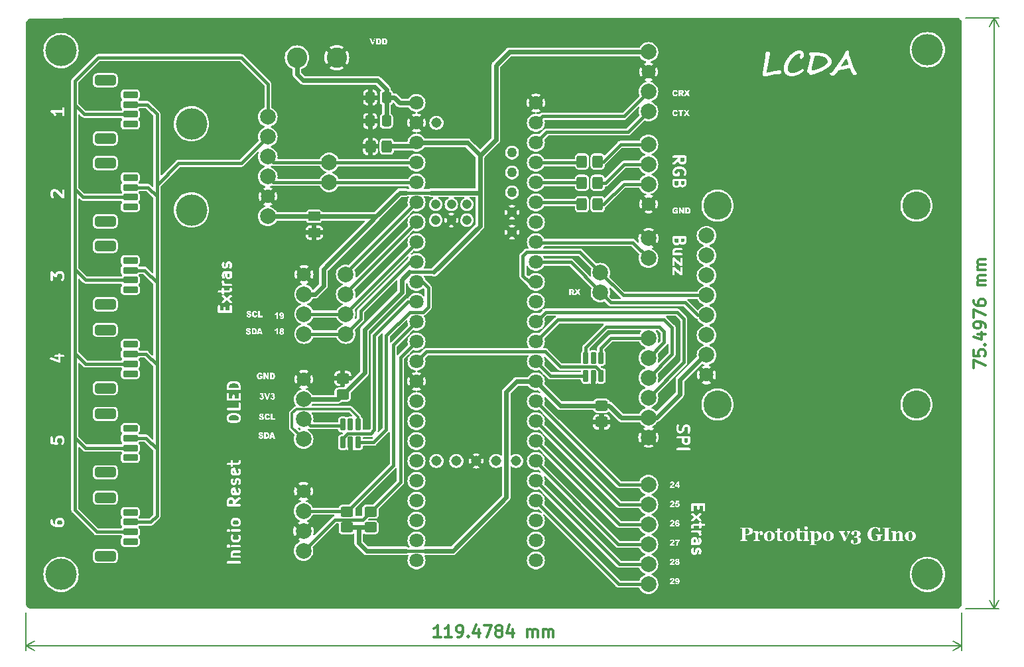
<source format=gbr>
%TF.GenerationSoftware,KiCad,Pcbnew,7.0.7*%
%TF.CreationDate,2025-07-23T15:48:36-04:00*%
%TF.ProjectId,Prototype1.0,50726f74-6f74-4797-9065-312e302e6b69,rev?*%
%TF.SameCoordinates,Original*%
%TF.FileFunction,Copper,L1,Top*%
%TF.FilePolarity,Positive*%
%FSLAX46Y46*%
G04 Gerber Fmt 4.6, Leading zero omitted, Abs format (unit mm)*
G04 Created by KiCad (PCBNEW 7.0.7) date 2025-07-23 15:48:36*
%MOMM*%
%LPD*%
G01*
G04 APERTURE LIST*
G04 Aperture macros list*
%AMRoundRect*
0 Rectangle with rounded corners*
0 $1 Rounding radius*
0 $2 $3 $4 $5 $6 $7 $8 $9 X,Y pos of 4 corners*
0 Add a 4 corners polygon primitive as box body*
4,1,4,$2,$3,$4,$5,$6,$7,$8,$9,$2,$3,0*
0 Add four circle primitives for the rounded corners*
1,1,$1+$1,$2,$3*
1,1,$1+$1,$4,$5*
1,1,$1+$1,$6,$7*
1,1,$1+$1,$8,$9*
0 Add four rect primitives between the rounded corners*
20,1,$1+$1,$2,$3,$4,$5,0*
20,1,$1+$1,$4,$5,$6,$7,0*
20,1,$1+$1,$6,$7,$8,$9,0*
20,1,$1+$1,$8,$9,$2,$3,0*%
G04 Aperture macros list end*
%ADD10C,0.160000*%
%ADD11C,0.300000*%
%ADD12C,0.125000*%
%TA.AperFunction,NonConductor*%
%ADD13C,0.300000*%
%TD*%
%TA.AperFunction,NonConductor*%
%ADD14C,0.200000*%
%TD*%
%TA.AperFunction,SMDPad,CuDef*%
%ADD15RoundRect,0.212500X-0.737500X0.212500X-0.737500X-0.212500X0.737500X-0.212500X0.737500X0.212500X0*%
%TD*%
%TA.AperFunction,SMDPad,CuDef*%
%ADD16RoundRect,0.325000X-1.025000X0.325000X-1.025000X-0.325000X1.025000X-0.325000X1.025000X0.325000X0*%
%TD*%
%TA.AperFunction,SMDPad,CuDef*%
%ADD17RoundRect,0.265958X-0.534042X0.359042X-0.534042X-0.359042X0.534042X-0.359042X0.534042X0.359042X0*%
%TD*%
%TA.AperFunction,SMDPad,CuDef*%
%ADD18RoundRect,0.276596X-0.523404X0.373404X-0.523404X-0.373404X0.523404X-0.373404X0.523404X0.373404X0*%
%TD*%
%TA.AperFunction,SMDPad,CuDef*%
%ADD19RoundRect,0.270833X-0.379167X-0.529167X0.379167X-0.529167X0.379167X0.529167X-0.379167X0.529167X0*%
%TD*%
%TA.AperFunction,SMDPad,CuDef*%
%ADD20RoundRect,0.187500X0.187500X-0.562500X0.187500X0.562500X-0.187500X0.562500X-0.187500X-0.562500X0*%
%TD*%
%TA.AperFunction,SMDPad,CuDef*%
%ADD21RoundRect,0.250000X0.337500X0.475000X-0.337500X0.475000X-0.337500X-0.475000X0.337500X-0.475000X0*%
%TD*%
%TA.AperFunction,SMDPad,CuDef*%
%ADD22RoundRect,0.276596X0.373404X0.523404X-0.373404X0.523404X-0.373404X-0.523404X0.373404X-0.523404X0*%
%TD*%
%TA.AperFunction,SMDPad,CuDef*%
%ADD23RoundRect,0.270833X-0.529167X0.379167X-0.529167X-0.379167X0.529167X-0.379167X0.529167X0.379167X0*%
%TD*%
%TA.AperFunction,SMDPad,CuDef*%
%ADD24RoundRect,0.276596X0.523404X-0.373404X0.523404X0.373404X-0.523404X0.373404X-0.523404X-0.373404X0*%
%TD*%
%TA.AperFunction,ComponentPad*%
%ADD25C,2.000000*%
%TD*%
%TA.AperFunction,ComponentPad*%
%ADD26C,1.800000*%
%TD*%
%TA.AperFunction,ComponentPad*%
%ADD27C,3.592102*%
%TD*%
%TA.AperFunction,ComponentPad*%
%ADD28C,1.308000*%
%TD*%
%TA.AperFunction,ComponentPad*%
%ADD29C,1.258000*%
%TD*%
%TA.AperFunction,ComponentPad*%
%ADD30C,1.208000*%
%TD*%
%TA.AperFunction,ComponentPad*%
%ADD31C,4.000000*%
%TD*%
%TA.AperFunction,ComponentPad*%
%ADD32C,2.600000*%
%TD*%
%TA.AperFunction,ViaPad*%
%ADD33C,4.000000*%
%TD*%
%TA.AperFunction,Conductor*%
%ADD34C,0.600000*%
%TD*%
%TA.AperFunction,Conductor*%
%ADD35C,0.400000*%
%TD*%
%TA.AperFunction,Conductor*%
%ADD36C,0.300000*%
%TD*%
G04 APERTURE END LIST*
D10*
G36*
X159680153Y-107434958D02*
G01*
X159689074Y-107436194D01*
X159697712Y-107438420D01*
X159706067Y-107441635D01*
X159714139Y-107445839D01*
X159721927Y-107451032D01*
X159727583Y-107455576D01*
X159733079Y-107460677D01*
X159738416Y-107466334D01*
X159741832Y-107470336D01*
X159746543Y-107476603D01*
X159750758Y-107483186D01*
X159754477Y-107490085D01*
X159757700Y-107497301D01*
X159760428Y-107504832D01*
X159762659Y-107512679D01*
X159764395Y-107520842D01*
X159765634Y-107529321D01*
X159766378Y-107538116D01*
X159766626Y-107547227D01*
X159766517Y-107553266D01*
X159765946Y-107562077D01*
X159764884Y-107570589D01*
X159763333Y-107578802D01*
X159761292Y-107586716D01*
X159758761Y-107594331D01*
X159755740Y-107601647D01*
X159752229Y-107608665D01*
X159748229Y-107615384D01*
X159743738Y-107621804D01*
X159738758Y-107627925D01*
X159735247Y-107631781D01*
X159729874Y-107637100D01*
X159724375Y-107641859D01*
X159716847Y-107647333D01*
X159709095Y-107651812D01*
X159701118Y-107655295D01*
X159692917Y-107657783D01*
X159684491Y-107659276D01*
X159675841Y-107659774D01*
X159669053Y-107659499D01*
X159660227Y-107658278D01*
X159651657Y-107656080D01*
X159643343Y-107652905D01*
X159635287Y-107648752D01*
X159627486Y-107643623D01*
X159621804Y-107639135D01*
X159616266Y-107634098D01*
X159610873Y-107628511D01*
X159607436Y-107624509D01*
X159602696Y-107618246D01*
X159598456Y-107611670D01*
X159594714Y-107604782D01*
X159591471Y-107597581D01*
X159588728Y-107590068D01*
X159586483Y-107582242D01*
X159584737Y-107574104D01*
X159583489Y-107565653D01*
X159582741Y-107556889D01*
X159582492Y-107547813D01*
X159582598Y-107541400D01*
X159583155Y-107532096D01*
X159584191Y-107523169D01*
X159585704Y-107514620D01*
X159587695Y-107506449D01*
X159590164Y-107498656D01*
X159593110Y-107491240D01*
X159596535Y-107484203D01*
X159600437Y-107477543D01*
X159604818Y-107471261D01*
X159609676Y-107465357D01*
X159611384Y-107463469D01*
X159616616Y-107458167D01*
X159623845Y-107451935D01*
X159631362Y-107446663D01*
X159639168Y-107442349D01*
X159647262Y-107438994D01*
X159655645Y-107436597D01*
X159664317Y-107435159D01*
X159673277Y-107434680D01*
X159680153Y-107434958D01*
G37*
G36*
X159681884Y-107134887D02*
G01*
X159690096Y-107135885D01*
X159697912Y-107137549D01*
X159705333Y-107139879D01*
X159712359Y-107142874D01*
X159718990Y-107146534D01*
X159725225Y-107150860D01*
X159731064Y-107155852D01*
X159732453Y-107157184D01*
X159737566Y-107162761D01*
X159741974Y-107168742D01*
X159746492Y-107176785D01*
X159749908Y-107185458D01*
X159752222Y-107194760D01*
X159753280Y-107202655D01*
X159753632Y-107210953D01*
X159753442Y-107216965D01*
X159752275Y-107226512D01*
X159750049Y-107235466D01*
X159746762Y-107243830D01*
X159742415Y-107251602D01*
X159737008Y-107258782D01*
X159731919Y-107264101D01*
X159726344Y-107268909D01*
X159720390Y-107273076D01*
X159714056Y-107276603D01*
X159707342Y-107279488D01*
X159700250Y-107281732D01*
X159692778Y-107283335D01*
X159684927Y-107284296D01*
X159676696Y-107284617D01*
X159674338Y-107284597D01*
X159667442Y-107284293D01*
X159658659Y-107283322D01*
X159650345Y-107281704D01*
X159642502Y-107279439D01*
X159635129Y-107276526D01*
X159628226Y-107272967D01*
X159621793Y-107268759D01*
X159615831Y-107263905D01*
X159610501Y-107258477D01*
X159604839Y-107251125D01*
X159600286Y-107243143D01*
X159596844Y-107234531D01*
X159594513Y-107225290D01*
X159593447Y-107217444D01*
X159593092Y-107209195D01*
X159593287Y-107203111D01*
X159594481Y-107193453D01*
X159596760Y-107184396D01*
X159600124Y-107175940D01*
X159604574Y-107168085D01*
X159610109Y-107160832D01*
X159615318Y-107155461D01*
X159621123Y-107150561D01*
X159627339Y-107146314D01*
X159633967Y-107142721D01*
X159641006Y-107139781D01*
X159648457Y-107137494D01*
X159656319Y-107135861D01*
X159664592Y-107134881D01*
X159673277Y-107134554D01*
X159681884Y-107134887D01*
G37*
G36*
X160077699Y-107924123D02*
G01*
X158605491Y-107924123D01*
X158605491Y-107797332D01*
X158719777Y-107797332D01*
X159307401Y-107797332D01*
X159307401Y-107609753D01*
X159001535Y-107609753D01*
X159006537Y-107604284D01*
X159013010Y-107597302D01*
X159019259Y-107590673D01*
X159025283Y-107584399D01*
X159031082Y-107578480D01*
X159036657Y-107572914D01*
X159042008Y-107567702D01*
X159048381Y-107561686D01*
X159053622Y-107556997D01*
X159387244Y-107556997D01*
X159387364Y-107566101D01*
X159387725Y-107575098D01*
X159388326Y-107583986D01*
X159389167Y-107592766D01*
X159390249Y-107601437D01*
X159391571Y-107610000D01*
X159393134Y-107618455D01*
X159394937Y-107626801D01*
X159396981Y-107635039D01*
X159399265Y-107643168D01*
X159401790Y-107651190D01*
X159404555Y-107659102D01*
X159407560Y-107666907D01*
X159410806Y-107674603D01*
X159414292Y-107682190D01*
X159418018Y-107689669D01*
X159421976Y-107696958D01*
X159426155Y-107704022D01*
X159430557Y-107710861D01*
X159435180Y-107717476D01*
X159440024Y-107723867D01*
X159445090Y-107730033D01*
X159450378Y-107735975D01*
X159455888Y-107741693D01*
X159461620Y-107747186D01*
X159467573Y-107752455D01*
X159473748Y-107757499D01*
X159480145Y-107762319D01*
X159486763Y-107766915D01*
X159493603Y-107771286D01*
X159500665Y-107775433D01*
X159507949Y-107779355D01*
X159515550Y-107783046D01*
X159523566Y-107786499D01*
X159531995Y-107789714D01*
X159540839Y-107792691D01*
X159550097Y-107795429D01*
X159559769Y-107797930D01*
X159569854Y-107800192D01*
X159580354Y-107802216D01*
X159591268Y-107804002D01*
X159602597Y-107805550D01*
X159614339Y-107806860D01*
X159626495Y-107807932D01*
X159639065Y-107808765D01*
X159652050Y-107809360D01*
X159665448Y-107809718D01*
X159672303Y-107809807D01*
X159679261Y-107809837D01*
X159686671Y-107809784D01*
X159694028Y-107809626D01*
X159701332Y-107809363D01*
X159708582Y-107808994D01*
X159715779Y-107808520D01*
X159722922Y-107807941D01*
X159730012Y-107807256D01*
X159737048Y-107806466D01*
X159744031Y-107805571D01*
X159750961Y-107804570D01*
X159757837Y-107803464D01*
X159764660Y-107802253D01*
X159771429Y-107800936D01*
X159781483Y-107798764D01*
X159791417Y-107796355D01*
X159797932Y-107794586D01*
X159807451Y-107791713D01*
X159816667Y-107788575D01*
X159825579Y-107785173D01*
X159834188Y-107781507D01*
X159842493Y-107777576D01*
X159850495Y-107773380D01*
X159858193Y-107768921D01*
X159865588Y-107764196D01*
X159872679Y-107759207D01*
X159879466Y-107753954D01*
X159883847Y-107750245D01*
X159890255Y-107744330D01*
X159896467Y-107737993D01*
X159902484Y-107731233D01*
X159908306Y-107724050D01*
X159913933Y-107716445D01*
X159919364Y-107708418D01*
X159924600Y-107699968D01*
X159929640Y-107691096D01*
X159934485Y-107681801D01*
X159939135Y-107672084D01*
X159942075Y-107665433D01*
X159946129Y-107655341D01*
X159949756Y-107645107D01*
X159952957Y-107634733D01*
X159955731Y-107624218D01*
X159958078Y-107613561D01*
X159959999Y-107602765D01*
X159961492Y-107591827D01*
X159962559Y-107580748D01*
X159963199Y-107569529D01*
X159963413Y-107558169D01*
X159963302Y-107550300D01*
X159962724Y-107538662D01*
X159961650Y-107527223D01*
X159960079Y-107515984D01*
X159958013Y-107504944D01*
X159955451Y-107494103D01*
X159952393Y-107483461D01*
X159948839Y-107473019D01*
X159944790Y-107462775D01*
X159940244Y-107452731D01*
X159935203Y-107442886D01*
X159933422Y-107439646D01*
X159927736Y-107430164D01*
X159921537Y-107421044D01*
X159914823Y-107412283D01*
X159910062Y-107406644D01*
X159905072Y-107401164D01*
X159899855Y-107395845D01*
X159894408Y-107390686D01*
X159888734Y-107385688D01*
X159882830Y-107380849D01*
X159876699Y-107376171D01*
X159870339Y-107371654D01*
X159863751Y-107367296D01*
X159856934Y-107363099D01*
X159849889Y-107359062D01*
X159855205Y-107355049D01*
X159862842Y-107349000D01*
X159870074Y-107342918D01*
X159876899Y-107336801D01*
X159883319Y-107330649D01*
X159889333Y-107324463D01*
X159894942Y-107318243D01*
X159900145Y-107311989D01*
X159904942Y-107305700D01*
X159909333Y-107299376D01*
X159913318Y-107293019D01*
X159916590Y-107287252D01*
X159921101Y-107278503D01*
X159925137Y-107269633D01*
X159928698Y-107260642D01*
X159931785Y-107251532D01*
X159934396Y-107242301D01*
X159936533Y-107232950D01*
X159938195Y-107223479D01*
X159939382Y-107213888D01*
X159940094Y-107204176D01*
X159940332Y-107194345D01*
X159940068Y-107183157D01*
X159939277Y-107172210D01*
X159937958Y-107161505D01*
X159936111Y-107151041D01*
X159933737Y-107140817D01*
X159930835Y-107130836D01*
X159927405Y-107121095D01*
X159923448Y-107111595D01*
X159918964Y-107102337D01*
X159913952Y-107093320D01*
X159908412Y-107084544D01*
X159902344Y-107076009D01*
X159895749Y-107067716D01*
X159888627Y-107059663D01*
X159880976Y-107051852D01*
X159872799Y-107044282D01*
X159868506Y-107040603D01*
X159859487Y-107033597D01*
X159849891Y-107027057D01*
X159839719Y-107020985D01*
X159828969Y-107015379D01*
X159817642Y-107010241D01*
X159805738Y-107005570D01*
X159793257Y-107001366D01*
X159780200Y-106997629D01*
X159773454Y-106995936D01*
X159766565Y-106994359D01*
X159759531Y-106992899D01*
X159752353Y-106991556D01*
X159745031Y-106990330D01*
X159737564Y-106989221D01*
X159729953Y-106988228D01*
X159722198Y-106987352D01*
X159714299Y-106986593D01*
X159706255Y-106985951D01*
X159698067Y-106985426D01*
X159689735Y-106985017D01*
X159681259Y-106984725D01*
X159672638Y-106984550D01*
X159663873Y-106984491D01*
X159650681Y-106984678D01*
X159637816Y-106985239D01*
X159625281Y-106986174D01*
X159613074Y-106987483D01*
X159601195Y-106989166D01*
X159589646Y-106991223D01*
X159578424Y-106993654D01*
X159567532Y-106996459D01*
X159556968Y-106999638D01*
X159546732Y-107003191D01*
X159536825Y-107007118D01*
X159527247Y-107011419D01*
X159517997Y-107016094D01*
X159509076Y-107021143D01*
X159500483Y-107026566D01*
X159492219Y-107032363D01*
X159482137Y-107040294D01*
X159472705Y-107048504D01*
X159463923Y-107056994D01*
X159455792Y-107065763D01*
X159448311Y-107074812D01*
X159441481Y-107084139D01*
X159435302Y-107093746D01*
X159429773Y-107103633D01*
X159424894Y-107113799D01*
X159420666Y-107124244D01*
X159417088Y-107134969D01*
X159414161Y-107145972D01*
X159411884Y-107157256D01*
X159410258Y-107168818D01*
X159409282Y-107180660D01*
X159408957Y-107192782D01*
X159409070Y-107200200D01*
X159409558Y-107209195D01*
X159409662Y-107211123D01*
X159410763Y-107221798D01*
X159412371Y-107232225D01*
X159414487Y-107242406D01*
X159417112Y-107252339D01*
X159420244Y-107262024D01*
X159423884Y-107271463D01*
X159428031Y-107280654D01*
X159432687Y-107289598D01*
X159437851Y-107298295D01*
X159440578Y-107302470D01*
X159445036Y-107308640D01*
X159449936Y-107314695D01*
X159455278Y-107320638D01*
X159461062Y-107326467D01*
X159467288Y-107332183D01*
X159473955Y-107337786D01*
X159481064Y-107343275D01*
X159488615Y-107348651D01*
X159496608Y-107353913D01*
X159505042Y-107359062D01*
X159501311Y-107360782D01*
X159494033Y-107364352D01*
X159486999Y-107368098D01*
X159480210Y-107372020D01*
X159473665Y-107376117D01*
X159467364Y-107380390D01*
X159461308Y-107384838D01*
X159455497Y-107389462D01*
X159449930Y-107394261D01*
X159442037Y-107401789D01*
X159434694Y-107409713D01*
X159427902Y-107418031D01*
X159421659Y-107426744D01*
X159415967Y-107435852D01*
X159414200Y-107438975D01*
X159409235Y-107448602D01*
X159404775Y-107458612D01*
X159400820Y-107469008D01*
X159397370Y-107479788D01*
X159394425Y-107490953D01*
X159392742Y-107498610D01*
X159391283Y-107506438D01*
X159390049Y-107514437D01*
X159389039Y-107522607D01*
X159388254Y-107530948D01*
X159387693Y-107539460D01*
X159387369Y-107547813D01*
X159387356Y-107548143D01*
X159387244Y-107556997D01*
X159053622Y-107556997D01*
X159053994Y-107556664D01*
X159060830Y-107550781D01*
X159066760Y-107545803D01*
X159073378Y-107540341D01*
X159080685Y-107534395D01*
X159088679Y-107527965D01*
X159094392Y-107523409D01*
X159100410Y-107518638D01*
X159106733Y-107513652D01*
X159113363Y-107508450D01*
X159120299Y-107503033D01*
X159127540Y-107497401D01*
X159133699Y-107492492D01*
X159139737Y-107487609D01*
X159145655Y-107482750D01*
X159151452Y-107477917D01*
X159157129Y-107473109D01*
X159162685Y-107468326D01*
X159173435Y-107458835D01*
X159183703Y-107449446D01*
X159193489Y-107440157D01*
X159202793Y-107430969D01*
X159211615Y-107421881D01*
X159219954Y-107412895D01*
X159227812Y-107404009D01*
X159235187Y-107395224D01*
X159242080Y-107386539D01*
X159248490Y-107377956D01*
X159254419Y-107369473D01*
X159259865Y-107361091D01*
X159264829Y-107352810D01*
X159269405Y-107344554D01*
X159273685Y-107336250D01*
X159277670Y-107327897D01*
X159281360Y-107319495D01*
X159284755Y-107311044D01*
X159287854Y-107302544D01*
X159290658Y-107293996D01*
X159293168Y-107285398D01*
X159295381Y-107276752D01*
X159297300Y-107268057D01*
X159298924Y-107259313D01*
X159300252Y-107250521D01*
X159301285Y-107241679D01*
X159302023Y-107232789D01*
X159302466Y-107223849D01*
X159302614Y-107214861D01*
X159302485Y-107206413D01*
X159302098Y-107198069D01*
X159301454Y-107189829D01*
X159300551Y-107181693D01*
X159299391Y-107173660D01*
X159297973Y-107165732D01*
X159296298Y-107157907D01*
X159294364Y-107150186D01*
X159292173Y-107142568D01*
X159289724Y-107135055D01*
X159287017Y-107127645D01*
X159284053Y-107120339D01*
X159280830Y-107113137D01*
X159277350Y-107106039D01*
X159273612Y-107099044D01*
X159269616Y-107092154D01*
X159265416Y-107085425D01*
X159261023Y-107078919D01*
X159256435Y-107072633D01*
X159251654Y-107066569D01*
X159246679Y-107060726D01*
X159241511Y-107055105D01*
X159236148Y-107049705D01*
X159230593Y-107044526D01*
X159224843Y-107039569D01*
X159218900Y-107034833D01*
X159212763Y-107030318D01*
X159206432Y-107026025D01*
X159199908Y-107021953D01*
X159193190Y-107018102D01*
X159186279Y-107014473D01*
X159179173Y-107011065D01*
X159171814Y-107007847D01*
X159164096Y-107004837D01*
X159156020Y-107002034D01*
X159147587Y-106999439D01*
X159138795Y-106997051D01*
X159129645Y-106994872D01*
X159120138Y-106992899D01*
X159110272Y-106991135D01*
X159100049Y-106989578D01*
X159089467Y-106988228D01*
X159078528Y-106987086D01*
X159067231Y-106986152D01*
X159055575Y-106985426D01*
X159043562Y-106984907D01*
X159031191Y-106984595D01*
X159018462Y-106984491D01*
X159006234Y-106984602D01*
X158994344Y-106984934D01*
X158982790Y-106985487D01*
X158971573Y-106986262D01*
X158960692Y-106987258D01*
X158950148Y-106988476D01*
X158939941Y-106989914D01*
X158930070Y-106991574D01*
X158920536Y-106993456D01*
X158911338Y-106995559D01*
X158902477Y-106997883D01*
X158893953Y-107000428D01*
X158885765Y-107003195D01*
X158877913Y-107006183D01*
X158870399Y-107009393D01*
X158863221Y-107012823D01*
X158856331Y-107016438D01*
X158849637Y-107020245D01*
X158843139Y-107024247D01*
X158836838Y-107028443D01*
X158830733Y-107032832D01*
X158824825Y-107037416D01*
X158819113Y-107042193D01*
X158813597Y-107047164D01*
X158808277Y-107052329D01*
X158803154Y-107057688D01*
X158798227Y-107063241D01*
X158793497Y-107068987D01*
X158788963Y-107074928D01*
X158784625Y-107081062D01*
X158780484Y-107087390D01*
X158776539Y-107093912D01*
X158772767Y-107100669D01*
X158769145Y-107107752D01*
X158765672Y-107115159D01*
X158762348Y-107122892D01*
X158759175Y-107130949D01*
X158756151Y-107139332D01*
X158753276Y-107148040D01*
X158750552Y-107157073D01*
X158747976Y-107166432D01*
X158745551Y-107176115D01*
X158743275Y-107186124D01*
X158741148Y-107196457D01*
X158739171Y-107207116D01*
X158737344Y-107218100D01*
X158735666Y-107229410D01*
X158734138Y-107241044D01*
X158930412Y-107259606D01*
X158930940Y-107255288D01*
X158932087Y-107246898D01*
X158933356Y-107238838D01*
X158934747Y-107231108D01*
X158937060Y-107220131D01*
X158939648Y-107209895D01*
X158942508Y-107200402D01*
X158945642Y-107191650D01*
X158949050Y-107183641D01*
X158952731Y-107176373D01*
X158956685Y-107169847D01*
X158962383Y-107162300D01*
X158963882Y-107160593D01*
X158970148Y-107154307D01*
X158976847Y-107148888D01*
X158983978Y-107144336D01*
X158991542Y-107140651D01*
X158999539Y-107137833D01*
X159007968Y-107135882D01*
X159016831Y-107134798D01*
X159023762Y-107134554D01*
X159032588Y-107134954D01*
X159041030Y-107136154D01*
X159049087Y-107138154D01*
X159056759Y-107140953D01*
X159064046Y-107144553D01*
X159070949Y-107148952D01*
X159077468Y-107154152D01*
X159083601Y-107160151D01*
X159089171Y-107166718D01*
X159093998Y-107173621D01*
X159098083Y-107180860D01*
X159101425Y-107188434D01*
X159104024Y-107196344D01*
X159105881Y-107204591D01*
X159106995Y-107213173D01*
X159107366Y-107222091D01*
X159107154Y-107228390D01*
X159106212Y-107236896D01*
X159104517Y-107245524D01*
X159102069Y-107254274D01*
X159098867Y-107263146D01*
X159094912Y-107272140D01*
X159091452Y-107278966D01*
X159087567Y-107285860D01*
X159083259Y-107292823D01*
X159080024Y-107297600D01*
X159074260Y-107305274D01*
X159067402Y-107313560D01*
X159062222Y-107319423D01*
X159056556Y-107325558D01*
X159050404Y-107331965D01*
X159043765Y-107338643D01*
X159036640Y-107345594D01*
X159029030Y-107352816D01*
X159020933Y-107360309D01*
X159012349Y-107368075D01*
X159003280Y-107376112D01*
X158993724Y-107384421D01*
X158983682Y-107393001D01*
X158973154Y-107401853D01*
X158964437Y-107409153D01*
X158955895Y-107416397D01*
X158947527Y-107423586D01*
X158939334Y-107430720D01*
X158931317Y-107437798D01*
X158923474Y-107444821D01*
X158915807Y-107451789D01*
X158908314Y-107458701D01*
X158900996Y-107465558D01*
X158893854Y-107472360D01*
X158886886Y-107479106D01*
X158880093Y-107485797D01*
X158873476Y-107492432D01*
X158867033Y-107499013D01*
X158860765Y-107505537D01*
X158854672Y-107512007D01*
X158848754Y-107518421D01*
X158843012Y-107524780D01*
X158837444Y-107531084D01*
X158832051Y-107537332D01*
X158826833Y-107543525D01*
X158821790Y-107549662D01*
X158816922Y-107555745D01*
X158812229Y-107561771D01*
X158803368Y-107573659D01*
X158795207Y-107585326D01*
X158787746Y-107596771D01*
X158780984Y-107607994D01*
X158774754Y-107619130D01*
X158768845Y-107630358D01*
X158763257Y-107641679D01*
X158757989Y-107653094D01*
X158753041Y-107664602D01*
X158748414Y-107676202D01*
X158744108Y-107687896D01*
X158740122Y-107699683D01*
X158736457Y-107711563D01*
X158733113Y-107723537D01*
X158730089Y-107735603D01*
X158727385Y-107747762D01*
X158725002Y-107760015D01*
X158722940Y-107772361D01*
X158721198Y-107784800D01*
X158719777Y-107797332D01*
X158605491Y-107797332D01*
X158605491Y-106870205D01*
X160077699Y-106870205D01*
X160077699Y-107924123D01*
G37*
D11*
G36*
X81665114Y-50660377D02*
G01*
X79436542Y-50660377D01*
X79436542Y-49867520D01*
X79650828Y-49867520D01*
X79659669Y-49900516D01*
X79666367Y-49934004D01*
X79669640Y-49937728D01*
X79670924Y-49942520D01*
X79695077Y-49966673D01*
X79717623Y-49992328D01*
X79919552Y-50126947D01*
X80034693Y-50242088D01*
X80095236Y-50363173D01*
X80146752Y-50421268D01*
X80220413Y-50445822D01*
X80296482Y-50430255D01*
X80354577Y-50378739D01*
X80379131Y-50305078D01*
X80363564Y-50229008D01*
X80292135Y-50086152D01*
X80276112Y-50068083D01*
X80264037Y-50047168D01*
X80234389Y-50017520D01*
X81150828Y-50017520D01*
X81150828Y-50296091D01*
X81170924Y-50371091D01*
X81225828Y-50425995D01*
X81300828Y-50446091D01*
X81375828Y-50425995D01*
X81430732Y-50371091D01*
X81450828Y-50296091D01*
X81450828Y-49438948D01*
X81430732Y-49363948D01*
X81375828Y-49309044D01*
X81300828Y-49288948D01*
X81225828Y-49309044D01*
X81170924Y-49363948D01*
X81150828Y-49438948D01*
X81150828Y-49717520D01*
X79800828Y-49717520D01*
X79767831Y-49726361D01*
X79734344Y-49733059D01*
X79730619Y-49736332D01*
X79725828Y-49737616D01*
X79701674Y-49761769D01*
X79676020Y-49784315D01*
X79674430Y-49789013D01*
X79670924Y-49792520D01*
X79662084Y-49825510D01*
X79651139Y-49857866D01*
X79652111Y-49862729D01*
X79650828Y-49867520D01*
X79436542Y-49867520D01*
X79436542Y-49074662D01*
X81665114Y-49074662D01*
X81665114Y-50660377D01*
G37*
D10*
G36*
X160076673Y-105448285D02*
G01*
X158605491Y-105448285D01*
X158605491Y-105333999D01*
X158719777Y-105333999D01*
X159307401Y-105333999D01*
X159307401Y-105146420D01*
X159001535Y-105146420D01*
X159006537Y-105140951D01*
X159013010Y-105133969D01*
X159019259Y-105127340D01*
X159025283Y-105121066D01*
X159031082Y-105115147D01*
X159036657Y-105109581D01*
X159042008Y-105104369D01*
X159048381Y-105098353D01*
X159053994Y-105093331D01*
X159060830Y-105087448D01*
X159066760Y-105082470D01*
X159073378Y-105077008D01*
X159080685Y-105071062D01*
X159088679Y-105064632D01*
X159094392Y-105060076D01*
X159100410Y-105055305D01*
X159106733Y-105050319D01*
X159113363Y-105045117D01*
X159120299Y-105039700D01*
X159127540Y-105034068D01*
X159133699Y-105029159D01*
X159139737Y-105024276D01*
X159145655Y-105019417D01*
X159151452Y-105014584D01*
X159157129Y-105009776D01*
X159162685Y-105004993D01*
X159173435Y-104995502D01*
X159183703Y-104986113D01*
X159193489Y-104976824D01*
X159202793Y-104967636D01*
X159211615Y-104958548D01*
X159219954Y-104949562D01*
X159227812Y-104940676D01*
X159235187Y-104931891D01*
X159242080Y-104923206D01*
X159248490Y-104914623D01*
X159254419Y-104906140D01*
X159259865Y-104897758D01*
X159264829Y-104889477D01*
X159269405Y-104881221D01*
X159273685Y-104872917D01*
X159277670Y-104864564D01*
X159281360Y-104856162D01*
X159284755Y-104847711D01*
X159287854Y-104839211D01*
X159290658Y-104830663D01*
X159293168Y-104822065D01*
X159295381Y-104813419D01*
X159297300Y-104804724D01*
X159298924Y-104795980D01*
X159300252Y-104787188D01*
X159301285Y-104778346D01*
X159302023Y-104769456D01*
X159302466Y-104760516D01*
X159302614Y-104751528D01*
X159302485Y-104743080D01*
X159302098Y-104734736D01*
X159301454Y-104726496D01*
X159300551Y-104718360D01*
X159299391Y-104710327D01*
X159297973Y-104702399D01*
X159296298Y-104694574D01*
X159294364Y-104686853D01*
X159292173Y-104679235D01*
X159289724Y-104671722D01*
X159287017Y-104664312D01*
X159284053Y-104657006D01*
X159280830Y-104649804D01*
X159277350Y-104642706D01*
X159273612Y-104635711D01*
X159269616Y-104628821D01*
X159265416Y-104622092D01*
X159261023Y-104615586D01*
X159256435Y-104609300D01*
X159251654Y-104603236D01*
X159246679Y-104597393D01*
X159241511Y-104591772D01*
X159236148Y-104586372D01*
X159230593Y-104581193D01*
X159224843Y-104576236D01*
X159218900Y-104571500D01*
X159212763Y-104566985D01*
X159206432Y-104562692D01*
X159199908Y-104558620D01*
X159193190Y-104554769D01*
X159186279Y-104551140D01*
X159179173Y-104547732D01*
X159171814Y-104544514D01*
X159164096Y-104541504D01*
X159156020Y-104538701D01*
X159147587Y-104536106D01*
X159138795Y-104533718D01*
X159138568Y-104533664D01*
X159390663Y-104533664D01*
X159390663Y-104721242D01*
X159738758Y-104721242D01*
X159732114Y-104730676D01*
X159725583Y-104740075D01*
X159719165Y-104749437D01*
X159712859Y-104758764D01*
X159706665Y-104768055D01*
X159700584Y-104777310D01*
X159694616Y-104786529D01*
X159688760Y-104795712D01*
X159683017Y-104804859D01*
X159677386Y-104813970D01*
X159671868Y-104823046D01*
X159666462Y-104832086D01*
X159661169Y-104841089D01*
X159655988Y-104850057D01*
X159650920Y-104858989D01*
X159645964Y-104867885D01*
X159641121Y-104876746D01*
X159636390Y-104885570D01*
X159631772Y-104894359D01*
X159627267Y-104903111D01*
X159622874Y-104911828D01*
X159618594Y-104920509D01*
X159614426Y-104929154D01*
X159610370Y-104937763D01*
X159606427Y-104946337D01*
X159602597Y-104954874D01*
X159598879Y-104963376D01*
X159595274Y-104971841D01*
X159591782Y-104980271D01*
X159588401Y-104988665D01*
X159585134Y-104997023D01*
X159581979Y-105005345D01*
X159578916Y-105013699D01*
X159575905Y-105022177D01*
X159572946Y-105030778D01*
X159570037Y-105039503D01*
X159567181Y-105048351D01*
X159564375Y-105057323D01*
X159561621Y-105066419D01*
X159558919Y-105075638D01*
X159556268Y-105084981D01*
X159553668Y-105094448D01*
X159551120Y-105104039D01*
X159548623Y-105113753D01*
X159546178Y-105123590D01*
X159543784Y-105133551D01*
X159541442Y-105143636D01*
X159539151Y-105153845D01*
X159536911Y-105164177D01*
X159534723Y-105174633D01*
X159532586Y-105185213D01*
X159530501Y-105195916D01*
X159528467Y-105206743D01*
X159526484Y-105217693D01*
X159524553Y-105228767D01*
X159522673Y-105239965D01*
X159520845Y-105251286D01*
X159519068Y-105262731D01*
X159517343Y-105274300D01*
X159515669Y-105285993D01*
X159514046Y-105297809D01*
X159512475Y-105309748D01*
X159510956Y-105321812D01*
X159509487Y-105333999D01*
X159704735Y-105333999D01*
X159705351Y-105325230D01*
X159706003Y-105316536D01*
X159706691Y-105307915D01*
X159707414Y-105299368D01*
X159708174Y-105290894D01*
X159708969Y-105282495D01*
X159709799Y-105274168D01*
X159710666Y-105265916D01*
X159711568Y-105257737D01*
X159712506Y-105249632D01*
X159713479Y-105241600D01*
X159714488Y-105233642D01*
X159715533Y-105225758D01*
X159716614Y-105217947D01*
X159718883Y-105202547D01*
X159721294Y-105187441D01*
X159723849Y-105172630D01*
X159726546Y-105158114D01*
X159729387Y-105143892D01*
X159732370Y-105129965D01*
X159735496Y-105116332D01*
X159738765Y-105102994D01*
X159742177Y-105089951D01*
X159744403Y-105081671D01*
X159746679Y-105073439D01*
X159749004Y-105065256D01*
X159751378Y-105057122D01*
X159753801Y-105049036D01*
X159756275Y-105040998D01*
X159758797Y-105033009D01*
X159761369Y-105025068D01*
X159763990Y-105017176D01*
X159766661Y-105009332D01*
X159769381Y-105001536D01*
X159772151Y-104993790D01*
X159774970Y-104986091D01*
X159777838Y-104978441D01*
X159780756Y-104970840D01*
X159783723Y-104963287D01*
X159786740Y-104955782D01*
X159789806Y-104948326D01*
X159792922Y-104940918D01*
X159796086Y-104933559D01*
X159799301Y-104926249D01*
X159802565Y-104918986D01*
X159805878Y-104911773D01*
X159809240Y-104904607D01*
X159812653Y-104897491D01*
X159816114Y-104890422D01*
X159819625Y-104883402D01*
X159823185Y-104876431D01*
X159826795Y-104869508D01*
X159830454Y-104862633D01*
X159834163Y-104855807D01*
X159837921Y-104849030D01*
X159844257Y-104837942D01*
X159850786Y-104826953D01*
X159857507Y-104816064D01*
X159864421Y-104805274D01*
X159871527Y-104794583D01*
X159878825Y-104783991D01*
X159886316Y-104773499D01*
X159893999Y-104763105D01*
X159901874Y-104752811D01*
X159909942Y-104742616D01*
X159918202Y-104732521D01*
X159926654Y-104722524D01*
X159935299Y-104712627D01*
X159944136Y-104702829D01*
X159953165Y-104693130D01*
X159962387Y-104683531D01*
X159962387Y-104533664D01*
X159390663Y-104533664D01*
X159138568Y-104533664D01*
X159129645Y-104531539D01*
X159120138Y-104529566D01*
X159110272Y-104527802D01*
X159100049Y-104526245D01*
X159089467Y-104524895D01*
X159078528Y-104523753D01*
X159067231Y-104522819D01*
X159055575Y-104522093D01*
X159043562Y-104521574D01*
X159031191Y-104521262D01*
X159018462Y-104521158D01*
X159006234Y-104521269D01*
X158994344Y-104521601D01*
X158982790Y-104522154D01*
X158971573Y-104522929D01*
X158960692Y-104523925D01*
X158950148Y-104525143D01*
X158939941Y-104526581D01*
X158930070Y-104528241D01*
X158920536Y-104530123D01*
X158911338Y-104532226D01*
X158902477Y-104534550D01*
X158893953Y-104537095D01*
X158885765Y-104539862D01*
X158877913Y-104542850D01*
X158870399Y-104546060D01*
X158863221Y-104549490D01*
X158856331Y-104553105D01*
X158849637Y-104556912D01*
X158843139Y-104560914D01*
X158836838Y-104565110D01*
X158830733Y-104569499D01*
X158824825Y-104574083D01*
X158819113Y-104578860D01*
X158813597Y-104583831D01*
X158808277Y-104588996D01*
X158803154Y-104594355D01*
X158798227Y-104599908D01*
X158793497Y-104605654D01*
X158788963Y-104611595D01*
X158784625Y-104617729D01*
X158780484Y-104624057D01*
X158776539Y-104630579D01*
X158772767Y-104637336D01*
X158769145Y-104644419D01*
X158765672Y-104651826D01*
X158762348Y-104659559D01*
X158759175Y-104667616D01*
X158756151Y-104675999D01*
X158753276Y-104684707D01*
X158750552Y-104693740D01*
X158747976Y-104703099D01*
X158745551Y-104712782D01*
X158743275Y-104722791D01*
X158741148Y-104733124D01*
X158739171Y-104743783D01*
X158737344Y-104754767D01*
X158735666Y-104766077D01*
X158734138Y-104777711D01*
X158930412Y-104796273D01*
X158930940Y-104791955D01*
X158932087Y-104783565D01*
X158933356Y-104775505D01*
X158934747Y-104767775D01*
X158937060Y-104756798D01*
X158939648Y-104746562D01*
X158942508Y-104737069D01*
X158945642Y-104728317D01*
X158949050Y-104720308D01*
X158952731Y-104713040D01*
X158956685Y-104706514D01*
X158962383Y-104698967D01*
X158963882Y-104697260D01*
X158970148Y-104690974D01*
X158976847Y-104685555D01*
X158983978Y-104681003D01*
X158991542Y-104677318D01*
X158999539Y-104674500D01*
X159007968Y-104672549D01*
X159016831Y-104671465D01*
X159023762Y-104671221D01*
X159032588Y-104671621D01*
X159041030Y-104672821D01*
X159049087Y-104674821D01*
X159056759Y-104677620D01*
X159064046Y-104681220D01*
X159070949Y-104685619D01*
X159077468Y-104690819D01*
X159083601Y-104696818D01*
X159089171Y-104703385D01*
X159093998Y-104710288D01*
X159098083Y-104717527D01*
X159101425Y-104725101D01*
X159104024Y-104733011D01*
X159105881Y-104741258D01*
X159106995Y-104749840D01*
X159107366Y-104758758D01*
X159107154Y-104765057D01*
X159106212Y-104773563D01*
X159104517Y-104782191D01*
X159102069Y-104790941D01*
X159098867Y-104799813D01*
X159094912Y-104808807D01*
X159091452Y-104815633D01*
X159087567Y-104822527D01*
X159083259Y-104829490D01*
X159080024Y-104834267D01*
X159074260Y-104841941D01*
X159067402Y-104850227D01*
X159062222Y-104856090D01*
X159056556Y-104862225D01*
X159050404Y-104868632D01*
X159043765Y-104875310D01*
X159036640Y-104882261D01*
X159029030Y-104889483D01*
X159020933Y-104896976D01*
X159012349Y-104904742D01*
X159003280Y-104912779D01*
X158993724Y-104921088D01*
X158983682Y-104929668D01*
X158973154Y-104938520D01*
X158964437Y-104945820D01*
X158955895Y-104953064D01*
X158947527Y-104960253D01*
X158939334Y-104967387D01*
X158931317Y-104974465D01*
X158923474Y-104981488D01*
X158915807Y-104988456D01*
X158908314Y-104995368D01*
X158900996Y-105002225D01*
X158893854Y-105009027D01*
X158886886Y-105015773D01*
X158880093Y-105022464D01*
X158873476Y-105029099D01*
X158867033Y-105035680D01*
X158860765Y-105042204D01*
X158854672Y-105048674D01*
X158848754Y-105055088D01*
X158843012Y-105061447D01*
X158837444Y-105067751D01*
X158832051Y-105073999D01*
X158826833Y-105080192D01*
X158821790Y-105086329D01*
X158816922Y-105092412D01*
X158812229Y-105098438D01*
X158803368Y-105110326D01*
X158795207Y-105121993D01*
X158787746Y-105133438D01*
X158780984Y-105144661D01*
X158774754Y-105155797D01*
X158768845Y-105167025D01*
X158763257Y-105178346D01*
X158757989Y-105189761D01*
X158753041Y-105201269D01*
X158748414Y-105212869D01*
X158744108Y-105224563D01*
X158740122Y-105236350D01*
X158736457Y-105248230D01*
X158733113Y-105260204D01*
X158730089Y-105272270D01*
X158727385Y-105284429D01*
X158725002Y-105296682D01*
X158722940Y-105309028D01*
X158721198Y-105321467D01*
X158719777Y-105333999D01*
X158605491Y-105333999D01*
X158605491Y-104406872D01*
X160076673Y-104406872D01*
X160076673Y-105448285D01*
G37*
D11*
G36*
X159834885Y-66430167D02*
G01*
X159782351Y-66587769D01*
X159753173Y-66616947D01*
X159663761Y-66661653D01*
X159520295Y-66661653D01*
X159430882Y-66616947D01*
X159393878Y-66579943D01*
X159349171Y-66490528D01*
X159349171Y-66104510D01*
X159834885Y-66104510D01*
X159834885Y-66430167D01*
G37*
G36*
X160549171Y-66419099D02*
G01*
X160504464Y-66508514D01*
X160467460Y-66545517D01*
X160378047Y-66590225D01*
X160306010Y-66590225D01*
X160216596Y-66545517D01*
X160179592Y-66508514D01*
X160134885Y-66419099D01*
X160134885Y-66104510D01*
X160549171Y-66104510D01*
X160549171Y-66419099D01*
G37*
G36*
X161063457Y-71033083D02*
G01*
X158834885Y-71033083D01*
X158834885Y-70668797D01*
X159049171Y-70668797D01*
X159069267Y-70743797D01*
X159124171Y-70798701D01*
X159199171Y-70818797D01*
X159274171Y-70798701D01*
X159329075Y-70743797D01*
X159349171Y-70668797D01*
X159349171Y-70191701D01*
X160106498Y-70786745D01*
X160116487Y-70791017D01*
X160124171Y-70798701D01*
X160151688Y-70806074D01*
X160177887Y-70817280D01*
X160188676Y-70815985D01*
X160199171Y-70818797D01*
X160226691Y-70811422D01*
X160254980Y-70808028D01*
X160263674Y-70801513D01*
X160274171Y-70798701D01*
X160294318Y-70778553D01*
X160317119Y-70761470D01*
X160321391Y-70751480D01*
X160329075Y-70743797D01*
X160336448Y-70716279D01*
X160347654Y-70690081D01*
X160346359Y-70679291D01*
X160349171Y-70668797D01*
X160349171Y-69883082D01*
X160329075Y-69808082D01*
X160274171Y-69753178D01*
X160199171Y-69733082D01*
X160124171Y-69753178D01*
X160069267Y-69808082D01*
X160049171Y-69883082D01*
X160049171Y-70360177D01*
X159291844Y-69765134D01*
X159281854Y-69760861D01*
X159274171Y-69753178D01*
X159246653Y-69745804D01*
X159220455Y-69734599D01*
X159209665Y-69735893D01*
X159199171Y-69733082D01*
X159171650Y-69740456D01*
X159143362Y-69743851D01*
X159134667Y-69750365D01*
X159124171Y-69753178D01*
X159104023Y-69773325D01*
X159081223Y-69790409D01*
X159076950Y-69800398D01*
X159069267Y-69808082D01*
X159061893Y-69835599D01*
X159050688Y-69861798D01*
X159051982Y-69872587D01*
X159049171Y-69883082D01*
X159049171Y-70668797D01*
X158834885Y-70668797D01*
X158834885Y-69454511D01*
X159049171Y-69454511D01*
X159069267Y-69529511D01*
X159124171Y-69584415D01*
X159199171Y-69604511D01*
X159274171Y-69584415D01*
X159329075Y-69529511D01*
X159349171Y-69454511D01*
X159349171Y-68977415D01*
X160106498Y-69572459D01*
X160116487Y-69576731D01*
X160124171Y-69584415D01*
X160151688Y-69591788D01*
X160177887Y-69602994D01*
X160188676Y-69601699D01*
X160199171Y-69604511D01*
X160226691Y-69597136D01*
X160254980Y-69593742D01*
X160263674Y-69587227D01*
X160274171Y-69584415D01*
X160294318Y-69564267D01*
X160317119Y-69547184D01*
X160321391Y-69537194D01*
X160329075Y-69529511D01*
X160336448Y-69501993D01*
X160347654Y-69475795D01*
X160346359Y-69465005D01*
X160349171Y-69454511D01*
X160349171Y-68668796D01*
X160329075Y-68593796D01*
X160274171Y-68538892D01*
X160199171Y-68518796D01*
X160124171Y-68538892D01*
X160069267Y-68593796D01*
X160049171Y-68668796D01*
X160049171Y-69145891D01*
X159291844Y-68550848D01*
X159281854Y-68546575D01*
X159274171Y-68538892D01*
X159246653Y-68531518D01*
X159220455Y-68520313D01*
X159209665Y-68521607D01*
X159199171Y-68518796D01*
X159171650Y-68526170D01*
X159143362Y-68529565D01*
X159134667Y-68536079D01*
X159124171Y-68538892D01*
X159104023Y-68559039D01*
X159081223Y-68576123D01*
X159076950Y-68586112D01*
X159069267Y-68593796D01*
X159061893Y-68621313D01*
X159050688Y-68647512D01*
X159051982Y-68658301D01*
X159049171Y-68668796D01*
X159049171Y-69454511D01*
X158834885Y-69454511D01*
X158834885Y-68097368D01*
X159049171Y-68097368D01*
X159069267Y-68172368D01*
X159124171Y-68227272D01*
X159199171Y-68247368D01*
X160199171Y-68247368D01*
X160274171Y-68227272D01*
X160329075Y-68172368D01*
X160349171Y-68097368D01*
X160329075Y-68022368D01*
X160274171Y-67967464D01*
X160199171Y-67947368D01*
X159404161Y-67947368D01*
X159393878Y-67937086D01*
X159349171Y-67847671D01*
X159349171Y-67704206D01*
X159382403Y-67637741D01*
X159448867Y-67604510D01*
X160199171Y-67604510D01*
X160274171Y-67584414D01*
X160329075Y-67529510D01*
X160349171Y-67454510D01*
X160329075Y-67379510D01*
X160274171Y-67324606D01*
X160199171Y-67304510D01*
X159413457Y-67304510D01*
X159380156Y-67313432D01*
X159346374Y-67320346D01*
X159203518Y-67391775D01*
X159196654Y-67397861D01*
X159187952Y-67400762D01*
X159167963Y-67423302D01*
X159145423Y-67443291D01*
X159142522Y-67451993D01*
X159136436Y-67458857D01*
X159065007Y-67601714D01*
X159058094Y-67635494D01*
X159049171Y-67668796D01*
X159049171Y-67883082D01*
X159058094Y-67916383D01*
X159065007Y-67950164D01*
X159090495Y-68001139D01*
X159069267Y-68022368D01*
X159049171Y-68097368D01*
X158834885Y-68097368D01*
X158834885Y-66525939D01*
X159049171Y-66525939D01*
X159058094Y-66559240D01*
X159065007Y-66593021D01*
X159136436Y-66735878D01*
X159152458Y-66753946D01*
X159164533Y-66774861D01*
X159235961Y-66846290D01*
X159256876Y-66858365D01*
X159274946Y-66874389D01*
X159417804Y-66945817D01*
X159451579Y-66952728D01*
X159484885Y-66961653D01*
X159699171Y-66961653D01*
X159732474Y-66952729D01*
X159766253Y-66945817D01*
X159909110Y-66874389D01*
X159927179Y-66858365D01*
X159948094Y-66846291D01*
X160019523Y-66774862D01*
X160020311Y-66773497D01*
X160021676Y-66774862D01*
X160042590Y-66786936D01*
X160060660Y-66802960D01*
X160203518Y-66874389D01*
X160237298Y-66881301D01*
X160270600Y-66890225D01*
X160413457Y-66890225D01*
X160446758Y-66881301D01*
X160480539Y-66874389D01*
X160623396Y-66802960D01*
X160641464Y-66786937D01*
X160662380Y-66774862D01*
X160733808Y-66703434D01*
X160745882Y-66682519D01*
X160761906Y-66664450D01*
X160833335Y-66521592D01*
X160840247Y-66487811D01*
X160849171Y-66454510D01*
X160849171Y-65954510D01*
X160829075Y-65879510D01*
X160774171Y-65824606D01*
X160699171Y-65804510D01*
X159199171Y-65804510D01*
X159124171Y-65824606D01*
X159069267Y-65879510D01*
X159049171Y-65954510D01*
X159049171Y-66525939D01*
X158834885Y-66525939D01*
X158834885Y-65590224D01*
X161063457Y-65590224D01*
X161063457Y-71033083D01*
G37*
D10*
G36*
X161351257Y-50610791D02*
G01*
X158932388Y-50610791D01*
X158932388Y-50081878D01*
X159046674Y-50081878D01*
X159046726Y-50091107D01*
X159046881Y-50100233D01*
X159047139Y-50109255D01*
X159047500Y-50118173D01*
X159047964Y-50126987D01*
X159048532Y-50135697D01*
X159049202Y-50144303D01*
X159049976Y-50152806D01*
X159050853Y-50161205D01*
X159051833Y-50169500D01*
X159052917Y-50177691D01*
X159054103Y-50185779D01*
X159055393Y-50193763D01*
X159056786Y-50201643D01*
X159058282Y-50209419D01*
X159059882Y-50217091D01*
X159063390Y-50232124D01*
X159067311Y-50246742D01*
X159071645Y-50260945D01*
X159076391Y-50274732D01*
X159081550Y-50288105D01*
X159087122Y-50301062D01*
X159093107Y-50313603D01*
X159099504Y-50325730D01*
X159106207Y-50337401D01*
X159113064Y-50348625D01*
X159120077Y-50359401D01*
X159127244Y-50369730D01*
X159134566Y-50379612D01*
X159142044Y-50389047D01*
X159149676Y-50398034D01*
X159157463Y-50406575D01*
X159165405Y-50414667D01*
X159173502Y-50422313D01*
X159181754Y-50429511D01*
X159190161Y-50436262D01*
X159198723Y-50442566D01*
X159207440Y-50448422D01*
X159216311Y-50453832D01*
X159225338Y-50458794D01*
X159234606Y-50463360D01*
X159244203Y-50467632D01*
X159254129Y-50471610D01*
X159264383Y-50475292D01*
X159274966Y-50478680D01*
X159285877Y-50481774D01*
X159297117Y-50484573D01*
X159308686Y-50487077D01*
X159320583Y-50489287D01*
X159332809Y-50491202D01*
X159345363Y-50492822D01*
X159358246Y-50494148D01*
X159371457Y-50495179D01*
X159384997Y-50495915D01*
X159391890Y-50496173D01*
X159398866Y-50496357D01*
X159405923Y-50496468D01*
X159413063Y-50496505D01*
X159424772Y-50496384D01*
X159436219Y-50496022D01*
X159447404Y-50495419D01*
X159458327Y-50494575D01*
X159468989Y-50493490D01*
X159479389Y-50492163D01*
X159489527Y-50490596D01*
X159499403Y-50488787D01*
X159509017Y-50486737D01*
X159518370Y-50484445D01*
X159527461Y-50481913D01*
X159536290Y-50479139D01*
X159544857Y-50476124D01*
X159553162Y-50472868D01*
X159561206Y-50469371D01*
X159568988Y-50465632D01*
X159576582Y-50461633D01*
X159584020Y-50457401D01*
X159591301Y-50452938D01*
X159598427Y-50448242D01*
X159605396Y-50443315D01*
X159612208Y-50438155D01*
X159618865Y-50432763D01*
X159625365Y-50427140D01*
X159631709Y-50421284D01*
X159637897Y-50415196D01*
X159643928Y-50408877D01*
X159649803Y-50402325D01*
X159655522Y-50395541D01*
X159661084Y-50388525D01*
X159666491Y-50381277D01*
X159671741Y-50373797D01*
X159676826Y-50366060D01*
X159681737Y-50358089D01*
X159686475Y-50349885D01*
X159691039Y-50341447D01*
X159695429Y-50332776D01*
X159699646Y-50323871D01*
X159703689Y-50314732D01*
X159707559Y-50305360D01*
X159711255Y-50295755D01*
X159714777Y-50285915D01*
X159718126Y-50275843D01*
X159721301Y-50265536D01*
X159724302Y-50254997D01*
X159727130Y-50244223D01*
X159729784Y-50233216D01*
X159732264Y-50221976D01*
X159541461Y-50158863D01*
X159539597Y-50167887D01*
X159537596Y-50176638D01*
X159535457Y-50185118D01*
X159533180Y-50193326D01*
X159530766Y-50201262D01*
X159528214Y-50208927D01*
X159525525Y-50216320D01*
X159521232Y-50226900D01*
X159516631Y-50236868D01*
X159511720Y-50246226D01*
X159506499Y-50254971D01*
X159500968Y-50263106D01*
X159495129Y-50270629D01*
X159493101Y-50272985D01*
X159486658Y-50279605D01*
X159479677Y-50285551D01*
X159472158Y-50290825D01*
X159464101Y-50295425D01*
X159455506Y-50299352D01*
X159446374Y-50302606D01*
X159436703Y-50305186D01*
X159429957Y-50306533D01*
X159422972Y-50307580D01*
X159415748Y-50308328D01*
X159408285Y-50308777D01*
X159400582Y-50308926D01*
X159396582Y-50308879D01*
X159388751Y-50308499D01*
X159381145Y-50307738D01*
X159373765Y-50306598D01*
X159366611Y-50305078D01*
X159359683Y-50303177D01*
X159352981Y-50300897D01*
X159346504Y-50298236D01*
X159337212Y-50293532D01*
X159328428Y-50287973D01*
X159320151Y-50281559D01*
X159312383Y-50274289D01*
X159305123Y-50266165D01*
X159300565Y-50260273D01*
X159296258Y-50253870D01*
X159292230Y-50246824D01*
X159288479Y-50239136D01*
X159285006Y-50230805D01*
X159281811Y-50221832D01*
X159278894Y-50212215D01*
X159276255Y-50201956D01*
X159273893Y-50191055D01*
X159271810Y-50179510D01*
X159270004Y-50167323D01*
X159268476Y-50154494D01*
X159267226Y-50141021D01*
X159266253Y-50126907D01*
X159265559Y-50112149D01*
X159265142Y-50096749D01*
X159265038Y-50088808D01*
X159265003Y-50080706D01*
X159265032Y-50074142D01*
X159265264Y-50061345D01*
X159265729Y-50048989D01*
X159266427Y-50037075D01*
X159267356Y-50025602D01*
X159268518Y-50014570D01*
X159269913Y-50003979D01*
X159271540Y-49993829D01*
X159273399Y-49984120D01*
X159275491Y-49974853D01*
X159277815Y-49966026D01*
X159280371Y-49957641D01*
X159283160Y-49949697D01*
X159286182Y-49942194D01*
X159289435Y-49935133D01*
X159294752Y-49925367D01*
X159299823Y-49917299D01*
X159305165Y-49909751D01*
X159310776Y-49902724D01*
X159316657Y-49896217D01*
X159322808Y-49890231D01*
X159329229Y-49884765D01*
X159335919Y-49879820D01*
X159342880Y-49875395D01*
X159350110Y-49871491D01*
X159357610Y-49868108D01*
X159365380Y-49865245D01*
X159373419Y-49862902D01*
X159381729Y-49861080D01*
X159390308Y-49859779D01*
X159399157Y-49858998D01*
X159408276Y-49858738D01*
X159416341Y-49858979D01*
X159424208Y-49859703D01*
X159431878Y-49860909D01*
X159439350Y-49862597D01*
X159446624Y-49864768D01*
X159453700Y-49867421D01*
X159460579Y-49870556D01*
X159467260Y-49874174D01*
X159473757Y-49878189D01*
X159479998Y-49882613D01*
X159485982Y-49887446D01*
X159491709Y-49892688D01*
X159497180Y-49898339D01*
X159502395Y-49904399D01*
X159507353Y-49910868D01*
X159512055Y-49917747D01*
X159514817Y-49922302D01*
X159518900Y-49930280D01*
X159522248Y-49937977D01*
X159525545Y-49946629D01*
X159528147Y-49954237D01*
X159530717Y-49962456D01*
X159533255Y-49971285D01*
X159725596Y-49922632D01*
X159723239Y-49914697D01*
X159720806Y-49906893D01*
X159718296Y-49899217D01*
X159715709Y-49891671D01*
X159713046Y-49884254D01*
X159710307Y-49876967D01*
X159704599Y-49862780D01*
X159698585Y-49849111D01*
X159692265Y-49835959D01*
X159685639Y-49823325D01*
X159678708Y-49811208D01*
X159671470Y-49799609D01*
X159663927Y-49788527D01*
X159656077Y-49777963D01*
X159647922Y-49767916D01*
X159639461Y-49758387D01*
X159630694Y-49749375D01*
X159621622Y-49740881D01*
X159612243Y-49732904D01*
X159607432Y-49729105D01*
X159597476Y-49721869D01*
X159587073Y-49715116D01*
X159576225Y-49708845D01*
X159564930Y-49703057D01*
X159553189Y-49697750D01*
X159541002Y-49692927D01*
X159528369Y-49688585D01*
X159515290Y-49684726D01*
X159511219Y-49683665D01*
X159784410Y-49683665D01*
X159784410Y-49871243D01*
X160006671Y-49871243D01*
X160006671Y-50484000D01*
X160224487Y-50484000D01*
X160470341Y-50484000D01*
X160713803Y-50484000D01*
X160853143Y-50226861D01*
X160992142Y-50484000D01*
X161236971Y-50484000D01*
X160996929Y-50071327D01*
X161216284Y-49683665D01*
X160978635Y-49683665D01*
X160857588Y-49929861D01*
X160732438Y-49683665D01*
X160492568Y-49683665D01*
X160713803Y-50066833D01*
X160470341Y-50484000D01*
X160224487Y-50484000D01*
X160224487Y-49871243D01*
X160446577Y-49871243D01*
X160446577Y-49683665D01*
X159784410Y-49683665D01*
X159511219Y-49683665D01*
X159508583Y-49682978D01*
X159501765Y-49681350D01*
X159494835Y-49679842D01*
X159487793Y-49678455D01*
X159480640Y-49677189D01*
X159473376Y-49676043D01*
X159466000Y-49675018D01*
X159458512Y-49674114D01*
X159450913Y-49673330D01*
X159443202Y-49672667D01*
X159435380Y-49672124D01*
X159427446Y-49671702D01*
X159419401Y-49671400D01*
X159411244Y-49671220D01*
X159402976Y-49671159D01*
X159392408Y-49671263D01*
X159381992Y-49671575D01*
X159371726Y-49672095D01*
X159361612Y-49672823D01*
X159351648Y-49673759D01*
X159341835Y-49674903D01*
X159332173Y-49676255D01*
X159322663Y-49677815D01*
X159313303Y-49679583D01*
X159304094Y-49681559D01*
X159295036Y-49683743D01*
X159286128Y-49686134D01*
X159277372Y-49688734D01*
X159268767Y-49691542D01*
X159260313Y-49694558D01*
X159252009Y-49697782D01*
X159243857Y-49701214D01*
X159235855Y-49704853D01*
X159228005Y-49708701D01*
X159220305Y-49712757D01*
X159212756Y-49717021D01*
X159205359Y-49721492D01*
X159198112Y-49726172D01*
X159191016Y-49731060D01*
X159184071Y-49736156D01*
X159177277Y-49741459D01*
X159170634Y-49746971D01*
X159164141Y-49752691D01*
X159157800Y-49758618D01*
X159151610Y-49764754D01*
X159145570Y-49771098D01*
X159139682Y-49777649D01*
X159133960Y-49784382D01*
X159128419Y-49791294D01*
X159123060Y-49798385D01*
X159117883Y-49805655D01*
X159112888Y-49813104D01*
X159108074Y-49820731D01*
X159103442Y-49828538D01*
X159098991Y-49836524D01*
X159094722Y-49844689D01*
X159090635Y-49853032D01*
X159086729Y-49861555D01*
X159083005Y-49870257D01*
X159079463Y-49879138D01*
X159076103Y-49888197D01*
X159072924Y-49897436D01*
X159069926Y-49906854D01*
X159067111Y-49916450D01*
X159064477Y-49926226D01*
X159062024Y-49936181D01*
X159059754Y-49946314D01*
X159057664Y-49956627D01*
X159055757Y-49967118D01*
X159054031Y-49977789D01*
X159052487Y-49988638D01*
X159051125Y-49999667D01*
X159049944Y-50010874D01*
X159048945Y-50022261D01*
X159048128Y-50033826D01*
X159047492Y-50045571D01*
X159047038Y-50057494D01*
X159046765Y-50069597D01*
X159046674Y-50081878D01*
X158932388Y-50081878D01*
X158932388Y-49556873D01*
X161351257Y-49556873D01*
X161351257Y-50610791D01*
G37*
D12*
G36*
X146189161Y-72728971D02*
G01*
X146196322Y-72729113D01*
X146203185Y-72729396D01*
X146212921Y-72730086D01*
X146221986Y-72731095D01*
X146230381Y-72732422D01*
X146238107Y-72734068D01*
X146245162Y-72736033D01*
X146253526Y-72739148D01*
X146260699Y-72742829D01*
X146266680Y-72747076D01*
X146271769Y-72751853D01*
X146276179Y-72757121D01*
X146279911Y-72762880D01*
X146282965Y-72769131D01*
X146285340Y-72775874D01*
X146287036Y-72783108D01*
X146288054Y-72790834D01*
X146288393Y-72799051D01*
X146288179Y-72804698D01*
X146287311Y-72811532D01*
X146285388Y-72819402D01*
X146282503Y-72826912D01*
X146278656Y-72834060D01*
X146274715Y-72839742D01*
X146272974Y-72841891D01*
X146267374Y-72847713D01*
X146261210Y-72852598D01*
X146254480Y-72856545D01*
X146247185Y-72859554D01*
X146239325Y-72861626D01*
X146234090Y-72862786D01*
X146226644Y-72864384D01*
X146219685Y-72865815D01*
X146211163Y-72867461D01*
X146203506Y-72868807D01*
X146196716Y-72869854D01*
X146189445Y-72870742D01*
X146181537Y-72871200D01*
X146089726Y-72871200D01*
X146089726Y-72728953D01*
X146185469Y-72728953D01*
X146189161Y-72728971D01*
G37*
G36*
X147425839Y-73387000D02*
G01*
X145771055Y-73387000D01*
X145771055Y-72586706D01*
X145871055Y-72586706D01*
X145871055Y-72728953D01*
X145871055Y-73287000D01*
X146089726Y-73287000D01*
X146089726Y-73002505D01*
X146109046Y-73002505D01*
X146116387Y-73002759D01*
X146123535Y-73003521D01*
X146130492Y-73004789D01*
X146137256Y-73006566D01*
X146143827Y-73008850D01*
X146150207Y-73011642D01*
X146156394Y-73014941D01*
X146162388Y-73018748D01*
X146165670Y-73021343D01*
X146171332Y-73026805D01*
X146176036Y-73032195D01*
X146180896Y-73038495D01*
X146185910Y-73045702D01*
X146189772Y-73051704D01*
X146193722Y-73058216D01*
X146197758Y-73065240D01*
X146201882Y-73072774D01*
X146318142Y-73287000D01*
X146559210Y-73287000D01*
X146802671Y-73287000D01*
X146942011Y-73062003D01*
X147081010Y-73287000D01*
X147325839Y-73287000D01*
X147085797Y-72925911D01*
X147305152Y-72586706D01*
X147067503Y-72586706D01*
X146946457Y-72802129D01*
X146821307Y-72586706D01*
X146581436Y-72586706D01*
X146802671Y-72921979D01*
X146562083Y-73282691D01*
X146459021Y-73085768D01*
X146455601Y-73079477D01*
X146451934Y-73073536D01*
X146447523Y-73066961D01*
X146443460Y-73061244D01*
X146438921Y-73055121D01*
X146433907Y-73048593D01*
X146428418Y-73041658D01*
X146425617Y-73038145D01*
X146420269Y-73031584D01*
X146415257Y-73025642D01*
X146410583Y-73020321D01*
X146405212Y-73014541D01*
X146399462Y-73008883D01*
X146393711Y-73004044D01*
X146387636Y-72999979D01*
X146380527Y-72995906D01*
X146374094Y-72992642D01*
X146366999Y-72989372D01*
X146359241Y-72986097D01*
X146350821Y-72982817D01*
X146344071Y-72980353D01*
X146336949Y-72977886D01*
X146345871Y-72975783D01*
X146354430Y-72973578D01*
X146362625Y-72971271D01*
X146370456Y-72968862D01*
X146377924Y-72966350D01*
X146385028Y-72963737D01*
X146391768Y-72961021D01*
X146398145Y-72958203D01*
X146406082Y-72954287D01*
X146413372Y-72950189D01*
X146418770Y-72946835D01*
X146426591Y-72941572D01*
X146434081Y-72936030D01*
X146441241Y-72930208D01*
X146448070Y-72924107D01*
X146454568Y-72917726D01*
X146460736Y-72911066D01*
X146466574Y-72904126D01*
X146472080Y-72896907D01*
X146477256Y-72889408D01*
X146482102Y-72881630D01*
X146486594Y-72873570D01*
X146490643Y-72865229D01*
X146494251Y-72856604D01*
X146497417Y-72847697D01*
X146500142Y-72838508D01*
X146502424Y-72829036D01*
X146504265Y-72819282D01*
X146505664Y-72809245D01*
X146506351Y-72802397D01*
X146506842Y-72795423D01*
X146507136Y-72788324D01*
X146507235Y-72781099D01*
X146507106Y-72772823D01*
X146506722Y-72764705D01*
X146506081Y-72756746D01*
X146505183Y-72748946D01*
X146504029Y-72741305D01*
X146502618Y-72733823D01*
X146500952Y-72726500D01*
X146499028Y-72719336D01*
X146496848Y-72712331D01*
X146494412Y-72705485D01*
X146491719Y-72698798D01*
X146488770Y-72692270D01*
X146485564Y-72685900D01*
X146482102Y-72679690D01*
X146478383Y-72673639D01*
X146474408Y-72667746D01*
X146472347Y-72664858D01*
X146468104Y-72659255D01*
X146463699Y-72653882D01*
X146459132Y-72648741D01*
X146451979Y-72641463D01*
X146444462Y-72634704D01*
X146436581Y-72628466D01*
X146428337Y-72622747D01*
X146419729Y-72617548D01*
X146410758Y-72612870D01*
X146401423Y-72608711D01*
X146394998Y-72606227D01*
X146388411Y-72603974D01*
X146381556Y-72601883D01*
X146374330Y-72599927D01*
X146366730Y-72598106D01*
X146358758Y-72596420D01*
X146350413Y-72594868D01*
X146341696Y-72593452D01*
X146332606Y-72592170D01*
X146323143Y-72591023D01*
X146313307Y-72590012D01*
X146303099Y-72589135D01*
X146292518Y-72588393D01*
X146281565Y-72587786D01*
X146270239Y-72587313D01*
X146258540Y-72586976D01*
X146246469Y-72586774D01*
X146234025Y-72586706D01*
X145871055Y-72586706D01*
X145771055Y-72586706D01*
X145771055Y-72486706D01*
X147425839Y-72486706D01*
X147425839Y-73387000D01*
G37*
D10*
G36*
X109180153Y-78001626D02*
G01*
X109189074Y-78002862D01*
X109197712Y-78005088D01*
X109206067Y-78008303D01*
X109214139Y-78012507D01*
X109221927Y-78017700D01*
X109227583Y-78022244D01*
X109233079Y-78027345D01*
X109238416Y-78033002D01*
X109241832Y-78037004D01*
X109246543Y-78043271D01*
X109250758Y-78049854D01*
X109254477Y-78056753D01*
X109257700Y-78063969D01*
X109260428Y-78071500D01*
X109262659Y-78079347D01*
X109264395Y-78087510D01*
X109265634Y-78095989D01*
X109266378Y-78104784D01*
X109266626Y-78113895D01*
X109266517Y-78119934D01*
X109265946Y-78128745D01*
X109264884Y-78137257D01*
X109263333Y-78145470D01*
X109261292Y-78153384D01*
X109258761Y-78160999D01*
X109255740Y-78168315D01*
X109252229Y-78175333D01*
X109248229Y-78182052D01*
X109243738Y-78188472D01*
X109238758Y-78194593D01*
X109235247Y-78198449D01*
X109229874Y-78203768D01*
X109224375Y-78208527D01*
X109216847Y-78214001D01*
X109209095Y-78218480D01*
X109201118Y-78221963D01*
X109192917Y-78224451D01*
X109184491Y-78225944D01*
X109175841Y-78226442D01*
X109169053Y-78226167D01*
X109160227Y-78224946D01*
X109151657Y-78222748D01*
X109143343Y-78219573D01*
X109135287Y-78215420D01*
X109127486Y-78210291D01*
X109121804Y-78205803D01*
X109116266Y-78200766D01*
X109110873Y-78195179D01*
X109107436Y-78191177D01*
X109102696Y-78184914D01*
X109098456Y-78178338D01*
X109094714Y-78171450D01*
X109091471Y-78164249D01*
X109088728Y-78156736D01*
X109086483Y-78148910D01*
X109084737Y-78140772D01*
X109083489Y-78132321D01*
X109082741Y-78123557D01*
X109082492Y-78114481D01*
X109082598Y-78108068D01*
X109083155Y-78098764D01*
X109084191Y-78089837D01*
X109085704Y-78081288D01*
X109087695Y-78073117D01*
X109090164Y-78065324D01*
X109093110Y-78057908D01*
X109096535Y-78050871D01*
X109100437Y-78044211D01*
X109104818Y-78037929D01*
X109109676Y-78032025D01*
X109111384Y-78030137D01*
X109116616Y-78024835D01*
X109123845Y-78018603D01*
X109131362Y-78013331D01*
X109139168Y-78009017D01*
X109147262Y-78005662D01*
X109155645Y-78003265D01*
X109164317Y-78001827D01*
X109173277Y-78001348D01*
X109180153Y-78001626D01*
G37*
G36*
X109181884Y-77701555D02*
G01*
X109190096Y-77702553D01*
X109197912Y-77704217D01*
X109205333Y-77706547D01*
X109212359Y-77709542D01*
X109218990Y-77713202D01*
X109225225Y-77717528D01*
X109231064Y-77722520D01*
X109232453Y-77723852D01*
X109237566Y-77729429D01*
X109241974Y-77735410D01*
X109246492Y-77743453D01*
X109249908Y-77752126D01*
X109252222Y-77761428D01*
X109253280Y-77769323D01*
X109253632Y-77777621D01*
X109253442Y-77783633D01*
X109252275Y-77793180D01*
X109250049Y-77802134D01*
X109246762Y-77810498D01*
X109242415Y-77818270D01*
X109237008Y-77825450D01*
X109231919Y-77830769D01*
X109226344Y-77835577D01*
X109220390Y-77839744D01*
X109214056Y-77843271D01*
X109207342Y-77846156D01*
X109200250Y-77848400D01*
X109192778Y-77850003D01*
X109184927Y-77850964D01*
X109176696Y-77851285D01*
X109174338Y-77851265D01*
X109167442Y-77850961D01*
X109158659Y-77849990D01*
X109150345Y-77848372D01*
X109142502Y-77846107D01*
X109135129Y-77843194D01*
X109128226Y-77839635D01*
X109121793Y-77835427D01*
X109115831Y-77830573D01*
X109110501Y-77825145D01*
X109104839Y-77817793D01*
X109100286Y-77809811D01*
X109096844Y-77801199D01*
X109094513Y-77791958D01*
X109093447Y-77784112D01*
X109093092Y-77775863D01*
X109093287Y-77769779D01*
X109094481Y-77760121D01*
X109096760Y-77751064D01*
X109100124Y-77742608D01*
X109104574Y-77734753D01*
X109110109Y-77727500D01*
X109115318Y-77722129D01*
X109121123Y-77717229D01*
X109127339Y-77712982D01*
X109133967Y-77709389D01*
X109141006Y-77706449D01*
X109148457Y-77704162D01*
X109156319Y-77702529D01*
X109164592Y-77701549D01*
X109173277Y-77701222D01*
X109181884Y-77701555D01*
G37*
G36*
X109577699Y-78490791D02*
G01*
X108159859Y-78490791D01*
X108159859Y-77951327D01*
X108274145Y-77951327D01*
X108282520Y-77948290D01*
X108290716Y-77945236D01*
X108298735Y-77942165D01*
X108306576Y-77939078D01*
X108314240Y-77935974D01*
X108321726Y-77932853D01*
X108329034Y-77929715D01*
X108336165Y-77926561D01*
X108343118Y-77923389D01*
X108349893Y-77920201D01*
X108356491Y-77916996D01*
X108362911Y-77913774D01*
X108369153Y-77910536D01*
X108378184Y-77905647D01*
X108386815Y-77900720D01*
X108392447Y-77897359D01*
X108400941Y-77892081D01*
X108409490Y-77886517D01*
X108418092Y-77880668D01*
X108426748Y-77874535D01*
X108432549Y-77870287D01*
X108438374Y-77865913D01*
X108444223Y-77861412D01*
X108450096Y-77856784D01*
X108455993Y-77852030D01*
X108461915Y-77847149D01*
X108467860Y-77842141D01*
X108473829Y-77837007D01*
X108479822Y-77831745D01*
X108479822Y-78364000D01*
X108677977Y-78364000D01*
X108677977Y-78123665D01*
X108887244Y-78123665D01*
X108887364Y-78132769D01*
X108887725Y-78141766D01*
X108888326Y-78150654D01*
X108889167Y-78159434D01*
X108890249Y-78168105D01*
X108891571Y-78176668D01*
X108893134Y-78185123D01*
X108894937Y-78193469D01*
X108896981Y-78201707D01*
X108899265Y-78209836D01*
X108901790Y-78217858D01*
X108904555Y-78225770D01*
X108907560Y-78233575D01*
X108910806Y-78241271D01*
X108914292Y-78248858D01*
X108918018Y-78256337D01*
X108921976Y-78263626D01*
X108926155Y-78270690D01*
X108930557Y-78277529D01*
X108935180Y-78284144D01*
X108940024Y-78290535D01*
X108945090Y-78296701D01*
X108950378Y-78302643D01*
X108955888Y-78308361D01*
X108961620Y-78313854D01*
X108967573Y-78319123D01*
X108973748Y-78324167D01*
X108980145Y-78328987D01*
X108986763Y-78333583D01*
X108993603Y-78337954D01*
X109000665Y-78342101D01*
X109007949Y-78346023D01*
X109015550Y-78349714D01*
X109023566Y-78353167D01*
X109031995Y-78356382D01*
X109040839Y-78359359D01*
X109050097Y-78362097D01*
X109059769Y-78364598D01*
X109069854Y-78366860D01*
X109080354Y-78368884D01*
X109091268Y-78370670D01*
X109102597Y-78372218D01*
X109114339Y-78373528D01*
X109126495Y-78374600D01*
X109139065Y-78375433D01*
X109152050Y-78376028D01*
X109165448Y-78376386D01*
X109172303Y-78376475D01*
X109179261Y-78376505D01*
X109186671Y-78376452D01*
X109194028Y-78376294D01*
X109201332Y-78376031D01*
X109208582Y-78375662D01*
X109215779Y-78375188D01*
X109222922Y-78374609D01*
X109230012Y-78373924D01*
X109237048Y-78373134D01*
X109244031Y-78372239D01*
X109250961Y-78371238D01*
X109257837Y-78370132D01*
X109264660Y-78368921D01*
X109271429Y-78367604D01*
X109281483Y-78365432D01*
X109291417Y-78363023D01*
X109297932Y-78361254D01*
X109307451Y-78358381D01*
X109316667Y-78355243D01*
X109325579Y-78351841D01*
X109334188Y-78348175D01*
X109342493Y-78344244D01*
X109350495Y-78340048D01*
X109358193Y-78335589D01*
X109365588Y-78330864D01*
X109372679Y-78325875D01*
X109379466Y-78320622D01*
X109383847Y-78316913D01*
X109390255Y-78310998D01*
X109396467Y-78304661D01*
X109402484Y-78297901D01*
X109408306Y-78290718D01*
X109413933Y-78283113D01*
X109419364Y-78275086D01*
X109424600Y-78266636D01*
X109429640Y-78257764D01*
X109434485Y-78248469D01*
X109439135Y-78238752D01*
X109442075Y-78232101D01*
X109446129Y-78222009D01*
X109449756Y-78211775D01*
X109452957Y-78201401D01*
X109455731Y-78190886D01*
X109458078Y-78180229D01*
X109459999Y-78169433D01*
X109461492Y-78158495D01*
X109462559Y-78147416D01*
X109463199Y-78136197D01*
X109463413Y-78124837D01*
X109463302Y-78116968D01*
X109462724Y-78105330D01*
X109461650Y-78093891D01*
X109460079Y-78082652D01*
X109458013Y-78071612D01*
X109455451Y-78060771D01*
X109452393Y-78050129D01*
X109448839Y-78039687D01*
X109444790Y-78029443D01*
X109440244Y-78019399D01*
X109435203Y-78009554D01*
X109433422Y-78006314D01*
X109427736Y-77996832D01*
X109421537Y-77987712D01*
X109414823Y-77978951D01*
X109410062Y-77973312D01*
X109405072Y-77967832D01*
X109399855Y-77962513D01*
X109394408Y-77957354D01*
X109388734Y-77952356D01*
X109382830Y-77947517D01*
X109376699Y-77942839D01*
X109370339Y-77938322D01*
X109363751Y-77933964D01*
X109356934Y-77929767D01*
X109349889Y-77925730D01*
X109355205Y-77921717D01*
X109362842Y-77915668D01*
X109370074Y-77909586D01*
X109376899Y-77903469D01*
X109383319Y-77897317D01*
X109389333Y-77891131D01*
X109394942Y-77884911D01*
X109400145Y-77878657D01*
X109404942Y-77872368D01*
X109409333Y-77866044D01*
X109413318Y-77859687D01*
X109416590Y-77853920D01*
X109421101Y-77845171D01*
X109425137Y-77836301D01*
X109428698Y-77827310D01*
X109431785Y-77818200D01*
X109434396Y-77808969D01*
X109436533Y-77799618D01*
X109438195Y-77790147D01*
X109439382Y-77780556D01*
X109440094Y-77770844D01*
X109440332Y-77761013D01*
X109440068Y-77749825D01*
X109439277Y-77738878D01*
X109437958Y-77728173D01*
X109436111Y-77717709D01*
X109433737Y-77707485D01*
X109430835Y-77697504D01*
X109427405Y-77687763D01*
X109423448Y-77678263D01*
X109418964Y-77669005D01*
X109413952Y-77659988D01*
X109408412Y-77651212D01*
X109402344Y-77642677D01*
X109395749Y-77634384D01*
X109388627Y-77626331D01*
X109380976Y-77618520D01*
X109372799Y-77610950D01*
X109368506Y-77607271D01*
X109359487Y-77600265D01*
X109349891Y-77593725D01*
X109339719Y-77587653D01*
X109328969Y-77582047D01*
X109317642Y-77576909D01*
X109305738Y-77572238D01*
X109293257Y-77568034D01*
X109280200Y-77564297D01*
X109273454Y-77562604D01*
X109266565Y-77561027D01*
X109259531Y-77559567D01*
X109252353Y-77558224D01*
X109245031Y-77556998D01*
X109237564Y-77555889D01*
X109229953Y-77554896D01*
X109222198Y-77554020D01*
X109214299Y-77553261D01*
X109206255Y-77552619D01*
X109198067Y-77552094D01*
X109189735Y-77551685D01*
X109181259Y-77551393D01*
X109172638Y-77551218D01*
X109163873Y-77551159D01*
X109150681Y-77551346D01*
X109137816Y-77551907D01*
X109125281Y-77552842D01*
X109113074Y-77554151D01*
X109101195Y-77555834D01*
X109089646Y-77557891D01*
X109078424Y-77560322D01*
X109067532Y-77563127D01*
X109056968Y-77566306D01*
X109046732Y-77569859D01*
X109036825Y-77573786D01*
X109027247Y-77578087D01*
X109017997Y-77582762D01*
X109009076Y-77587811D01*
X109000483Y-77593234D01*
X108992219Y-77599031D01*
X108982137Y-77606962D01*
X108972705Y-77615172D01*
X108963923Y-77623662D01*
X108955792Y-77632431D01*
X108948311Y-77641480D01*
X108941481Y-77650807D01*
X108935302Y-77660414D01*
X108929773Y-77670301D01*
X108924894Y-77680467D01*
X108920666Y-77690912D01*
X108917088Y-77701637D01*
X108914161Y-77712640D01*
X108911884Y-77723924D01*
X108910258Y-77735486D01*
X108909282Y-77747328D01*
X108908957Y-77759450D01*
X108909070Y-77766868D01*
X108909558Y-77775863D01*
X108909662Y-77777791D01*
X108910763Y-77788466D01*
X108912371Y-77798893D01*
X108914487Y-77809074D01*
X108917112Y-77819007D01*
X108920244Y-77828692D01*
X108923884Y-77838131D01*
X108928031Y-77847322D01*
X108932687Y-77856266D01*
X108937851Y-77864963D01*
X108940578Y-77869138D01*
X108945036Y-77875308D01*
X108949936Y-77881363D01*
X108955278Y-77887306D01*
X108961062Y-77893135D01*
X108967288Y-77898851D01*
X108973955Y-77904454D01*
X108981064Y-77909943D01*
X108988615Y-77915319D01*
X108996608Y-77920581D01*
X109005042Y-77925730D01*
X109001311Y-77927450D01*
X108994033Y-77931020D01*
X108986999Y-77934766D01*
X108980210Y-77938688D01*
X108973665Y-77942785D01*
X108967364Y-77947058D01*
X108961308Y-77951506D01*
X108955497Y-77956130D01*
X108949930Y-77960929D01*
X108942037Y-77968457D01*
X108934694Y-77976381D01*
X108927902Y-77984699D01*
X108921659Y-77993412D01*
X108915967Y-78002520D01*
X108914200Y-78005643D01*
X108909235Y-78015270D01*
X108904775Y-78025280D01*
X108900820Y-78035676D01*
X108897370Y-78046456D01*
X108894425Y-78057621D01*
X108892742Y-78065278D01*
X108891283Y-78073106D01*
X108890049Y-78081105D01*
X108889039Y-78089275D01*
X108888254Y-78097616D01*
X108887693Y-78106128D01*
X108887369Y-78114481D01*
X108887356Y-78114811D01*
X108887244Y-78123665D01*
X108677977Y-78123665D01*
X108677977Y-77551159D01*
X108515897Y-77551159D01*
X108511893Y-77560397D01*
X108507701Y-77569450D01*
X108503323Y-77578318D01*
X108498757Y-77587002D01*
X108494005Y-77595501D01*
X108489065Y-77603815D01*
X108483939Y-77611944D01*
X108478626Y-77619889D01*
X108473125Y-77627649D01*
X108467438Y-77635225D01*
X108461563Y-77642615D01*
X108455502Y-77649821D01*
X108449253Y-77656842D01*
X108442818Y-77663679D01*
X108436196Y-77670331D01*
X108429386Y-77676798D01*
X108422308Y-77683091D01*
X108414880Y-77689269D01*
X108407103Y-77695334D01*
X108398975Y-77701283D01*
X108390497Y-77707118D01*
X108381669Y-77712839D01*
X108372492Y-77718445D01*
X108362964Y-77723937D01*
X108353087Y-77729314D01*
X108342859Y-77734577D01*
X108332282Y-77739725D01*
X108321354Y-77744758D01*
X108310077Y-77749678D01*
X108298450Y-77754482D01*
X108286473Y-77759173D01*
X108274145Y-77763748D01*
X108274145Y-77951327D01*
X108159859Y-77951327D01*
X108159859Y-77436873D01*
X109577699Y-77436873D01*
X109577699Y-78490791D01*
G37*
D11*
G36*
X103509854Y-88723790D02*
G01*
X103606121Y-88820057D01*
X103650828Y-88909469D01*
X103650828Y-89124364D01*
X103606122Y-89213777D01*
X103509854Y-89310044D01*
X103282364Y-89366917D01*
X102819292Y-89366917D01*
X102591801Y-89310044D01*
X102495535Y-89213777D01*
X102450828Y-89124364D01*
X102450828Y-88909470D01*
X102495535Y-88820056D01*
X102591801Y-88723790D01*
X102819292Y-88666917D01*
X103282363Y-88666917D01*
X103509854Y-88723790D01*
G37*
G36*
X103391328Y-84658442D02*
G01*
X103497688Y-84711623D01*
X103598294Y-84812228D01*
X103650828Y-84969830D01*
X103650828Y-85152631D01*
X102450828Y-85152631D01*
X102450827Y-84969828D01*
X102503361Y-84812229D01*
X102603968Y-84711622D01*
X102710327Y-84658443D01*
X102962149Y-84595488D01*
X103139507Y-84595488D01*
X103391328Y-84658442D01*
G37*
G36*
X104165114Y-89881203D02*
G01*
X101936542Y-89881203D01*
X101936542Y-89159774D01*
X102150828Y-89159774D01*
X102159751Y-89193075D01*
X102166664Y-89226856D01*
X102238093Y-89369714D01*
X102254116Y-89387783D01*
X102266191Y-89408698D01*
X102409048Y-89551555D01*
X102410176Y-89552206D01*
X102410847Y-89553324D01*
X102443707Y-89571565D01*
X102476291Y-89590378D01*
X102477596Y-89590378D01*
X102478734Y-89591010D01*
X102764448Y-89662438D01*
X102782950Y-89662126D01*
X102800828Y-89666917D01*
X103300828Y-89666917D01*
X103318705Y-89662126D01*
X103337208Y-89662438D01*
X103622922Y-89591010D01*
X103624060Y-89590378D01*
X103625364Y-89590378D01*
X103657934Y-89571573D01*
X103690809Y-89553324D01*
X103691479Y-89552206D01*
X103692608Y-89551555D01*
X103835466Y-89408698D01*
X103847543Y-89387780D01*
X103863564Y-89369713D01*
X103934993Y-89226855D01*
X103941906Y-89193070D01*
X103950828Y-89159774D01*
X103950828Y-88874060D01*
X103941903Y-88840754D01*
X103934992Y-88806979D01*
X103863564Y-88664121D01*
X103847541Y-88646051D01*
X103835466Y-88625137D01*
X103692608Y-88482280D01*
X103691479Y-88481628D01*
X103690809Y-88480511D01*
X103657934Y-88462261D01*
X103625364Y-88443457D01*
X103624060Y-88443457D01*
X103622922Y-88442825D01*
X103337209Y-88371396D01*
X103318704Y-88371707D01*
X103300828Y-88366917D01*
X102800828Y-88366917D01*
X102782951Y-88371707D01*
X102764447Y-88371396D01*
X102478733Y-88442825D01*
X102477595Y-88443457D01*
X102476291Y-88443457D01*
X102443719Y-88462262D01*
X102410847Y-88480511D01*
X102410176Y-88481628D01*
X102409048Y-88482280D01*
X102266191Y-88625137D01*
X102254115Y-88646052D01*
X102238093Y-88664121D01*
X102166664Y-88806978D01*
X102159751Y-88840758D01*
X102150828Y-88874060D01*
X102150828Y-89159774D01*
X101936542Y-89159774D01*
X101936542Y-87874060D01*
X102150828Y-87874060D01*
X102170924Y-87949060D01*
X102225828Y-88003964D01*
X102300828Y-88024060D01*
X103800828Y-88024060D01*
X103875828Y-88003964D01*
X103930732Y-87949060D01*
X103950828Y-87874060D01*
X103950828Y-87159774D01*
X103930732Y-87084774D01*
X103875828Y-87029870D01*
X103800828Y-87009774D01*
X103725828Y-87029870D01*
X103670924Y-87084774D01*
X103650828Y-87159774D01*
X103650828Y-87724060D01*
X102300828Y-87724060D01*
X102225828Y-87744156D01*
X102170924Y-87799060D01*
X102150828Y-87874060D01*
X101936542Y-87874060D01*
X101936542Y-86659774D01*
X102150828Y-86659774D01*
X102170924Y-86734774D01*
X102225828Y-86789678D01*
X102300828Y-86809774D01*
X103015114Y-86809774D01*
X103800828Y-86809774D01*
X103875828Y-86789678D01*
X103930732Y-86734774D01*
X103950828Y-86659774D01*
X103950828Y-85945488D01*
X103930732Y-85870488D01*
X103875828Y-85815584D01*
X103800828Y-85795488D01*
X103725828Y-85815584D01*
X103670924Y-85870488D01*
X103650828Y-85945488D01*
X103650828Y-86509774D01*
X103165114Y-86509774D01*
X103165114Y-86159774D01*
X103145018Y-86084774D01*
X103090114Y-86029870D01*
X103015114Y-86009774D01*
X102940114Y-86029870D01*
X102885210Y-86084774D01*
X102865114Y-86159774D01*
X102865114Y-86509774D01*
X102450828Y-86509774D01*
X102450828Y-85945488D01*
X102430732Y-85870488D01*
X102375828Y-85815584D01*
X102300828Y-85795488D01*
X102225828Y-85815584D01*
X102170924Y-85870488D01*
X102150828Y-85945488D01*
X102150828Y-86659774D01*
X101936542Y-86659774D01*
X101936542Y-85302631D01*
X102150828Y-85302631D01*
X102170924Y-85377631D01*
X102225828Y-85432535D01*
X102300828Y-85452631D01*
X103800828Y-85452631D01*
X103875828Y-85432535D01*
X103930732Y-85377631D01*
X103950828Y-85302631D01*
X103950828Y-84945488D01*
X103944578Y-84922162D01*
X103943131Y-84898054D01*
X103871703Y-84683768D01*
X103852705Y-84654995D01*
X103835466Y-84625136D01*
X103692608Y-84482279D01*
X103671693Y-84470203D01*
X103653624Y-84454181D01*
X103510767Y-84382752D01*
X103494542Y-84379431D01*
X103480065Y-84371395D01*
X103194351Y-84299967D01*
X103175848Y-84300278D01*
X103157971Y-84295488D01*
X102943685Y-84295488D01*
X102925807Y-84300278D01*
X102907305Y-84299967D01*
X102621591Y-84371395D01*
X102607114Y-84379431D01*
X102590888Y-84382752D01*
X102448032Y-84454181D01*
X102429963Y-84470203D01*
X102409048Y-84482279D01*
X102266191Y-84625136D01*
X102248953Y-84654992D01*
X102229954Y-84683768D01*
X102158526Y-84898054D01*
X102157078Y-84922159D01*
X102150828Y-84945488D01*
X102150828Y-85302630D01*
X102150828Y-85302631D01*
X101936542Y-85302631D01*
X101936542Y-84081202D01*
X104165114Y-84081202D01*
X104165114Y-89881203D01*
G37*
D10*
G36*
X108441034Y-89390791D02*
G01*
X106147828Y-89390791D01*
X106147828Y-88991815D01*
X106262114Y-88991815D01*
X106263482Y-89007131D01*
X106265320Y-89022107D01*
X106267628Y-89036745D01*
X106270407Y-89051044D01*
X106273655Y-89065004D01*
X106277374Y-89078625D01*
X106281562Y-89091908D01*
X106286221Y-89104851D01*
X106291350Y-89117455D01*
X106296950Y-89129721D01*
X106303019Y-89141648D01*
X106309559Y-89153235D01*
X106316568Y-89164484D01*
X106324048Y-89175394D01*
X106331998Y-89185965D01*
X106340419Y-89196198D01*
X106349506Y-89205922D01*
X106359458Y-89215020D01*
X106370274Y-89223490D01*
X106381954Y-89231332D01*
X106388118Y-89235018D01*
X106394498Y-89238547D01*
X106401094Y-89241919D01*
X106407906Y-89245135D01*
X106414935Y-89248193D01*
X106422179Y-89251095D01*
X106429640Y-89253840D01*
X106437316Y-89256428D01*
X106445209Y-89258859D01*
X106453317Y-89261133D01*
X106461642Y-89263251D01*
X106470182Y-89265212D01*
X106478939Y-89267015D01*
X106487912Y-89268662D01*
X106497101Y-89270152D01*
X106506505Y-89271486D01*
X106516126Y-89272662D01*
X106525963Y-89273681D01*
X106536016Y-89274544D01*
X106546285Y-89275250D01*
X106556770Y-89275799D01*
X106567472Y-89276191D01*
X106578389Y-89276426D01*
X106589522Y-89276505D01*
X106602186Y-89276374D01*
X106614574Y-89275983D01*
X106626688Y-89275330D01*
X106638526Y-89274416D01*
X106650089Y-89273242D01*
X106661378Y-89271806D01*
X106672390Y-89270109D01*
X106683128Y-89268152D01*
X106693591Y-89265933D01*
X106703778Y-89263453D01*
X106713690Y-89260712D01*
X106723327Y-89257710D01*
X106732689Y-89254447D01*
X106741776Y-89250923D01*
X106750588Y-89247138D01*
X106759124Y-89243092D01*
X106767428Y-89238794D01*
X106775497Y-89234251D01*
X106783333Y-89229464D01*
X106790935Y-89224432D01*
X106798304Y-89219157D01*
X106805438Y-89213637D01*
X106812339Y-89207872D01*
X106819007Y-89201864D01*
X106825440Y-89195612D01*
X106831640Y-89189115D01*
X106837606Y-89182374D01*
X106843338Y-89175388D01*
X106848836Y-89168159D01*
X106854101Y-89160685D01*
X106859132Y-89152967D01*
X106863929Y-89145004D01*
X106868484Y-89136850D01*
X106872745Y-89128603D01*
X106876712Y-89120266D01*
X106880385Y-89111836D01*
X106883764Y-89103315D01*
X106886850Y-89094703D01*
X106889641Y-89085998D01*
X106892139Y-89077203D01*
X106894343Y-89068315D01*
X106896253Y-89059336D01*
X106897869Y-89050266D01*
X106899191Y-89041103D01*
X106900220Y-89031850D01*
X106900955Y-89022504D01*
X106901395Y-89013067D01*
X106901542Y-89003539D01*
X106901432Y-88995430D01*
X106901101Y-88987419D01*
X106900551Y-88979505D01*
X106899779Y-88971690D01*
X106898209Y-88960149D01*
X106896143Y-88948829D01*
X106893581Y-88937728D01*
X106890523Y-88926847D01*
X106886969Y-88916185D01*
X106882919Y-88905744D01*
X106878374Y-88895523D01*
X106873332Y-88885521D01*
X106871547Y-88882240D01*
X106865794Y-88872600D01*
X106861627Y-88866342D01*
X106858398Y-88861878D01*
X106981727Y-88861878D01*
X106981779Y-88871107D01*
X106981934Y-88880233D01*
X106982192Y-88889255D01*
X106982553Y-88898173D01*
X106983017Y-88906987D01*
X106983584Y-88915697D01*
X106984255Y-88924303D01*
X106985029Y-88932806D01*
X106985906Y-88941205D01*
X106986886Y-88949500D01*
X106987970Y-88957691D01*
X106989156Y-88965779D01*
X106990446Y-88973763D01*
X106991839Y-88981643D01*
X106993335Y-88989419D01*
X106994935Y-88997091D01*
X106998443Y-89012124D01*
X107002364Y-89026742D01*
X107006698Y-89040945D01*
X107011444Y-89054732D01*
X107016603Y-89068105D01*
X107022175Y-89081062D01*
X107028160Y-89093603D01*
X107034557Y-89105730D01*
X107041259Y-89117401D01*
X107048117Y-89128625D01*
X107055129Y-89139401D01*
X107062297Y-89149730D01*
X107069619Y-89159612D01*
X107077096Y-89169047D01*
X107084729Y-89178034D01*
X107092516Y-89186575D01*
X107100458Y-89194667D01*
X107108555Y-89202313D01*
X107116807Y-89209511D01*
X107125214Y-89216262D01*
X107133776Y-89222566D01*
X107142492Y-89228422D01*
X107151364Y-89233832D01*
X107160391Y-89238794D01*
X107169659Y-89243360D01*
X107179256Y-89247632D01*
X107189182Y-89251610D01*
X107199436Y-89255292D01*
X107210019Y-89258680D01*
X107220930Y-89261774D01*
X107232170Y-89264573D01*
X107243739Y-89267077D01*
X107255636Y-89269287D01*
X107267862Y-89271202D01*
X107280416Y-89272822D01*
X107293299Y-89274148D01*
X107306510Y-89275179D01*
X107320050Y-89275915D01*
X107326943Y-89276173D01*
X107333919Y-89276357D01*
X107340976Y-89276468D01*
X107348116Y-89276505D01*
X107359825Y-89276384D01*
X107371272Y-89276022D01*
X107382457Y-89275419D01*
X107393380Y-89274575D01*
X107404042Y-89273490D01*
X107414442Y-89272163D01*
X107424580Y-89270596D01*
X107434456Y-89268787D01*
X107444070Y-89266737D01*
X107453423Y-89264445D01*
X107462514Y-89261913D01*
X107471343Y-89259139D01*
X107479910Y-89256124D01*
X107488215Y-89252868D01*
X107496259Y-89249371D01*
X107504041Y-89245632D01*
X107511635Y-89241633D01*
X107519073Y-89237401D01*
X107526354Y-89232938D01*
X107533479Y-89228242D01*
X107540448Y-89223315D01*
X107547261Y-89218155D01*
X107553918Y-89212763D01*
X107560418Y-89207140D01*
X107566762Y-89201284D01*
X107572949Y-89195196D01*
X107578981Y-89188877D01*
X107584856Y-89182325D01*
X107590575Y-89175541D01*
X107596137Y-89168525D01*
X107601544Y-89161277D01*
X107606793Y-89153797D01*
X107611879Y-89146060D01*
X107616790Y-89138089D01*
X107621528Y-89129885D01*
X107626092Y-89121447D01*
X107630482Y-89112776D01*
X107634699Y-89103871D01*
X107638742Y-89094732D01*
X107642612Y-89085360D01*
X107646308Y-89075755D01*
X107649830Y-89065915D01*
X107653178Y-89055843D01*
X107656353Y-89045536D01*
X107659355Y-89034997D01*
X107662182Y-89024223D01*
X107664836Y-89013216D01*
X107667317Y-89001976D01*
X107476514Y-88938863D01*
X107474650Y-88947887D01*
X107472649Y-88956638D01*
X107470510Y-88965118D01*
X107468233Y-88973326D01*
X107465819Y-88981262D01*
X107463267Y-88988927D01*
X107460577Y-88996320D01*
X107456285Y-89006900D01*
X107451684Y-89016868D01*
X107446772Y-89026226D01*
X107441552Y-89034971D01*
X107436021Y-89043106D01*
X107430181Y-89050629D01*
X107428153Y-89052985D01*
X107421710Y-89059605D01*
X107414730Y-89065551D01*
X107407211Y-89070825D01*
X107399154Y-89075425D01*
X107390559Y-89079352D01*
X107381426Y-89082606D01*
X107371756Y-89085186D01*
X107365010Y-89086533D01*
X107358025Y-89087580D01*
X107350801Y-89088328D01*
X107343337Y-89088777D01*
X107335635Y-89088926D01*
X107331635Y-89088879D01*
X107323804Y-89088499D01*
X107316198Y-89087738D01*
X107308818Y-89086598D01*
X107301664Y-89085078D01*
X107294736Y-89083177D01*
X107288033Y-89080897D01*
X107281557Y-89078236D01*
X107272265Y-89073532D01*
X107263481Y-89067973D01*
X107255204Y-89061559D01*
X107247436Y-89054289D01*
X107240176Y-89046165D01*
X107235618Y-89040273D01*
X107231311Y-89033870D01*
X107227283Y-89026824D01*
X107223532Y-89019136D01*
X107220059Y-89010805D01*
X107216864Y-89001832D01*
X107213947Y-88992215D01*
X107211308Y-88981956D01*
X107208946Y-88971055D01*
X107206863Y-88959510D01*
X107205057Y-88947323D01*
X107203529Y-88934494D01*
X107202278Y-88921021D01*
X107201306Y-88906907D01*
X107200612Y-88892149D01*
X107200195Y-88876749D01*
X107200091Y-88868808D01*
X107200056Y-88860706D01*
X107200085Y-88854142D01*
X107200317Y-88841345D01*
X107200782Y-88828989D01*
X107201479Y-88817075D01*
X107202409Y-88805602D01*
X107203571Y-88794570D01*
X107204966Y-88783979D01*
X107206592Y-88773829D01*
X107208452Y-88764120D01*
X107210543Y-88754853D01*
X107212868Y-88746026D01*
X107215424Y-88737641D01*
X107218213Y-88729697D01*
X107221234Y-88722194D01*
X107224488Y-88715133D01*
X107229805Y-88705367D01*
X107234876Y-88697299D01*
X107240218Y-88689751D01*
X107245829Y-88682724D01*
X107251710Y-88676217D01*
X107257861Y-88670231D01*
X107264282Y-88664765D01*
X107270972Y-88659820D01*
X107277933Y-88655395D01*
X107285163Y-88651491D01*
X107292663Y-88648108D01*
X107300433Y-88645245D01*
X107308472Y-88642902D01*
X107316782Y-88641080D01*
X107325361Y-88639779D01*
X107334210Y-88638998D01*
X107343329Y-88638738D01*
X107351394Y-88638979D01*
X107359261Y-88639703D01*
X107366931Y-88640909D01*
X107374403Y-88642597D01*
X107381677Y-88644768D01*
X107388753Y-88647421D01*
X107395632Y-88650556D01*
X107402313Y-88654174D01*
X107408810Y-88658189D01*
X107415051Y-88662613D01*
X107421035Y-88667446D01*
X107426762Y-88672688D01*
X107432233Y-88678339D01*
X107437448Y-88684399D01*
X107442406Y-88690868D01*
X107447108Y-88697747D01*
X107449870Y-88702302D01*
X107453953Y-88710280D01*
X107457301Y-88717977D01*
X107460598Y-88726629D01*
X107463200Y-88734237D01*
X107465770Y-88742456D01*
X107468308Y-88751285D01*
X107660649Y-88702632D01*
X107658292Y-88694697D01*
X107655859Y-88686893D01*
X107653349Y-88679217D01*
X107650762Y-88671671D01*
X107648099Y-88664254D01*
X107645360Y-88656967D01*
X107639652Y-88642780D01*
X107633638Y-88629111D01*
X107627318Y-88615959D01*
X107620692Y-88603325D01*
X107613761Y-88591208D01*
X107606523Y-88579609D01*
X107598980Y-88568527D01*
X107591130Y-88557963D01*
X107582975Y-88547916D01*
X107574514Y-88538387D01*
X107565747Y-88529375D01*
X107556675Y-88520881D01*
X107547296Y-88512904D01*
X107542485Y-88509105D01*
X107532529Y-88501869D01*
X107522126Y-88495116D01*
X107511278Y-88488845D01*
X107499983Y-88483057D01*
X107488242Y-88477750D01*
X107476055Y-88472927D01*
X107463422Y-88468585D01*
X107450343Y-88464726D01*
X107446272Y-88463665D01*
X107769044Y-88463665D01*
X107769044Y-89264000D01*
X108326748Y-89264000D01*
X108326748Y-89063916D01*
X107986860Y-89063916D01*
X107986860Y-88463665D01*
X107769044Y-88463665D01*
X107446272Y-88463665D01*
X107443636Y-88462978D01*
X107436818Y-88461350D01*
X107429888Y-88459842D01*
X107422846Y-88458455D01*
X107415693Y-88457189D01*
X107408429Y-88456043D01*
X107401052Y-88455018D01*
X107393565Y-88454114D01*
X107385966Y-88453330D01*
X107378255Y-88452667D01*
X107370433Y-88452124D01*
X107362499Y-88451702D01*
X107354454Y-88451400D01*
X107346297Y-88451220D01*
X107338029Y-88451159D01*
X107327461Y-88451263D01*
X107317045Y-88451575D01*
X107306779Y-88452095D01*
X107296665Y-88452823D01*
X107286701Y-88453759D01*
X107276888Y-88454903D01*
X107267226Y-88456255D01*
X107257716Y-88457815D01*
X107248356Y-88459583D01*
X107239147Y-88461559D01*
X107230088Y-88463743D01*
X107221181Y-88466134D01*
X107212425Y-88468734D01*
X107203820Y-88471542D01*
X107195366Y-88474558D01*
X107187062Y-88477782D01*
X107178910Y-88481214D01*
X107170908Y-88484853D01*
X107163058Y-88488701D01*
X107155358Y-88492757D01*
X107147809Y-88497021D01*
X107140411Y-88501492D01*
X107133165Y-88506172D01*
X107126069Y-88511060D01*
X107119124Y-88516156D01*
X107112330Y-88521459D01*
X107105686Y-88526971D01*
X107099194Y-88532691D01*
X107092853Y-88538618D01*
X107086663Y-88544754D01*
X107080623Y-88551098D01*
X107074735Y-88557649D01*
X107069013Y-88564382D01*
X107063472Y-88571294D01*
X107058113Y-88578385D01*
X107052936Y-88585655D01*
X107047941Y-88593104D01*
X107043127Y-88600731D01*
X107038495Y-88608538D01*
X107034044Y-88616524D01*
X107029775Y-88624689D01*
X107025688Y-88633032D01*
X107021782Y-88641555D01*
X107018058Y-88650257D01*
X107014516Y-88659138D01*
X107011155Y-88668197D01*
X107007976Y-88677436D01*
X107004979Y-88686854D01*
X107002163Y-88696450D01*
X106999529Y-88706226D01*
X106997077Y-88716181D01*
X106994806Y-88726314D01*
X106992717Y-88736627D01*
X106990810Y-88747118D01*
X106989084Y-88757789D01*
X106987540Y-88768638D01*
X106986178Y-88779667D01*
X106984997Y-88790874D01*
X106983998Y-88802261D01*
X106983180Y-88813826D01*
X106982545Y-88825571D01*
X106982091Y-88837494D01*
X106981818Y-88849597D01*
X106981727Y-88861878D01*
X106858398Y-88861878D01*
X106857197Y-88860217D01*
X106852502Y-88854227D01*
X106847542Y-88848371D01*
X106842319Y-88842650D01*
X106836830Y-88837063D01*
X106831077Y-88831610D01*
X106825060Y-88826292D01*
X106818778Y-88821108D01*
X106812232Y-88816058D01*
X106805421Y-88811143D01*
X106798346Y-88806362D01*
X106791006Y-88801715D01*
X106783402Y-88797203D01*
X106779465Y-88794969D01*
X106771117Y-88790508D01*
X106762136Y-88786057D01*
X106752522Y-88781615D01*
X106742274Y-88777182D01*
X106731393Y-88772758D01*
X106719880Y-88768343D01*
X106707733Y-88763938D01*
X106694953Y-88759541D01*
X106688325Y-88757347D01*
X106681540Y-88755154D01*
X106674596Y-88752964D01*
X106667493Y-88750776D01*
X106660233Y-88748591D01*
X106652814Y-88746407D01*
X106645237Y-88744226D01*
X106637501Y-88742048D01*
X106629608Y-88739871D01*
X106621556Y-88737697D01*
X106613346Y-88735525D01*
X106604977Y-88733356D01*
X106596450Y-88731188D01*
X106587765Y-88729023D01*
X106578922Y-88726861D01*
X106571885Y-88725167D01*
X106565178Y-88723456D01*
X106555735Y-88720859D01*
X106547035Y-88718224D01*
X106539078Y-88715552D01*
X106531862Y-88712841D01*
X106525389Y-88710093D01*
X106517913Y-88706370D01*
X106511757Y-88702579D01*
X106505918Y-88697747D01*
X106501337Y-88692894D01*
X106496865Y-88686830D01*
X106493061Y-88679426D01*
X106490778Y-88671667D01*
X106490017Y-88663553D01*
X106490485Y-88655623D01*
X106492280Y-88646610D01*
X106495422Y-88638147D01*
X106499068Y-88631514D01*
X106503650Y-88625263D01*
X106509166Y-88619394D01*
X106514287Y-88615135D01*
X106521508Y-88610610D01*
X106527939Y-88607628D01*
X106534953Y-88605215D01*
X106542549Y-88603369D01*
X106550727Y-88602092D01*
X106559488Y-88601382D01*
X106566441Y-88601222D01*
X106572133Y-88601315D01*
X106580378Y-88601804D01*
X106588272Y-88602712D01*
X106595814Y-88604039D01*
X106603004Y-88605785D01*
X106609843Y-88607950D01*
X106616330Y-88610534D01*
X106624432Y-88614631D01*
X106631909Y-88619473D01*
X106638761Y-88625060D01*
X106641961Y-88628151D01*
X106647940Y-88635002D01*
X106653357Y-88642745D01*
X106658214Y-88651379D01*
X106661488Y-88658439D01*
X106664447Y-88666001D01*
X106667090Y-88674065D01*
X106669418Y-88682630D01*
X106671430Y-88691696D01*
X106673126Y-88701264D01*
X106878461Y-88687977D01*
X106876549Y-88672802D01*
X106874187Y-88658149D01*
X106871377Y-88644018D01*
X106868118Y-88630409D01*
X106864410Y-88617322D01*
X106860253Y-88604758D01*
X106855648Y-88592715D01*
X106850593Y-88581194D01*
X106845090Y-88570196D01*
X106839138Y-88559719D01*
X106832738Y-88549765D01*
X106825888Y-88540332D01*
X106818590Y-88531422D01*
X106810843Y-88523034D01*
X106802647Y-88515168D01*
X106794002Y-88507824D01*
X106784903Y-88500962D01*
X106775300Y-88494543D01*
X106765193Y-88488567D01*
X106754583Y-88483033D01*
X106743469Y-88477942D01*
X106731852Y-88473294D01*
X106719731Y-88469088D01*
X106707107Y-88465325D01*
X106693979Y-88462005D01*
X106687226Y-88460511D01*
X106680347Y-88459128D01*
X106673343Y-88457855D01*
X106666212Y-88456693D01*
X106658956Y-88455642D01*
X106651573Y-88454701D01*
X106644065Y-88453871D01*
X106636431Y-88453151D01*
X106628671Y-88452543D01*
X106620786Y-88452045D01*
X106612774Y-88451657D01*
X106604636Y-88451381D01*
X106596373Y-88451215D01*
X106587983Y-88451159D01*
X106574403Y-88451281D01*
X106561189Y-88451648D01*
X106548341Y-88452258D01*
X106535859Y-88453113D01*
X106523743Y-88454212D01*
X106511992Y-88455556D01*
X106500608Y-88457143D01*
X106489590Y-88458975D01*
X106478938Y-88461051D01*
X106468652Y-88463371D01*
X106458731Y-88465936D01*
X106449177Y-88468745D01*
X106439989Y-88471798D01*
X106431166Y-88475095D01*
X106422710Y-88478637D01*
X106414620Y-88482422D01*
X106406837Y-88486422D01*
X106399302Y-88490605D01*
X106392016Y-88494970D01*
X106384978Y-88499519D01*
X106378188Y-88504252D01*
X106371647Y-88509167D01*
X106365355Y-88514266D01*
X106359311Y-88519547D01*
X106353515Y-88525012D01*
X106347968Y-88530660D01*
X106342669Y-88536492D01*
X106337619Y-88542506D01*
X106332817Y-88548704D01*
X106328264Y-88555085D01*
X106323959Y-88561649D01*
X106319902Y-88568396D01*
X106316093Y-88575261D01*
X106312529Y-88582180D01*
X106309211Y-88589153D01*
X106306139Y-88596178D01*
X106301992Y-88606817D01*
X106298398Y-88617576D01*
X106295356Y-88628456D01*
X106292868Y-88639455D01*
X106290932Y-88650575D01*
X106289550Y-88661815D01*
X106288720Y-88673175D01*
X106288444Y-88684655D01*
X106288684Y-88696225D01*
X106289406Y-88707535D01*
X106290608Y-88718585D01*
X106292291Y-88729376D01*
X106294455Y-88739908D01*
X106297099Y-88750180D01*
X106300225Y-88760192D01*
X106303831Y-88769945D01*
X106307918Y-88779438D01*
X106312487Y-88788672D01*
X106317535Y-88797647D01*
X106323065Y-88806362D01*
X106329076Y-88814817D01*
X106335567Y-88823013D01*
X106342540Y-88830949D01*
X106349993Y-88838626D01*
X106353899Y-88842376D01*
X106362191Y-88849734D01*
X106371124Y-88856902D01*
X106380698Y-88863882D01*
X106390914Y-88870672D01*
X106401770Y-88877272D01*
X106413268Y-88883684D01*
X106425407Y-88889906D01*
X106431717Y-88892946D01*
X106438187Y-88895939D01*
X106444817Y-88898884D01*
X106451608Y-88901782D01*
X106458559Y-88904633D01*
X106465670Y-88907436D01*
X106472942Y-88910192D01*
X106480374Y-88912901D01*
X106487966Y-88915563D01*
X106495718Y-88918177D01*
X106503631Y-88920744D01*
X106511704Y-88923263D01*
X106519937Y-88925735D01*
X106528331Y-88928160D01*
X106536885Y-88930538D01*
X106545599Y-88932868D01*
X106554473Y-88935151D01*
X106559882Y-88936509D01*
X106570327Y-88939242D01*
X106580276Y-88941995D01*
X106589727Y-88944771D01*
X106598682Y-88947567D01*
X106607139Y-88950385D01*
X106615100Y-88953225D01*
X106622564Y-88956085D01*
X106629531Y-88958967D01*
X106636001Y-88961871D01*
X106644775Y-88966266D01*
X106652430Y-88970709D01*
X106658968Y-88975201D01*
X106665946Y-88981264D01*
X106671596Y-88987425D01*
X106676492Y-88993794D01*
X106680636Y-89000370D01*
X106684755Y-89008882D01*
X106687698Y-89017719D01*
X106689464Y-89026880D01*
X106690052Y-89036365D01*
X106689657Y-89044398D01*
X106688471Y-89052180D01*
X106686494Y-89059712D01*
X106683727Y-89066993D01*
X106680168Y-89074024D01*
X106675819Y-89080805D01*
X106670679Y-89087336D01*
X106664749Y-89093616D01*
X106661523Y-89096597D01*
X106654567Y-89101983D01*
X106646937Y-89106599D01*
X106638635Y-89110446D01*
X106631966Y-89112826D01*
X106624918Y-89114773D01*
X106617492Y-89116288D01*
X106609687Y-89117370D01*
X106601504Y-89118019D01*
X106592941Y-89118235D01*
X106585232Y-89118038D01*
X106577749Y-89117445D01*
X106570492Y-89116456D01*
X106563460Y-89115072D01*
X106556654Y-89113293D01*
X106550073Y-89111119D01*
X106540626Y-89107116D01*
X106531687Y-89102223D01*
X106523255Y-89096441D01*
X106515332Y-89089769D01*
X106507916Y-89082207D01*
X106501008Y-89073756D01*
X106496685Y-89067628D01*
X106495406Y-89065634D01*
X106490563Y-89057106D01*
X106487218Y-89050128D01*
X106484119Y-89042653D01*
X106481267Y-89034679D01*
X106478662Y-89026208D01*
X106476303Y-89017238D01*
X106474190Y-89007770D01*
X106472323Y-88997805D01*
X106470704Y-88987341D01*
X106469330Y-88976379D01*
X106262114Y-88991815D01*
X106147828Y-88991815D01*
X106147828Y-88336873D01*
X108441034Y-88336873D01*
X108441034Y-89390791D01*
G37*
G36*
X160984219Y-62331288D02*
G01*
X160994422Y-62331645D01*
X161004247Y-62332359D01*
X161013696Y-62333431D01*
X161022768Y-62334860D01*
X161031463Y-62336646D01*
X161039782Y-62338789D01*
X161047724Y-62341289D01*
X161055290Y-62344147D01*
X161062478Y-62347362D01*
X161069290Y-62350934D01*
X161075726Y-62354863D01*
X161081785Y-62359150D01*
X161087467Y-62363793D01*
X161092772Y-62368794D01*
X161100024Y-62376965D01*
X161104454Y-62382961D01*
X161108599Y-62389568D01*
X161112458Y-62396786D01*
X161116031Y-62404614D01*
X161119318Y-62413052D01*
X161122319Y-62422101D01*
X161125035Y-62431761D01*
X161127465Y-62442032D01*
X161129608Y-62452913D01*
X161131466Y-62464404D01*
X161133038Y-62476506D01*
X161134325Y-62489219D01*
X161135325Y-62502543D01*
X161136040Y-62516477D01*
X161136469Y-62531021D01*
X161136612Y-62546177D01*
X161136547Y-62557650D01*
X161136355Y-62568720D01*
X161136034Y-62579388D01*
X161135586Y-62589652D01*
X161135009Y-62599513D01*
X161134303Y-62608972D01*
X161133470Y-62618027D01*
X161132508Y-62626679D01*
X161131418Y-62634928D01*
X161130200Y-62642775D01*
X161128132Y-62653789D01*
X161125776Y-62663896D01*
X161123132Y-62673096D01*
X161120198Y-62681390D01*
X161118119Y-62686495D01*
X161114814Y-62693790D01*
X161111287Y-62700648D01*
X161106238Y-62709114D01*
X161100793Y-62716805D01*
X161094954Y-62723720D01*
X161088719Y-62729860D01*
X161082088Y-62735224D01*
X161075062Y-62739812D01*
X161073218Y-62740834D01*
X161065073Y-62744597D01*
X161058158Y-62747079D01*
X161050551Y-62749268D01*
X161042253Y-62751166D01*
X161033264Y-62752772D01*
X161023584Y-62754085D01*
X161016747Y-62754799D01*
X161009602Y-62755383D01*
X161002150Y-62755837D01*
X160994391Y-62756161D01*
X160986325Y-62756356D01*
X160977951Y-62756421D01*
X160924609Y-62756421D01*
X160924609Y-62331243D01*
X160978977Y-62331243D01*
X160984219Y-62331288D01*
G37*
G36*
X161469739Y-63070791D02*
G01*
X158930850Y-63070791D01*
X158930850Y-62543832D01*
X159045136Y-62543832D01*
X159045305Y-62559232D01*
X159045814Y-62574411D01*
X159046662Y-62589371D01*
X159047850Y-62604111D01*
X159049376Y-62618631D01*
X159051242Y-62632932D01*
X159053448Y-62647012D01*
X159055992Y-62660873D01*
X159058876Y-62674514D01*
X159062099Y-62687935D01*
X159065661Y-62701137D01*
X159069563Y-62714118D01*
X159073804Y-62726880D01*
X159078384Y-62739422D01*
X159083303Y-62751744D01*
X159088562Y-62763846D01*
X159094150Y-62775629D01*
X159100014Y-62787043D01*
X159106155Y-62798087D01*
X159112573Y-62808762D01*
X159119266Y-62819068D01*
X159126237Y-62829004D01*
X159133484Y-62838571D01*
X159141007Y-62847768D01*
X159148807Y-62856596D01*
X159156883Y-62865054D01*
X159165236Y-62873143D01*
X159173865Y-62880863D01*
X159182771Y-62888213D01*
X159191953Y-62895194D01*
X159201412Y-62901805D01*
X159211147Y-62908047D01*
X159221223Y-62913915D01*
X159231661Y-62919404D01*
X159242461Y-62924515D01*
X159253623Y-62929247D01*
X159265147Y-62933601D01*
X159277032Y-62937576D01*
X159289280Y-62941172D01*
X159301890Y-62944390D01*
X159314861Y-62947230D01*
X159328195Y-62949690D01*
X159334998Y-62950779D01*
X159341891Y-62951773D01*
X159348874Y-62952672D01*
X159355948Y-62953476D01*
X159363113Y-62954186D01*
X159370368Y-62954801D01*
X159377713Y-62955322D01*
X159385149Y-62955748D01*
X159392676Y-62956079D01*
X159400293Y-62956315D01*
X159408001Y-62956457D01*
X159415799Y-62956505D01*
X159428448Y-62956392D01*
X159440880Y-62956053D01*
X159453095Y-62955488D01*
X159465091Y-62954697D01*
X159476870Y-62953681D01*
X159488431Y-62952438D01*
X159499775Y-62950970D01*
X159510901Y-62949275D01*
X159521809Y-62947355D01*
X159532499Y-62945209D01*
X159542971Y-62942836D01*
X159553226Y-62940238D01*
X159563263Y-62937414D01*
X159573083Y-62934364D01*
X159582685Y-62931088D01*
X159592069Y-62927586D01*
X159596739Y-62925729D01*
X159606209Y-62921714D01*
X159615852Y-62917300D01*
X159625670Y-62912485D01*
X159635661Y-62907270D01*
X159645826Y-62901656D01*
X159656164Y-62895641D01*
X159666676Y-62889227D01*
X159677362Y-62882413D01*
X159688221Y-62875198D01*
X159699254Y-62867584D01*
X159710460Y-62859570D01*
X159721840Y-62851156D01*
X159727596Y-62846798D01*
X159733394Y-62842341D01*
X159739236Y-62837784D01*
X159745122Y-62833127D01*
X159751051Y-62828370D01*
X159757023Y-62823513D01*
X159763039Y-62818556D01*
X159763039Y-62493811D01*
X159426570Y-62493811D01*
X159426570Y-62681390D01*
X159572236Y-62681390D01*
X159572236Y-62732778D01*
X159564304Y-62736377D01*
X159556538Y-62739774D01*
X159548937Y-62742967D01*
X159541502Y-62745958D01*
X159534231Y-62748747D01*
X159527126Y-62751332D01*
X159520186Y-62753715D01*
X159513412Y-62755896D01*
X159504636Y-62758488D01*
X159496154Y-62760720D01*
X159487812Y-62762643D01*
X159479367Y-62764310D01*
X159470821Y-62765721D01*
X159462174Y-62766875D01*
X159453425Y-62767772D01*
X159444575Y-62768413D01*
X159435623Y-62768798D01*
X159426570Y-62768926D01*
X159417085Y-62768721D01*
X159407864Y-62768105D01*
X159398909Y-62767078D01*
X159390217Y-62765641D01*
X159381790Y-62763793D01*
X159373628Y-62761535D01*
X159365730Y-62758866D01*
X159358096Y-62755786D01*
X159350727Y-62752296D01*
X159343622Y-62748395D01*
X159336782Y-62744083D01*
X159330207Y-62739361D01*
X159323895Y-62734228D01*
X159317849Y-62728684D01*
X159312066Y-62722730D01*
X159306549Y-62716365D01*
X159301331Y-62709520D01*
X159296451Y-62702126D01*
X159291907Y-62694182D01*
X159287699Y-62685688D01*
X159283828Y-62676645D01*
X159280294Y-62667053D01*
X159277096Y-62656910D01*
X159274235Y-62646219D01*
X159271711Y-62634977D01*
X159269523Y-62623187D01*
X159267672Y-62610846D01*
X159266157Y-62597956D01*
X159264979Y-62584517D01*
X159264137Y-62570528D01*
X159263633Y-62555989D01*
X159263464Y-62540901D01*
X159263631Y-62526709D01*
X159264129Y-62513002D01*
X159264961Y-62499781D01*
X159266125Y-62487046D01*
X159267622Y-62474795D01*
X159269451Y-62463030D01*
X159271613Y-62451751D01*
X159274107Y-62440957D01*
X159276934Y-62430648D01*
X159280094Y-62420825D01*
X159283586Y-62411488D01*
X159287411Y-62402635D01*
X159291568Y-62394268D01*
X159296058Y-62386387D01*
X159300881Y-62378991D01*
X159306036Y-62372080D01*
X159311471Y-62365621D01*
X159317133Y-62359578D01*
X159323022Y-62353952D01*
X159329138Y-62348743D01*
X159335481Y-62343951D01*
X159342052Y-62339575D01*
X159348849Y-62335616D01*
X159355874Y-62332073D01*
X159363125Y-62328948D01*
X159370604Y-62326239D01*
X159378309Y-62323947D01*
X159386242Y-62322072D01*
X159394402Y-62320613D01*
X159402789Y-62319571D01*
X159411403Y-62318946D01*
X159420244Y-62318738D01*
X159426182Y-62318826D01*
X159434840Y-62319291D01*
X159443196Y-62320154D01*
X159451253Y-62321416D01*
X159459009Y-62323076D01*
X159466464Y-62325135D01*
X159473618Y-62327592D01*
X159480473Y-62330447D01*
X159487026Y-62333701D01*
X159493279Y-62337353D01*
X159499232Y-62341404D01*
X159506728Y-62347333D01*
X159513657Y-62353884D01*
X159520021Y-62361059D01*
X159525818Y-62368856D01*
X159531048Y-62377277D01*
X159534600Y-62384001D01*
X159537832Y-62391075D01*
X159540747Y-62398500D01*
X159543342Y-62406274D01*
X159753464Y-62366414D01*
X159750975Y-62356461D01*
X159748338Y-62346728D01*
X159745552Y-62337215D01*
X159742618Y-62327921D01*
X159739536Y-62318848D01*
X159736306Y-62309994D01*
X159732927Y-62301360D01*
X159729400Y-62292946D01*
X159725725Y-62284751D01*
X159721902Y-62276777D01*
X159717930Y-62269022D01*
X159713810Y-62261487D01*
X159709542Y-62254172D01*
X159705125Y-62247077D01*
X159700560Y-62240202D01*
X159695847Y-62233546D01*
X159691004Y-62227084D01*
X159686006Y-62220839D01*
X159680853Y-62214811D01*
X159675545Y-62209000D01*
X159670082Y-62203405D01*
X159664464Y-62198027D01*
X159658691Y-62192866D01*
X159652763Y-62187921D01*
X159646680Y-62183194D01*
X159640442Y-62178683D01*
X159634050Y-62174389D01*
X159627502Y-62170311D01*
X159620800Y-62166451D01*
X159613942Y-62162807D01*
X159606930Y-62159380D01*
X159599762Y-62156170D01*
X159592288Y-62153141D01*
X159584354Y-62150308D01*
X159575960Y-62147670D01*
X159567107Y-62145228D01*
X159560629Y-62143665D01*
X159889385Y-62143665D01*
X159889385Y-62944000D01*
X160094207Y-62944000D01*
X160094207Y-62495374D01*
X160358356Y-62944000D01*
X160563520Y-62944000D01*
X160563520Y-62143665D01*
X160706793Y-62143665D01*
X160706793Y-62331243D01*
X160706793Y-62944000D01*
X161030439Y-62944000D01*
X161037758Y-62943914D01*
X161045183Y-62943658D01*
X161052713Y-62943230D01*
X161060348Y-62942632D01*
X161068089Y-62941862D01*
X161075936Y-62940922D01*
X161083888Y-62939811D01*
X161091946Y-62938528D01*
X161100109Y-62937075D01*
X161108377Y-62935451D01*
X161116752Y-62933656D01*
X161125231Y-62931690D01*
X161133817Y-62929553D01*
X161142507Y-62927244D01*
X161151304Y-62924765D01*
X161160205Y-62922115D01*
X161169987Y-62918868D01*
X161179648Y-62915061D01*
X161186022Y-62912211D01*
X161192342Y-62909113D01*
X161198609Y-62905766D01*
X161204823Y-62902171D01*
X161210983Y-62898326D01*
X161217090Y-62894233D01*
X161223144Y-62889891D01*
X161229144Y-62885300D01*
X161235090Y-62880460D01*
X161240983Y-62875371D01*
X161246823Y-62870034D01*
X161252609Y-62864447D01*
X161258342Y-62858612D01*
X161263970Y-62852540D01*
X161269442Y-62846290D01*
X161274757Y-62839864D01*
X161279916Y-62833260D01*
X161284919Y-62826479D01*
X161289766Y-62819521D01*
X161294456Y-62812386D01*
X161298990Y-62805074D01*
X161303368Y-62797585D01*
X161307590Y-62789919D01*
X161311655Y-62782076D01*
X161315564Y-62774055D01*
X161319316Y-62765858D01*
X161322913Y-62757483D01*
X161326353Y-62748932D01*
X161329637Y-62740203D01*
X161332763Y-62731137D01*
X161335687Y-62721619D01*
X161338410Y-62711652D01*
X161340931Y-62701234D01*
X161343251Y-62690366D01*
X161345369Y-62679048D01*
X161347285Y-62667279D01*
X161348999Y-62655060D01*
X161350512Y-62642391D01*
X161351823Y-62629271D01*
X161352932Y-62615701D01*
X161353840Y-62601681D01*
X161354545Y-62587210D01*
X161355050Y-62572289D01*
X161355352Y-62556918D01*
X161355428Y-62549064D01*
X161355453Y-62541096D01*
X161355386Y-62530897D01*
X161355183Y-62520766D01*
X161354846Y-62510704D01*
X161354374Y-62500711D01*
X161353767Y-62490786D01*
X161353025Y-62480930D01*
X161352148Y-62471143D01*
X161351136Y-62461424D01*
X161349989Y-62451775D01*
X161348708Y-62442193D01*
X161347291Y-62432681D01*
X161345740Y-62423237D01*
X161344054Y-62413862D01*
X161342232Y-62404556D01*
X161340276Y-62395318D01*
X161338185Y-62386149D01*
X161335944Y-62377061D01*
X161333537Y-62368115D01*
X161330964Y-62359310D01*
X161328226Y-62350648D01*
X161325322Y-62342128D01*
X161322253Y-62333750D01*
X161319018Y-62325513D01*
X161315617Y-62317419D01*
X161312051Y-62309467D01*
X161308319Y-62301656D01*
X161304421Y-62293988D01*
X161300358Y-62286461D01*
X161296129Y-62279077D01*
X161291735Y-62271834D01*
X161287175Y-62264733D01*
X161282449Y-62257775D01*
X161277560Y-62250987D01*
X161272511Y-62244399D01*
X161267302Y-62238012D01*
X161261933Y-62231824D01*
X161256403Y-62225836D01*
X161250713Y-62220048D01*
X161244862Y-62214461D01*
X161238852Y-62209073D01*
X161232681Y-62203885D01*
X161226349Y-62198897D01*
X161219858Y-62194109D01*
X161213206Y-62189521D01*
X161206394Y-62185133D01*
X161199422Y-62180945D01*
X161192289Y-62176957D01*
X161184996Y-62173169D01*
X161177480Y-62169596D01*
X161169678Y-62166254D01*
X161161590Y-62163142D01*
X161153217Y-62160261D01*
X161144558Y-62157610D01*
X161135612Y-62155190D01*
X161126381Y-62153000D01*
X161116864Y-62151041D01*
X161107062Y-62149312D01*
X161096973Y-62147814D01*
X161086599Y-62146546D01*
X161075939Y-62145509D01*
X161064992Y-62144702D01*
X161053761Y-62144126D01*
X161042243Y-62143780D01*
X161030439Y-62143665D01*
X160706793Y-62143665D01*
X160563520Y-62143665D01*
X160358356Y-62143665D01*
X160358356Y-62594635D01*
X160092840Y-62143665D01*
X159889385Y-62143665D01*
X159560629Y-62143665D01*
X159557794Y-62142981D01*
X159548022Y-62140929D01*
X159537791Y-62139073D01*
X159527100Y-62137412D01*
X159515950Y-62135946D01*
X159504340Y-62134676D01*
X159492270Y-62133602D01*
X159479741Y-62132722D01*
X159466753Y-62132039D01*
X159453305Y-62131550D01*
X159446409Y-62131379D01*
X159439398Y-62131257D01*
X159432272Y-62131184D01*
X159425031Y-62131159D01*
X159417503Y-62131197D01*
X159410072Y-62131310D01*
X159402738Y-62131499D01*
X159395501Y-62131764D01*
X159388361Y-62132104D01*
X159381317Y-62132519D01*
X159374371Y-62133011D01*
X159367521Y-62133577D01*
X159354112Y-62134937D01*
X159341090Y-62136600D01*
X159328456Y-62138564D01*
X159316209Y-62140831D01*
X159304349Y-62143400D01*
X159292876Y-62146272D01*
X159281791Y-62149445D01*
X159271094Y-62152921D01*
X159260784Y-62156699D01*
X159250861Y-62160780D01*
X159241325Y-62165162D01*
X159232177Y-62169847D01*
X159220873Y-62176282D01*
X159209913Y-62183082D01*
X159199298Y-62190247D01*
X159189028Y-62197777D01*
X159179103Y-62205671D01*
X159169522Y-62213930D01*
X159160285Y-62222554D01*
X159151393Y-62231543D01*
X159142846Y-62240897D01*
X159134644Y-62250615D01*
X159126786Y-62260699D01*
X159119272Y-62271147D01*
X159112104Y-62281960D01*
X159105280Y-62293138D01*
X159098800Y-62304681D01*
X159092665Y-62316588D01*
X159086910Y-62328788D01*
X159081525Y-62341254D01*
X159076513Y-62353987D01*
X159071871Y-62366988D01*
X159067601Y-62380256D01*
X159063702Y-62393791D01*
X159060174Y-62407593D01*
X159057018Y-62421662D01*
X159054233Y-62435998D01*
X159051819Y-62450601D01*
X159049777Y-62465472D01*
X159048106Y-62480610D01*
X159046807Y-62496015D01*
X159046296Y-62503817D01*
X159045878Y-62511687D01*
X159045553Y-62519623D01*
X159045321Y-62527626D01*
X159045182Y-62535695D01*
X159045136Y-62543832D01*
X158930850Y-62543832D01*
X158930850Y-62016873D01*
X161469739Y-62016873D01*
X161469739Y-63070791D01*
G37*
G36*
X107940640Y-83451288D02*
G01*
X107950843Y-83451645D01*
X107960668Y-83452359D01*
X107970117Y-83453431D01*
X107979189Y-83454860D01*
X107987884Y-83456646D01*
X107996203Y-83458789D01*
X108004145Y-83461289D01*
X108011711Y-83464147D01*
X108018899Y-83467362D01*
X108025711Y-83470934D01*
X108032147Y-83474863D01*
X108038206Y-83479150D01*
X108043888Y-83483793D01*
X108049193Y-83488794D01*
X108056445Y-83496965D01*
X108060875Y-83502961D01*
X108065020Y-83509568D01*
X108068879Y-83516786D01*
X108072452Y-83524614D01*
X108075739Y-83533052D01*
X108078740Y-83542101D01*
X108081456Y-83551761D01*
X108083886Y-83562032D01*
X108086029Y-83572913D01*
X108087887Y-83584404D01*
X108089459Y-83596506D01*
X108090746Y-83609219D01*
X108091746Y-83622543D01*
X108092461Y-83636477D01*
X108092890Y-83651021D01*
X108093033Y-83666177D01*
X108092968Y-83677650D01*
X108092776Y-83688720D01*
X108092455Y-83699388D01*
X108092007Y-83709652D01*
X108091430Y-83719513D01*
X108090724Y-83728972D01*
X108089891Y-83738027D01*
X108088929Y-83746679D01*
X108087839Y-83754928D01*
X108086621Y-83762775D01*
X108084553Y-83773789D01*
X108082197Y-83783896D01*
X108079553Y-83793096D01*
X108076619Y-83801390D01*
X108074540Y-83806495D01*
X108071235Y-83813790D01*
X108067708Y-83820648D01*
X108062659Y-83829114D01*
X108057214Y-83836805D01*
X108051375Y-83843720D01*
X108045140Y-83849860D01*
X108038509Y-83855224D01*
X108031483Y-83859812D01*
X108029639Y-83860834D01*
X108021494Y-83864597D01*
X108014579Y-83867079D01*
X108006972Y-83869268D01*
X107998674Y-83871166D01*
X107989685Y-83872772D01*
X107980005Y-83874085D01*
X107973168Y-83874799D01*
X107966023Y-83875383D01*
X107958571Y-83875837D01*
X107950812Y-83876161D01*
X107942746Y-83876356D01*
X107934372Y-83876421D01*
X107881030Y-83876421D01*
X107881030Y-83451243D01*
X107935398Y-83451243D01*
X107940640Y-83451288D01*
G37*
G36*
X108426160Y-84190791D02*
G01*
X105887271Y-84190791D01*
X105887271Y-83663832D01*
X106001557Y-83663832D01*
X106001726Y-83679232D01*
X106002235Y-83694411D01*
X106003083Y-83709371D01*
X106004271Y-83724111D01*
X106005797Y-83738631D01*
X106007663Y-83752932D01*
X106009869Y-83767012D01*
X106012413Y-83780873D01*
X106015297Y-83794514D01*
X106018520Y-83807935D01*
X106022082Y-83821137D01*
X106025984Y-83834118D01*
X106030225Y-83846880D01*
X106034805Y-83859422D01*
X106039724Y-83871744D01*
X106044983Y-83883846D01*
X106050571Y-83895629D01*
X106056435Y-83907043D01*
X106062576Y-83918087D01*
X106068994Y-83928762D01*
X106075687Y-83939068D01*
X106082658Y-83949004D01*
X106089905Y-83958571D01*
X106097428Y-83967768D01*
X106105228Y-83976596D01*
X106113304Y-83985054D01*
X106121657Y-83993143D01*
X106130286Y-84000863D01*
X106139192Y-84008213D01*
X106148374Y-84015194D01*
X106157833Y-84021805D01*
X106167568Y-84028047D01*
X106177644Y-84033915D01*
X106188082Y-84039404D01*
X106198882Y-84044515D01*
X106210044Y-84049247D01*
X106221568Y-84053601D01*
X106233453Y-84057576D01*
X106245701Y-84061172D01*
X106258311Y-84064390D01*
X106271282Y-84067230D01*
X106284616Y-84069690D01*
X106291419Y-84070779D01*
X106298312Y-84071773D01*
X106305295Y-84072672D01*
X106312369Y-84073476D01*
X106319534Y-84074186D01*
X106326789Y-84074801D01*
X106334134Y-84075322D01*
X106341570Y-84075748D01*
X106349097Y-84076079D01*
X106356714Y-84076315D01*
X106364422Y-84076457D01*
X106372220Y-84076505D01*
X106384869Y-84076392D01*
X106397301Y-84076053D01*
X106409516Y-84075488D01*
X106421512Y-84074697D01*
X106433291Y-84073681D01*
X106444852Y-84072438D01*
X106456196Y-84070970D01*
X106467322Y-84069275D01*
X106478230Y-84067355D01*
X106488920Y-84065209D01*
X106499392Y-84062836D01*
X106509647Y-84060238D01*
X106519684Y-84057414D01*
X106529504Y-84054364D01*
X106539106Y-84051088D01*
X106548490Y-84047586D01*
X106553160Y-84045729D01*
X106562630Y-84041714D01*
X106572273Y-84037300D01*
X106582091Y-84032485D01*
X106592082Y-84027270D01*
X106602247Y-84021656D01*
X106612585Y-84015641D01*
X106623097Y-84009227D01*
X106633783Y-84002413D01*
X106644642Y-83995198D01*
X106655675Y-83987584D01*
X106666881Y-83979570D01*
X106678261Y-83971156D01*
X106684017Y-83966798D01*
X106689815Y-83962341D01*
X106695657Y-83957784D01*
X106701543Y-83953127D01*
X106707472Y-83948370D01*
X106713444Y-83943513D01*
X106719460Y-83938556D01*
X106719460Y-83613811D01*
X106382991Y-83613811D01*
X106382991Y-83801390D01*
X106528657Y-83801390D01*
X106528657Y-83852778D01*
X106520725Y-83856377D01*
X106512959Y-83859774D01*
X106505358Y-83862967D01*
X106497923Y-83865958D01*
X106490652Y-83868747D01*
X106483547Y-83871332D01*
X106476607Y-83873715D01*
X106469833Y-83875896D01*
X106461057Y-83878488D01*
X106452575Y-83880720D01*
X106444233Y-83882643D01*
X106435788Y-83884310D01*
X106427242Y-83885721D01*
X106418595Y-83886875D01*
X106409846Y-83887772D01*
X106400996Y-83888413D01*
X106392044Y-83888798D01*
X106382991Y-83888926D01*
X106373506Y-83888721D01*
X106364285Y-83888105D01*
X106355330Y-83887078D01*
X106346638Y-83885641D01*
X106338211Y-83883793D01*
X106330049Y-83881535D01*
X106322151Y-83878866D01*
X106314517Y-83875786D01*
X106307148Y-83872296D01*
X106300043Y-83868395D01*
X106293203Y-83864083D01*
X106286628Y-83859361D01*
X106280316Y-83854228D01*
X106274270Y-83848684D01*
X106268487Y-83842730D01*
X106262970Y-83836365D01*
X106257752Y-83829520D01*
X106252872Y-83822126D01*
X106248328Y-83814182D01*
X106244120Y-83805688D01*
X106240249Y-83796645D01*
X106236715Y-83787053D01*
X106233517Y-83776910D01*
X106230656Y-83766219D01*
X106228132Y-83754977D01*
X106225944Y-83743187D01*
X106224093Y-83730846D01*
X106222578Y-83717956D01*
X106221400Y-83704517D01*
X106220558Y-83690528D01*
X106220054Y-83675989D01*
X106219885Y-83660901D01*
X106220052Y-83646709D01*
X106220550Y-83633002D01*
X106221382Y-83619781D01*
X106222546Y-83607046D01*
X106224043Y-83594795D01*
X106225872Y-83583030D01*
X106228034Y-83571751D01*
X106230528Y-83560957D01*
X106233355Y-83550648D01*
X106236515Y-83540825D01*
X106240007Y-83531488D01*
X106243832Y-83522635D01*
X106247989Y-83514268D01*
X106252479Y-83506387D01*
X106257302Y-83498991D01*
X106262457Y-83492080D01*
X106267892Y-83485621D01*
X106273554Y-83479578D01*
X106279443Y-83473952D01*
X106285559Y-83468743D01*
X106291902Y-83463951D01*
X106298473Y-83459575D01*
X106305270Y-83455616D01*
X106312295Y-83452073D01*
X106319546Y-83448948D01*
X106327025Y-83446239D01*
X106334730Y-83443947D01*
X106342663Y-83442072D01*
X106350823Y-83440613D01*
X106359210Y-83439571D01*
X106367824Y-83438946D01*
X106376665Y-83438738D01*
X106382603Y-83438826D01*
X106391261Y-83439291D01*
X106399617Y-83440154D01*
X106407674Y-83441416D01*
X106415430Y-83443076D01*
X106422885Y-83445135D01*
X106430039Y-83447592D01*
X106436894Y-83450447D01*
X106443447Y-83453701D01*
X106449700Y-83457353D01*
X106455653Y-83461404D01*
X106463149Y-83467333D01*
X106470078Y-83473884D01*
X106476442Y-83481059D01*
X106482239Y-83488856D01*
X106487469Y-83497277D01*
X106491021Y-83504001D01*
X106494253Y-83511075D01*
X106497168Y-83518500D01*
X106499763Y-83526274D01*
X106709885Y-83486414D01*
X106707396Y-83476461D01*
X106704759Y-83466728D01*
X106701973Y-83457215D01*
X106699039Y-83447921D01*
X106695957Y-83438848D01*
X106692727Y-83429994D01*
X106689348Y-83421360D01*
X106685821Y-83412946D01*
X106682146Y-83404751D01*
X106678323Y-83396777D01*
X106674351Y-83389022D01*
X106670231Y-83381487D01*
X106665963Y-83374172D01*
X106661546Y-83367077D01*
X106656981Y-83360202D01*
X106652268Y-83353546D01*
X106647425Y-83347084D01*
X106642427Y-83340839D01*
X106637274Y-83334811D01*
X106631966Y-83329000D01*
X106626503Y-83323405D01*
X106620885Y-83318027D01*
X106615112Y-83312866D01*
X106609184Y-83307921D01*
X106603101Y-83303194D01*
X106596863Y-83298683D01*
X106590471Y-83294389D01*
X106583923Y-83290311D01*
X106577221Y-83286451D01*
X106570363Y-83282807D01*
X106563351Y-83279380D01*
X106556183Y-83276170D01*
X106548709Y-83273141D01*
X106540775Y-83270308D01*
X106532381Y-83267670D01*
X106523528Y-83265228D01*
X106517050Y-83263665D01*
X106845806Y-83263665D01*
X106845806Y-84064000D01*
X107050628Y-84064000D01*
X107050628Y-83615374D01*
X107314777Y-84064000D01*
X107519941Y-84064000D01*
X107519941Y-83263665D01*
X107663214Y-83263665D01*
X107663214Y-83451243D01*
X107663214Y-84064000D01*
X107986860Y-84064000D01*
X107994179Y-84063914D01*
X108001604Y-84063658D01*
X108009134Y-84063230D01*
X108016769Y-84062632D01*
X108024510Y-84061862D01*
X108032357Y-84060922D01*
X108040309Y-84059811D01*
X108048367Y-84058528D01*
X108056530Y-84057075D01*
X108064798Y-84055451D01*
X108073173Y-84053656D01*
X108081652Y-84051690D01*
X108090238Y-84049553D01*
X108098928Y-84047244D01*
X108107725Y-84044765D01*
X108116626Y-84042115D01*
X108126408Y-84038868D01*
X108136069Y-84035061D01*
X108142443Y-84032211D01*
X108148763Y-84029113D01*
X108155030Y-84025766D01*
X108161244Y-84022171D01*
X108167404Y-84018326D01*
X108173511Y-84014233D01*
X108179565Y-84009891D01*
X108185565Y-84005300D01*
X108191511Y-84000460D01*
X108197404Y-83995371D01*
X108203244Y-83990034D01*
X108209030Y-83984447D01*
X108214763Y-83978612D01*
X108220391Y-83972540D01*
X108225863Y-83966290D01*
X108231178Y-83959864D01*
X108236337Y-83953260D01*
X108241340Y-83946479D01*
X108246187Y-83939521D01*
X108250877Y-83932386D01*
X108255411Y-83925074D01*
X108259789Y-83917585D01*
X108264011Y-83909919D01*
X108268076Y-83902076D01*
X108271985Y-83894055D01*
X108275737Y-83885858D01*
X108279334Y-83877483D01*
X108282774Y-83868932D01*
X108286058Y-83860203D01*
X108289184Y-83851137D01*
X108292108Y-83841619D01*
X108294831Y-83831652D01*
X108297352Y-83821234D01*
X108299672Y-83810366D01*
X108301790Y-83799048D01*
X108303706Y-83787279D01*
X108305420Y-83775060D01*
X108306933Y-83762391D01*
X108308244Y-83749271D01*
X108309353Y-83735701D01*
X108310261Y-83721681D01*
X108310966Y-83707210D01*
X108311471Y-83692289D01*
X108311773Y-83676918D01*
X108311849Y-83669064D01*
X108311874Y-83661096D01*
X108311807Y-83650897D01*
X108311604Y-83640766D01*
X108311267Y-83630704D01*
X108310795Y-83620711D01*
X108310188Y-83610786D01*
X108309446Y-83600930D01*
X108308569Y-83591143D01*
X108307557Y-83581424D01*
X108306410Y-83571775D01*
X108305129Y-83562193D01*
X108303712Y-83552681D01*
X108302161Y-83543237D01*
X108300475Y-83533862D01*
X108298653Y-83524556D01*
X108296697Y-83515318D01*
X108294606Y-83506149D01*
X108292365Y-83497061D01*
X108289958Y-83488115D01*
X108287385Y-83479310D01*
X108284647Y-83470648D01*
X108281743Y-83462128D01*
X108278674Y-83453750D01*
X108275439Y-83445513D01*
X108272038Y-83437419D01*
X108268472Y-83429467D01*
X108264740Y-83421656D01*
X108260842Y-83413988D01*
X108256779Y-83406461D01*
X108252550Y-83399077D01*
X108248156Y-83391834D01*
X108243596Y-83384733D01*
X108238870Y-83377775D01*
X108233981Y-83370987D01*
X108228932Y-83364399D01*
X108223723Y-83358012D01*
X108218354Y-83351824D01*
X108212824Y-83345836D01*
X108207134Y-83340048D01*
X108201283Y-83334461D01*
X108195273Y-83329073D01*
X108189102Y-83323885D01*
X108182770Y-83318897D01*
X108176279Y-83314109D01*
X108169627Y-83309521D01*
X108162815Y-83305133D01*
X108155843Y-83300945D01*
X108148710Y-83296957D01*
X108141417Y-83293169D01*
X108133901Y-83289596D01*
X108126099Y-83286254D01*
X108118011Y-83283142D01*
X108109638Y-83280261D01*
X108100979Y-83277610D01*
X108092033Y-83275190D01*
X108082802Y-83273000D01*
X108073285Y-83271041D01*
X108063483Y-83269312D01*
X108053394Y-83267814D01*
X108043020Y-83266546D01*
X108032360Y-83265509D01*
X108021413Y-83264702D01*
X108010182Y-83264126D01*
X107998664Y-83263780D01*
X107986860Y-83263665D01*
X107663214Y-83263665D01*
X107519941Y-83263665D01*
X107314777Y-83263665D01*
X107314777Y-83714635D01*
X107049261Y-83263665D01*
X106845806Y-83263665D01*
X106517050Y-83263665D01*
X106514215Y-83262981D01*
X106504443Y-83260929D01*
X106494212Y-83259073D01*
X106483521Y-83257412D01*
X106472371Y-83255946D01*
X106460761Y-83254676D01*
X106448691Y-83253602D01*
X106436162Y-83252722D01*
X106423174Y-83252039D01*
X106409726Y-83251550D01*
X106402830Y-83251379D01*
X106395819Y-83251257D01*
X106388693Y-83251184D01*
X106381452Y-83251159D01*
X106373924Y-83251197D01*
X106366493Y-83251310D01*
X106359159Y-83251499D01*
X106351922Y-83251764D01*
X106344782Y-83252104D01*
X106337738Y-83252519D01*
X106330792Y-83253011D01*
X106323942Y-83253577D01*
X106310533Y-83254937D01*
X106297511Y-83256600D01*
X106284877Y-83258564D01*
X106272630Y-83260831D01*
X106260770Y-83263400D01*
X106249297Y-83266272D01*
X106238212Y-83269445D01*
X106227515Y-83272921D01*
X106217205Y-83276699D01*
X106207282Y-83280780D01*
X106197746Y-83285162D01*
X106188598Y-83289847D01*
X106177294Y-83296282D01*
X106166334Y-83303082D01*
X106155719Y-83310247D01*
X106145449Y-83317777D01*
X106135524Y-83325671D01*
X106125943Y-83333930D01*
X106116706Y-83342554D01*
X106107814Y-83351543D01*
X106099267Y-83360897D01*
X106091065Y-83370615D01*
X106083207Y-83380699D01*
X106075693Y-83391147D01*
X106068525Y-83401960D01*
X106061701Y-83413138D01*
X106055221Y-83424681D01*
X106049086Y-83436588D01*
X106043331Y-83448788D01*
X106037946Y-83461254D01*
X106032934Y-83473987D01*
X106028292Y-83486988D01*
X106024022Y-83500256D01*
X106020123Y-83513791D01*
X106016595Y-83527593D01*
X106013439Y-83541662D01*
X106010654Y-83555998D01*
X106008240Y-83570601D01*
X106006198Y-83585472D01*
X106004527Y-83600610D01*
X106003228Y-83616015D01*
X106002717Y-83623817D01*
X106002299Y-83631687D01*
X106001974Y-83639623D01*
X106001742Y-83647626D01*
X106001603Y-83655695D01*
X106001557Y-83663832D01*
X105887271Y-83663832D01*
X105887271Y-83136873D01*
X108426160Y-83136873D01*
X108426160Y-84190791D01*
G37*
G36*
X160079579Y-100534124D02*
G01*
X158605491Y-100534124D01*
X158605491Y-100407333D01*
X158719777Y-100407333D01*
X159307401Y-100407333D01*
X159307401Y-100219754D01*
X159001535Y-100219754D01*
X159006537Y-100214285D01*
X159013010Y-100207303D01*
X159019259Y-100200674D01*
X159025283Y-100194400D01*
X159027627Y-100192008D01*
X159379037Y-100192008D01*
X159380861Y-100199187D01*
X159383705Y-100209676D01*
X159386677Y-100219827D01*
X159389779Y-100229642D01*
X159393011Y-100239121D01*
X159396371Y-100248263D01*
X159399861Y-100257068D01*
X159403480Y-100265537D01*
X159407228Y-100273669D01*
X159411105Y-100281465D01*
X159415112Y-100288924D01*
X159417877Y-100293728D01*
X159422215Y-100300818D01*
X159426781Y-100307767D01*
X159431575Y-100314575D01*
X159436598Y-100321242D01*
X159441849Y-100327769D01*
X159447329Y-100334154D01*
X159453037Y-100340399D01*
X159458974Y-100346503D01*
X159465139Y-100352466D01*
X159471532Y-100358289D01*
X159475950Y-100362064D01*
X159482794Y-100367503D01*
X159489901Y-100372674D01*
X159497268Y-100377578D01*
X159504897Y-100382214D01*
X159512788Y-100386581D01*
X159520940Y-100390681D01*
X159529353Y-100394513D01*
X159538028Y-100398077D01*
X159546964Y-100401373D01*
X159556162Y-100404402D01*
X159565697Y-100407160D01*
X159575581Y-100409647D01*
X159582363Y-100411155D01*
X159589301Y-100412542D01*
X159596394Y-100413808D01*
X159603641Y-100414954D01*
X159611044Y-100415979D01*
X159618601Y-100416883D01*
X159626313Y-100417667D01*
X159634181Y-100418330D01*
X159642203Y-100418873D01*
X159650380Y-100419295D01*
X159658712Y-100419597D01*
X159667199Y-100419777D01*
X159675841Y-100419838D01*
X159687844Y-100419691D01*
X159699574Y-100419252D01*
X159711032Y-100418519D01*
X159722217Y-100417493D01*
X159733129Y-100416174D01*
X159743770Y-100414562D01*
X159754137Y-100412657D01*
X159764233Y-100410459D01*
X159774055Y-100407968D01*
X159783606Y-100405183D01*
X159792883Y-100402106D01*
X159801889Y-100398735D01*
X159810622Y-100395072D01*
X159819082Y-100391115D01*
X159827270Y-100386865D01*
X159835185Y-100382322D01*
X159842853Y-100377477D01*
X159850300Y-100372369D01*
X159857525Y-100366999D01*
X159864528Y-100361366D01*
X159871309Y-100355471D01*
X159877869Y-100349313D01*
X159884207Y-100342892D01*
X159890323Y-100336209D01*
X159896217Y-100329263D01*
X159901890Y-100322055D01*
X159907341Y-100314584D01*
X159912570Y-100306851D01*
X159917578Y-100298855D01*
X159922364Y-100290597D01*
X159926928Y-100282076D01*
X159931270Y-100273292D01*
X159935390Y-100264354D01*
X159939244Y-100255368D01*
X159942833Y-100246334D01*
X159946155Y-100237254D01*
X159949212Y-100228126D01*
X159952003Y-100218951D01*
X159954528Y-100209729D01*
X159956788Y-100200459D01*
X159958781Y-100191142D01*
X159960509Y-100181777D01*
X159961971Y-100172366D01*
X159963167Y-100162906D01*
X159964097Y-100153400D01*
X159964762Y-100143846D01*
X159965160Y-100134245D01*
X159965293Y-100124597D01*
X159965036Y-100110993D01*
X159964262Y-100097681D01*
X159962973Y-100084663D01*
X159961169Y-100071938D01*
X159958849Y-100059506D01*
X159956013Y-100047367D01*
X159952662Y-100035522D01*
X159948795Y-100023969D01*
X159944412Y-100012709D01*
X159939514Y-100001743D01*
X159934101Y-99991069D01*
X159928171Y-99980689D01*
X159921727Y-99970602D01*
X159914766Y-99960808D01*
X159907290Y-99951307D01*
X159899299Y-99942099D01*
X159890915Y-99933320D01*
X159882218Y-99925109D01*
X159873209Y-99917463D01*
X159863887Y-99910384D01*
X159854252Y-99903871D01*
X159844305Y-99897924D01*
X159834046Y-99892544D01*
X159823474Y-99887730D01*
X159812589Y-99883483D01*
X159801392Y-99879802D01*
X159789882Y-99876687D01*
X159778060Y-99874138D01*
X159765925Y-99872156D01*
X159753478Y-99870740D01*
X159740718Y-99869891D01*
X159727645Y-99869607D01*
X159719812Y-99869757D01*
X159711959Y-99870206D01*
X159704083Y-99870954D01*
X159696187Y-99872001D01*
X159688269Y-99873347D01*
X159680329Y-99874993D01*
X159672368Y-99876938D01*
X159664386Y-99879182D01*
X159662387Y-99879777D01*
X159654378Y-99882351D01*
X159646348Y-99885230D01*
X159638297Y-99888415D01*
X159630224Y-99891904D01*
X159622129Y-99895699D01*
X159614013Y-99899799D01*
X159605876Y-99904205D01*
X159599759Y-99907709D01*
X159616686Y-99794576D01*
X159931612Y-99794576D01*
X159931612Y-99606998D01*
X159466574Y-99606998D01*
X159404683Y-100046635D01*
X159571378Y-100071254D01*
X159572849Y-100069585D01*
X159578656Y-100063233D01*
X159584339Y-100057401D01*
X159589899Y-100052087D01*
X159595337Y-100047292D01*
X159601961Y-100042028D01*
X159608394Y-100037576D01*
X159614634Y-100033934D01*
X159621288Y-100030591D01*
X159628002Y-100027694D01*
X159634774Y-100025242D01*
X159641604Y-100023236D01*
X159648494Y-100021676D01*
X159655442Y-100020562D01*
X159662449Y-100019893D01*
X159669515Y-100019670D01*
X159675044Y-100019787D01*
X159683075Y-100020400D01*
X159690790Y-100021539D01*
X159698190Y-100023203D01*
X159705274Y-100025392D01*
X159712043Y-100028108D01*
X159718495Y-100031348D01*
X159724633Y-100035114D01*
X159730455Y-100039406D01*
X159735961Y-100044223D01*
X159741152Y-100049566D01*
X159745979Y-100055473D01*
X159750332Y-100061985D01*
X159754210Y-100069102D01*
X159757613Y-100076823D01*
X159760541Y-100085149D01*
X159762994Y-100094079D01*
X159764973Y-100103613D01*
X159766477Y-100113753D01*
X159767505Y-100124496D01*
X159768059Y-100135844D01*
X159768165Y-100143746D01*
X159768061Y-100151464D01*
X159767514Y-100162588D01*
X159766498Y-100173165D01*
X159765013Y-100183196D01*
X159763060Y-100192680D01*
X159760638Y-100201619D01*
X159757746Y-100210012D01*
X159754386Y-100217858D01*
X159750558Y-100225159D01*
X159746260Y-100231913D01*
X159741494Y-100238121D01*
X159736368Y-100243778D01*
X159730993Y-100248878D01*
X159725369Y-100253422D01*
X159717481Y-100258616D01*
X159709150Y-100262820D01*
X159702611Y-100265324D01*
X159695823Y-100267271D01*
X159688785Y-100268662D01*
X159681497Y-100269497D01*
X159673960Y-100269775D01*
X159664971Y-100269378D01*
X159656297Y-100268187D01*
X159647938Y-100266203D01*
X159639895Y-100263425D01*
X159632166Y-100259853D01*
X159624753Y-100255487D01*
X159617655Y-100250327D01*
X159610873Y-100244374D01*
X159607635Y-100241083D01*
X159601614Y-100233951D01*
X159596197Y-100226086D01*
X159591383Y-100217489D01*
X159588168Y-100210560D01*
X159585294Y-100203219D01*
X159582759Y-100195466D01*
X159580563Y-100187300D01*
X159578708Y-100178723D01*
X159577191Y-100169733D01*
X159379037Y-100192008D01*
X159027627Y-100192008D01*
X159031082Y-100188481D01*
X159036657Y-100182915D01*
X159042008Y-100177703D01*
X159048381Y-100171687D01*
X159053994Y-100166665D01*
X159060830Y-100160782D01*
X159066760Y-100155804D01*
X159073378Y-100150342D01*
X159080685Y-100144396D01*
X159088679Y-100137966D01*
X159094392Y-100133410D01*
X159100410Y-100128639D01*
X159106733Y-100123653D01*
X159113363Y-100118451D01*
X159120299Y-100113034D01*
X159127540Y-100107402D01*
X159133699Y-100102493D01*
X159139737Y-100097610D01*
X159145655Y-100092751D01*
X159151452Y-100087918D01*
X159157129Y-100083110D01*
X159162685Y-100078327D01*
X159173435Y-100068836D01*
X159183703Y-100059447D01*
X159193489Y-100050158D01*
X159202793Y-100040970D01*
X159211615Y-100031882D01*
X159219954Y-100022896D01*
X159227812Y-100014010D01*
X159235187Y-100005225D01*
X159242080Y-99996540D01*
X159248490Y-99987957D01*
X159254419Y-99979474D01*
X159259865Y-99971092D01*
X159264829Y-99962811D01*
X159269405Y-99954555D01*
X159273685Y-99946251D01*
X159277670Y-99937898D01*
X159281360Y-99929496D01*
X159284755Y-99921045D01*
X159287854Y-99912545D01*
X159290658Y-99903997D01*
X159293168Y-99895399D01*
X159295381Y-99886753D01*
X159297300Y-99878058D01*
X159298924Y-99869314D01*
X159300252Y-99860522D01*
X159301285Y-99851680D01*
X159302023Y-99842790D01*
X159302466Y-99833850D01*
X159302614Y-99824862D01*
X159302485Y-99816414D01*
X159302098Y-99808070D01*
X159301454Y-99799830D01*
X159300551Y-99791694D01*
X159299391Y-99783661D01*
X159297973Y-99775733D01*
X159296298Y-99767908D01*
X159294364Y-99760187D01*
X159292173Y-99752569D01*
X159289724Y-99745056D01*
X159287017Y-99737646D01*
X159284053Y-99730340D01*
X159280830Y-99723138D01*
X159277350Y-99716040D01*
X159273612Y-99709045D01*
X159269616Y-99702155D01*
X159265416Y-99695426D01*
X159261023Y-99688920D01*
X159256435Y-99682634D01*
X159251654Y-99676570D01*
X159246679Y-99670727D01*
X159241511Y-99665106D01*
X159236148Y-99659706D01*
X159230593Y-99654527D01*
X159224843Y-99649570D01*
X159218900Y-99644834D01*
X159212763Y-99640319D01*
X159206432Y-99636026D01*
X159199908Y-99631954D01*
X159193190Y-99628103D01*
X159186279Y-99624474D01*
X159179173Y-99621066D01*
X159171814Y-99617848D01*
X159164096Y-99614838D01*
X159156020Y-99612035D01*
X159147587Y-99609440D01*
X159138795Y-99607052D01*
X159129645Y-99604873D01*
X159120138Y-99602900D01*
X159110272Y-99601136D01*
X159100049Y-99599579D01*
X159089467Y-99598229D01*
X159078528Y-99597087D01*
X159067231Y-99596153D01*
X159055575Y-99595427D01*
X159043562Y-99594908D01*
X159031191Y-99594596D01*
X159018462Y-99594492D01*
X159006234Y-99594603D01*
X158994344Y-99594935D01*
X158982790Y-99595488D01*
X158971573Y-99596263D01*
X158960692Y-99597259D01*
X158950148Y-99598477D01*
X158939941Y-99599915D01*
X158930070Y-99601575D01*
X158920536Y-99603457D01*
X158911338Y-99605560D01*
X158902477Y-99607884D01*
X158893953Y-99610429D01*
X158885765Y-99613196D01*
X158877913Y-99616184D01*
X158870399Y-99619394D01*
X158863221Y-99622824D01*
X158856331Y-99626439D01*
X158849637Y-99630246D01*
X158843139Y-99634248D01*
X158836838Y-99638444D01*
X158830733Y-99642833D01*
X158824825Y-99647417D01*
X158819113Y-99652194D01*
X158813597Y-99657165D01*
X158808277Y-99662330D01*
X158803154Y-99667689D01*
X158798227Y-99673242D01*
X158793497Y-99678988D01*
X158788963Y-99684929D01*
X158784625Y-99691063D01*
X158780484Y-99697391D01*
X158776539Y-99703913D01*
X158772767Y-99710670D01*
X158769145Y-99717753D01*
X158765672Y-99725160D01*
X158762348Y-99732893D01*
X158759175Y-99740950D01*
X158756151Y-99749333D01*
X158753276Y-99758041D01*
X158750552Y-99767074D01*
X158747976Y-99776433D01*
X158745551Y-99786116D01*
X158743275Y-99796125D01*
X158741148Y-99806458D01*
X158739171Y-99817117D01*
X158737344Y-99828101D01*
X158735666Y-99839411D01*
X158734138Y-99851045D01*
X158930412Y-99869607D01*
X158930940Y-99865289D01*
X158932087Y-99856899D01*
X158933356Y-99848839D01*
X158934747Y-99841109D01*
X158937060Y-99830132D01*
X158939648Y-99819896D01*
X158942508Y-99810403D01*
X158945642Y-99801651D01*
X158949050Y-99793642D01*
X158952731Y-99786374D01*
X158956685Y-99779848D01*
X158962383Y-99772301D01*
X158963882Y-99770594D01*
X158970148Y-99764308D01*
X158976847Y-99758889D01*
X158983978Y-99754337D01*
X158991542Y-99750652D01*
X158999539Y-99747834D01*
X159007968Y-99745883D01*
X159016831Y-99744799D01*
X159023762Y-99744555D01*
X159032588Y-99744955D01*
X159041030Y-99746155D01*
X159049087Y-99748155D01*
X159056759Y-99750954D01*
X159064046Y-99754554D01*
X159070949Y-99758953D01*
X159077468Y-99764153D01*
X159083601Y-99770152D01*
X159089171Y-99776719D01*
X159093998Y-99783622D01*
X159098083Y-99790861D01*
X159101425Y-99798435D01*
X159104024Y-99806345D01*
X159105881Y-99814592D01*
X159106995Y-99823174D01*
X159107366Y-99832092D01*
X159107154Y-99838391D01*
X159106212Y-99846897D01*
X159104517Y-99855525D01*
X159102069Y-99864275D01*
X159098867Y-99873147D01*
X159094912Y-99882141D01*
X159091452Y-99888967D01*
X159087567Y-99895861D01*
X159083259Y-99902824D01*
X159080024Y-99907601D01*
X159074260Y-99915275D01*
X159067402Y-99923561D01*
X159062222Y-99929424D01*
X159056556Y-99935559D01*
X159050404Y-99941966D01*
X159043765Y-99948644D01*
X159036640Y-99955595D01*
X159029030Y-99962817D01*
X159020933Y-99970310D01*
X159012349Y-99978076D01*
X159003280Y-99986113D01*
X158993724Y-99994422D01*
X158983682Y-100003002D01*
X158973154Y-100011854D01*
X158964437Y-100019154D01*
X158955895Y-100026398D01*
X158947527Y-100033587D01*
X158939334Y-100040721D01*
X158931317Y-100047799D01*
X158923474Y-100054822D01*
X158915807Y-100061790D01*
X158908314Y-100068702D01*
X158900996Y-100075559D01*
X158893854Y-100082361D01*
X158886886Y-100089107D01*
X158880093Y-100095798D01*
X158873476Y-100102433D01*
X158867033Y-100109014D01*
X158860765Y-100115538D01*
X158854672Y-100122008D01*
X158848754Y-100128422D01*
X158843012Y-100134781D01*
X158837444Y-100141085D01*
X158832051Y-100147333D01*
X158826833Y-100153526D01*
X158821790Y-100159663D01*
X158816922Y-100165746D01*
X158812229Y-100171772D01*
X158803368Y-100183660D01*
X158795207Y-100195327D01*
X158787746Y-100206772D01*
X158780984Y-100217995D01*
X158774754Y-100229131D01*
X158768845Y-100240359D01*
X158763257Y-100251680D01*
X158757989Y-100263095D01*
X158753041Y-100274603D01*
X158748414Y-100286203D01*
X158744108Y-100297897D01*
X158740122Y-100309684D01*
X158736457Y-100321564D01*
X158733113Y-100333538D01*
X158730089Y-100345604D01*
X158727385Y-100357763D01*
X158725002Y-100370016D01*
X158722940Y-100382362D01*
X158721198Y-100394801D01*
X158719777Y-100407333D01*
X158605491Y-100407333D01*
X158605491Y-99480206D01*
X160079579Y-99480206D01*
X160079579Y-100534124D01*
G37*
D11*
G36*
X81665114Y-61231806D02*
G01*
X79436542Y-61231806D01*
X79436542Y-60581806D01*
X79650828Y-60581806D01*
X79659751Y-60615107D01*
X79666664Y-60648888D01*
X79738093Y-60791745D01*
X79754115Y-60809813D01*
X79766191Y-60830729D01*
X79837619Y-60902157D01*
X79904862Y-60940980D01*
X79982508Y-60940980D01*
X80049751Y-60902157D01*
X80088574Y-60834914D01*
X80088574Y-60757268D01*
X80049751Y-60690025D01*
X79995535Y-60635809D01*
X79950828Y-60546395D01*
X79950828Y-60260073D01*
X79995535Y-60170658D01*
X80032539Y-60133654D01*
X80121952Y-60088948D01*
X80205059Y-60088948D01*
X80362657Y-60141481D01*
X81194762Y-60973586D01*
X81211863Y-60983459D01*
X81225828Y-60997424D01*
X81244902Y-61002535D01*
X81262005Y-61012409D01*
X81281753Y-61012409D01*
X81300828Y-61017520D01*
X81319903Y-61012409D01*
X81339651Y-61012409D01*
X81356753Y-61002535D01*
X81375828Y-60997424D01*
X81389792Y-60983459D01*
X81406894Y-60973586D01*
X81416767Y-60956484D01*
X81430732Y-60942520D01*
X81435843Y-60923445D01*
X81445717Y-60906343D01*
X81445717Y-60886594D01*
X81450828Y-60867520D01*
X81450828Y-59938948D01*
X81430732Y-59863948D01*
X81375828Y-59809044D01*
X81300828Y-59788948D01*
X81225828Y-59809044D01*
X81170924Y-59863948D01*
X81150828Y-59938948D01*
X81150828Y-60505388D01*
X80549751Y-59904311D01*
X80519882Y-59887066D01*
X80491119Y-59868075D01*
X80276835Y-59796646D01*
X80252728Y-59795198D01*
X80229400Y-59788948D01*
X80086542Y-59788948D01*
X80053241Y-59797870D01*
X80019459Y-59804784D01*
X79876603Y-59876213D01*
X79858534Y-59892235D01*
X79837618Y-59904312D01*
X79766190Y-59975741D01*
X79754115Y-59996655D01*
X79738093Y-60014724D01*
X79666664Y-60157581D01*
X79659751Y-60191361D01*
X79650828Y-60224663D01*
X79650828Y-60581806D01*
X79436542Y-60581806D01*
X79436542Y-59574662D01*
X81665114Y-59574662D01*
X81665114Y-61231806D01*
G37*
D10*
G36*
X159692338Y-102495539D02*
G01*
X159699617Y-102495994D01*
X159706667Y-102496995D01*
X159713489Y-102498542D01*
X159722230Y-102501455D01*
X159730565Y-102505338D01*
X159738494Y-102510193D01*
X159746016Y-102516018D01*
X159751392Y-102521024D01*
X159756539Y-102526576D01*
X159759810Y-102530570D01*
X159764321Y-102536972D01*
X159768357Y-102543869D01*
X159771919Y-102551260D01*
X159775005Y-102559146D01*
X159777617Y-102567527D01*
X159779753Y-102576402D01*
X159781415Y-102585771D01*
X159782603Y-102595636D01*
X159783315Y-102605995D01*
X159783552Y-102616848D01*
X159783527Y-102620447D01*
X159783146Y-102630905D01*
X159782309Y-102640854D01*
X159781014Y-102650294D01*
X159779263Y-102659227D01*
X159777055Y-102667651D01*
X159774391Y-102675567D01*
X159771269Y-102682974D01*
X159767691Y-102689873D01*
X159763656Y-102696264D01*
X159757565Y-102703994D01*
X159754268Y-102707520D01*
X159747381Y-102713888D01*
X159740104Y-102719347D01*
X159732437Y-102723896D01*
X159724380Y-102727535D01*
X159715933Y-102730265D01*
X159707096Y-102732084D01*
X159700212Y-102732852D01*
X159693109Y-102733108D01*
X159687945Y-102732982D01*
X159680386Y-102732321D01*
X159673052Y-102731093D01*
X159665944Y-102729298D01*
X159659061Y-102726937D01*
X159652404Y-102724009D01*
X159645972Y-102720514D01*
X159639766Y-102716453D01*
X159633785Y-102711824D01*
X159628029Y-102706630D01*
X159622499Y-102700868D01*
X159619000Y-102696742D01*
X159614175Y-102690192D01*
X159609857Y-102683209D01*
X159606048Y-102675794D01*
X159602747Y-102667945D01*
X159599953Y-102659664D01*
X159597668Y-102650951D01*
X159595890Y-102641804D01*
X159594620Y-102632225D01*
X159593859Y-102622213D01*
X159593605Y-102611768D01*
X159593712Y-102604860D01*
X159594277Y-102594878D01*
X159595325Y-102585353D01*
X159596857Y-102576285D01*
X159598873Y-102567674D01*
X159601373Y-102559519D01*
X159604357Y-102551822D01*
X159607825Y-102544581D01*
X159611776Y-102537797D01*
X159616212Y-102531470D01*
X159621131Y-102525599D01*
X159624645Y-102521955D01*
X159630112Y-102516930D01*
X159635813Y-102512435D01*
X159641748Y-102508467D01*
X159647918Y-102505029D01*
X159654323Y-102502120D01*
X159660961Y-102499740D01*
X159667835Y-102497889D01*
X159674942Y-102496566D01*
X159682284Y-102495773D01*
X159689861Y-102495508D01*
X159692338Y-102495539D01*
G37*
G36*
X160083341Y-102997457D02*
G01*
X158605491Y-102997457D01*
X158605491Y-102870666D01*
X158719777Y-102870666D01*
X159307401Y-102870666D01*
X159307401Y-102683087D01*
X159001535Y-102683087D01*
X159006537Y-102677618D01*
X159013010Y-102670636D01*
X159019259Y-102664007D01*
X159025283Y-102657733D01*
X159031082Y-102651814D01*
X159036657Y-102646248D01*
X159042008Y-102641036D01*
X159048381Y-102635020D01*
X159053994Y-102629998D01*
X159060830Y-102624115D01*
X159066760Y-102619137D01*
X159073378Y-102613675D01*
X159080685Y-102607729D01*
X159088679Y-102601299D01*
X159094392Y-102596743D01*
X159100410Y-102591972D01*
X159106733Y-102586986D01*
X159113363Y-102581784D01*
X159120299Y-102576367D01*
X159127540Y-102570735D01*
X159133699Y-102565826D01*
X159139737Y-102560943D01*
X159145655Y-102556084D01*
X159151452Y-102551251D01*
X159157129Y-102546443D01*
X159162685Y-102541660D01*
X159173435Y-102532169D01*
X159183703Y-102522780D01*
X159193489Y-102513491D01*
X159202793Y-102504303D01*
X159211615Y-102495215D01*
X159219954Y-102486229D01*
X159227812Y-102477343D01*
X159229949Y-102474797D01*
X159388270Y-102474797D01*
X159388307Y-102483960D01*
X159388419Y-102493011D01*
X159388605Y-102501949D01*
X159388865Y-102510774D01*
X159389200Y-102519486D01*
X159389610Y-102528084D01*
X159390094Y-102536570D01*
X159390653Y-102544943D01*
X159391285Y-102553203D01*
X159391993Y-102561350D01*
X159392775Y-102569384D01*
X159393631Y-102577305D01*
X159395567Y-102592809D01*
X159397801Y-102607860D01*
X159398479Y-102611768D01*
X159400333Y-102622460D01*
X159403163Y-102636608D01*
X159406290Y-102650303D01*
X159409716Y-102663548D01*
X159413439Y-102676340D01*
X159417460Y-102688680D01*
X159421779Y-102700569D01*
X159426396Y-102712005D01*
X159431283Y-102723002D01*
X159436371Y-102733618D01*
X159441659Y-102743854D01*
X159447147Y-102753710D01*
X159452836Y-102763186D01*
X159458725Y-102772281D01*
X159464815Y-102780997D01*
X159471105Y-102789333D01*
X159477595Y-102797288D01*
X159484285Y-102804863D01*
X159491176Y-102812059D01*
X159498267Y-102818874D01*
X159505559Y-102825309D01*
X159513051Y-102831364D01*
X159520743Y-102837039D01*
X159528636Y-102842333D01*
X159536792Y-102847278D01*
X159545276Y-102851905D01*
X159554087Y-102856212D01*
X159563225Y-102860200D01*
X159572691Y-102863869D01*
X159582484Y-102867219D01*
X159592603Y-102870250D01*
X159603051Y-102872961D01*
X159613825Y-102875354D01*
X159624927Y-102877428D01*
X159636356Y-102879183D01*
X159648112Y-102880618D01*
X159660195Y-102881735D01*
X159672606Y-102882533D01*
X159685344Y-102883011D01*
X159698409Y-102883171D01*
X159709279Y-102883043D01*
X159719919Y-102882658D01*
X159730330Y-102882017D01*
X159740511Y-102881119D01*
X159750462Y-102879965D01*
X159760183Y-102878555D01*
X159769674Y-102876888D01*
X159778936Y-102874964D01*
X159787968Y-102872784D01*
X159796770Y-102870348D01*
X159805343Y-102867655D01*
X159813686Y-102864706D01*
X159821799Y-102861500D01*
X159829682Y-102858038D01*
X159837336Y-102854320D01*
X159844759Y-102850344D01*
X159851968Y-102846095D01*
X159858977Y-102841601D01*
X159865785Y-102836862D01*
X159872393Y-102831880D01*
X159878800Y-102826653D01*
X159885007Y-102821182D01*
X159891014Y-102815467D01*
X159896820Y-102809507D01*
X159902426Y-102803303D01*
X159907831Y-102796855D01*
X159913037Y-102790163D01*
X159918042Y-102783227D01*
X159922846Y-102776046D01*
X159927450Y-102768621D01*
X159931854Y-102760952D01*
X159936057Y-102753038D01*
X159940053Y-102744926D01*
X159943791Y-102736711D01*
X159947271Y-102728391D01*
X159950494Y-102719968D01*
X159953458Y-102711441D01*
X159956165Y-102702810D01*
X159958614Y-102694075D01*
X159960805Y-102685236D01*
X159962739Y-102676294D01*
X159964414Y-102667248D01*
X159965832Y-102658098D01*
X159966992Y-102648844D01*
X159967895Y-102639487D01*
X159968539Y-102630025D01*
X159968926Y-102620460D01*
X159969055Y-102610791D01*
X159968800Y-102596538D01*
X159968037Y-102582599D01*
X159966765Y-102568975D01*
X159964983Y-102555666D01*
X159962693Y-102542670D01*
X159959894Y-102529989D01*
X159956587Y-102517623D01*
X159952770Y-102505571D01*
X159948444Y-102493834D01*
X159943610Y-102482411D01*
X159938266Y-102471302D01*
X159932414Y-102460508D01*
X159926052Y-102450029D01*
X159919182Y-102439864D01*
X159911803Y-102430013D01*
X159903915Y-102420477D01*
X159895659Y-102411391D01*
X159887176Y-102402892D01*
X159878466Y-102394978D01*
X159869529Y-102387651D01*
X159860365Y-102380910D01*
X159850973Y-102374755D01*
X159841355Y-102369186D01*
X159831509Y-102364204D01*
X159821437Y-102359807D01*
X159811137Y-102355997D01*
X159800610Y-102352773D01*
X159789857Y-102350135D01*
X159778876Y-102348084D01*
X159767668Y-102346618D01*
X159756233Y-102345739D01*
X159744571Y-102345446D01*
X159738526Y-102345528D01*
X159729628Y-102345961D01*
X159720934Y-102346765D01*
X159712445Y-102347939D01*
X159704161Y-102349485D01*
X159696080Y-102351401D01*
X159688204Y-102353689D01*
X159680533Y-102356347D01*
X159673066Y-102359377D01*
X159665803Y-102362777D01*
X159658744Y-102366548D01*
X159654135Y-102369276D01*
X159647250Y-102373706D01*
X159640397Y-102378541D01*
X159633577Y-102383781D01*
X159626791Y-102389426D01*
X159620037Y-102395477D01*
X159613317Y-102401933D01*
X159606630Y-102408794D01*
X159599975Y-102416061D01*
X159593354Y-102423733D01*
X159586766Y-102431810D01*
X159587342Y-102423801D01*
X159588555Y-102408312D01*
X159589848Y-102393526D01*
X159591221Y-102379444D01*
X159592674Y-102366065D01*
X159594208Y-102353391D01*
X159595821Y-102341420D01*
X159597515Y-102330152D01*
X159599289Y-102319589D01*
X159601143Y-102309729D01*
X159603077Y-102300573D01*
X159605091Y-102292121D01*
X159608263Y-102280762D01*
X159611615Y-102270986D01*
X159615147Y-102262794D01*
X159618541Y-102256145D01*
X159623942Y-102246976D01*
X159629711Y-102238773D01*
X159635851Y-102231534D01*
X159642360Y-102225261D01*
X159649238Y-102219952D01*
X159656487Y-102215609D01*
X159664105Y-102212231D01*
X159672092Y-102209818D01*
X159680450Y-102208371D01*
X159689177Y-102207888D01*
X159692456Y-102207955D01*
X159700362Y-102208702D01*
X159707850Y-102210279D01*
X159714921Y-102212686D01*
X159721574Y-102215923D01*
X159727810Y-102219990D01*
X159733629Y-102224887D01*
X159735854Y-102227083D01*
X159741059Y-102233408D01*
X159745755Y-102240925D01*
X159749145Y-102247797D01*
X159752209Y-102255433D01*
X159754947Y-102263832D01*
X159757359Y-102272994D01*
X159759445Y-102282920D01*
X159954180Y-102258691D01*
X159952025Y-102250427D01*
X159949748Y-102242342D01*
X159947350Y-102234435D01*
X159944830Y-102226707D01*
X159942189Y-102219158D01*
X159939426Y-102211787D01*
X159936542Y-102204595D01*
X159931987Y-102194141D01*
X159927159Y-102184090D01*
X159922057Y-102174440D01*
X159916682Y-102165192D01*
X159911034Y-102156346D01*
X159905112Y-102147902D01*
X159901029Y-102142465D01*
X159894658Y-102134622D01*
X159887994Y-102127154D01*
X159881034Y-102120059D01*
X159873780Y-102113339D01*
X159866232Y-102106994D01*
X159858389Y-102101023D01*
X159850252Y-102095426D01*
X159841820Y-102090204D01*
X159833093Y-102085355D01*
X159824072Y-102080882D01*
X159817843Y-102078090D01*
X159811338Y-102075478D01*
X159804555Y-102073046D01*
X159797497Y-102070795D01*
X159790162Y-102068723D01*
X159782550Y-102066832D01*
X159774662Y-102065121D01*
X159766498Y-102063589D01*
X159758057Y-102062238D01*
X159749340Y-102061068D01*
X159740346Y-102060077D01*
X159731075Y-102059266D01*
X159721528Y-102058636D01*
X159711705Y-102058186D01*
X159701605Y-102057915D01*
X159691228Y-102057825D01*
X159682388Y-102057923D01*
X159673669Y-102058218D01*
X159665071Y-102058708D01*
X159656594Y-102059395D01*
X159648238Y-102060277D01*
X159640004Y-102061356D01*
X159631890Y-102062631D01*
X159623898Y-102064102D01*
X159616028Y-102065770D01*
X159608278Y-102067633D01*
X159600650Y-102069693D01*
X159593142Y-102071949D01*
X159585756Y-102074401D01*
X159578492Y-102077049D01*
X159571348Y-102079893D01*
X159564326Y-102082933D01*
X159557425Y-102086170D01*
X159550645Y-102089603D01*
X159543986Y-102093232D01*
X159537449Y-102097057D01*
X159531033Y-102101078D01*
X159524738Y-102105295D01*
X159518564Y-102109709D01*
X159512511Y-102114319D01*
X159506580Y-102119125D01*
X159500770Y-102124127D01*
X159495081Y-102129325D01*
X159489513Y-102134719D01*
X159484067Y-102140310D01*
X159478741Y-102146096D01*
X159473537Y-102152079D01*
X159468455Y-102158258D01*
X159463521Y-102164648D01*
X159458745Y-102171264D01*
X159454125Y-102178106D01*
X159449661Y-102185174D01*
X159445354Y-102192467D01*
X159441204Y-102199987D01*
X159437211Y-102207732D01*
X159433374Y-102215704D01*
X159429693Y-102223901D01*
X159426170Y-102232325D01*
X159422802Y-102240974D01*
X159419592Y-102249849D01*
X159416538Y-102258950D01*
X159413641Y-102268277D01*
X159410900Y-102277830D01*
X159408316Y-102287609D01*
X159405888Y-102297614D01*
X159403618Y-102307844D01*
X159401503Y-102318301D01*
X159399546Y-102328984D01*
X159397745Y-102339892D01*
X159396100Y-102351027D01*
X159394612Y-102362387D01*
X159393281Y-102373973D01*
X159392107Y-102385785D01*
X159391089Y-102397824D01*
X159390227Y-102410088D01*
X159389523Y-102422578D01*
X159388974Y-102435293D01*
X159388583Y-102448235D01*
X159388348Y-102461403D01*
X159388270Y-102474797D01*
X159229949Y-102474797D01*
X159235187Y-102468558D01*
X159242080Y-102459873D01*
X159248490Y-102451290D01*
X159254419Y-102442807D01*
X159259865Y-102434425D01*
X159264829Y-102426144D01*
X159269405Y-102417888D01*
X159273685Y-102409584D01*
X159277670Y-102401231D01*
X159281360Y-102392829D01*
X159284755Y-102384378D01*
X159287854Y-102375878D01*
X159290658Y-102367330D01*
X159293168Y-102358732D01*
X159295381Y-102350086D01*
X159297300Y-102341391D01*
X159298924Y-102332647D01*
X159300252Y-102323855D01*
X159301285Y-102315013D01*
X159302023Y-102306123D01*
X159302466Y-102297183D01*
X159302614Y-102288195D01*
X159302485Y-102279747D01*
X159302098Y-102271403D01*
X159301454Y-102263163D01*
X159300551Y-102255027D01*
X159299391Y-102246994D01*
X159297973Y-102239066D01*
X159296298Y-102231241D01*
X159294364Y-102223520D01*
X159292173Y-102215902D01*
X159289724Y-102208389D01*
X159287017Y-102200979D01*
X159284053Y-102193673D01*
X159280830Y-102186471D01*
X159277350Y-102179373D01*
X159273612Y-102172378D01*
X159269616Y-102165488D01*
X159265416Y-102158759D01*
X159261023Y-102152253D01*
X159256435Y-102145967D01*
X159251654Y-102139903D01*
X159246679Y-102134060D01*
X159241511Y-102128439D01*
X159236148Y-102123039D01*
X159230593Y-102117860D01*
X159224843Y-102112903D01*
X159218900Y-102108167D01*
X159212763Y-102103652D01*
X159206432Y-102099359D01*
X159199908Y-102095287D01*
X159193190Y-102091436D01*
X159186279Y-102087807D01*
X159179173Y-102084399D01*
X159171814Y-102081181D01*
X159164096Y-102078171D01*
X159156020Y-102075368D01*
X159147587Y-102072773D01*
X159138795Y-102070385D01*
X159129645Y-102068206D01*
X159120138Y-102066233D01*
X159110272Y-102064469D01*
X159100049Y-102062912D01*
X159089467Y-102061562D01*
X159078528Y-102060420D01*
X159067231Y-102059486D01*
X159055575Y-102058760D01*
X159043562Y-102058241D01*
X159031191Y-102057929D01*
X159018462Y-102057825D01*
X159006234Y-102057936D01*
X158994344Y-102058268D01*
X158982790Y-102058821D01*
X158971573Y-102059596D01*
X158960692Y-102060592D01*
X158950148Y-102061810D01*
X158939941Y-102063248D01*
X158930070Y-102064908D01*
X158920536Y-102066790D01*
X158911338Y-102068893D01*
X158902477Y-102071217D01*
X158893953Y-102073762D01*
X158885765Y-102076529D01*
X158877913Y-102079517D01*
X158870399Y-102082727D01*
X158863221Y-102086157D01*
X158856331Y-102089772D01*
X158849637Y-102093579D01*
X158843139Y-102097581D01*
X158836838Y-102101777D01*
X158830733Y-102106166D01*
X158824825Y-102110750D01*
X158819113Y-102115527D01*
X158813597Y-102120498D01*
X158808277Y-102125663D01*
X158803154Y-102131022D01*
X158798227Y-102136575D01*
X158793497Y-102142321D01*
X158788963Y-102148262D01*
X158784625Y-102154396D01*
X158780484Y-102160724D01*
X158776539Y-102167246D01*
X158772767Y-102174003D01*
X158769145Y-102181086D01*
X158765672Y-102188493D01*
X158762348Y-102196226D01*
X158759175Y-102204283D01*
X158756151Y-102212666D01*
X158753276Y-102221374D01*
X158750552Y-102230407D01*
X158747976Y-102239766D01*
X158745551Y-102249449D01*
X158743275Y-102259458D01*
X158741148Y-102269791D01*
X158739171Y-102280450D01*
X158737344Y-102291434D01*
X158735666Y-102302744D01*
X158734138Y-102314378D01*
X158930412Y-102332940D01*
X158930940Y-102328622D01*
X158932087Y-102320232D01*
X158933356Y-102312172D01*
X158934747Y-102304442D01*
X158937060Y-102293465D01*
X158939648Y-102283229D01*
X158942508Y-102273736D01*
X158945642Y-102264984D01*
X158949050Y-102256975D01*
X158952731Y-102249707D01*
X158956685Y-102243181D01*
X158962383Y-102235634D01*
X158963882Y-102233927D01*
X158970148Y-102227641D01*
X158976847Y-102222222D01*
X158983978Y-102217670D01*
X158991542Y-102213985D01*
X158999539Y-102211167D01*
X159007968Y-102209216D01*
X159016831Y-102208132D01*
X159023762Y-102207888D01*
X159032588Y-102208288D01*
X159041030Y-102209488D01*
X159049087Y-102211488D01*
X159056759Y-102214287D01*
X159064046Y-102217887D01*
X159070949Y-102222286D01*
X159077468Y-102227486D01*
X159083601Y-102233485D01*
X159089171Y-102240052D01*
X159093998Y-102246955D01*
X159098083Y-102254194D01*
X159101425Y-102261768D01*
X159104024Y-102269678D01*
X159105881Y-102277925D01*
X159106995Y-102286507D01*
X159107366Y-102295425D01*
X159107154Y-102301724D01*
X159106212Y-102310230D01*
X159104517Y-102318858D01*
X159102069Y-102327608D01*
X159098867Y-102336480D01*
X159094912Y-102345474D01*
X159091452Y-102352300D01*
X159087567Y-102359194D01*
X159083259Y-102366157D01*
X159080024Y-102370934D01*
X159074260Y-102378608D01*
X159067402Y-102386894D01*
X159062222Y-102392757D01*
X159056556Y-102398892D01*
X159050404Y-102405299D01*
X159043765Y-102411977D01*
X159036640Y-102418928D01*
X159029030Y-102426150D01*
X159020933Y-102433643D01*
X159012349Y-102441409D01*
X159003280Y-102449446D01*
X158993724Y-102457755D01*
X158983682Y-102466335D01*
X158973154Y-102475187D01*
X158964437Y-102482487D01*
X158955895Y-102489731D01*
X158947527Y-102496920D01*
X158939334Y-102504054D01*
X158931317Y-102511132D01*
X158923474Y-102518155D01*
X158915807Y-102525123D01*
X158908314Y-102532035D01*
X158900996Y-102538892D01*
X158893854Y-102545694D01*
X158886886Y-102552440D01*
X158880093Y-102559131D01*
X158873476Y-102565766D01*
X158867033Y-102572347D01*
X158860765Y-102578871D01*
X158854672Y-102585341D01*
X158848754Y-102591755D01*
X158843012Y-102598114D01*
X158837444Y-102604418D01*
X158832051Y-102610666D01*
X158826833Y-102616859D01*
X158821790Y-102622996D01*
X158816922Y-102629079D01*
X158812229Y-102635105D01*
X158803368Y-102646993D01*
X158795207Y-102658660D01*
X158787746Y-102670105D01*
X158780984Y-102681328D01*
X158774754Y-102692464D01*
X158768845Y-102703692D01*
X158763257Y-102715013D01*
X158757989Y-102726428D01*
X158753041Y-102737936D01*
X158748414Y-102749536D01*
X158744108Y-102761230D01*
X158740122Y-102773017D01*
X158736457Y-102784897D01*
X158733113Y-102796871D01*
X158730089Y-102808937D01*
X158727385Y-102821096D01*
X158725002Y-102833349D01*
X158722940Y-102845695D01*
X158721198Y-102858134D01*
X158719777Y-102870666D01*
X158605491Y-102870666D01*
X158605491Y-101943539D01*
X160083341Y-101943539D01*
X160083341Y-102997457D01*
G37*
G36*
X159662670Y-109598014D02*
G01*
X159670168Y-109598675D01*
X159677444Y-109599903D01*
X159684497Y-109601698D01*
X159691329Y-109604059D01*
X159697937Y-109606987D01*
X159704324Y-109610482D01*
X159710488Y-109614543D01*
X159716429Y-109619172D01*
X159722148Y-109624367D01*
X159727645Y-109630128D01*
X159731144Y-109634254D01*
X159735969Y-109640804D01*
X159740286Y-109647787D01*
X159744095Y-109655202D01*
X159747397Y-109663051D01*
X159750190Y-109671332D01*
X159752476Y-109680045D01*
X159754253Y-109689192D01*
X159755523Y-109698771D01*
X159756285Y-109708783D01*
X159756539Y-109719228D01*
X159756431Y-109726136D01*
X159755867Y-109736118D01*
X159754819Y-109745643D01*
X159753286Y-109754711D01*
X159751270Y-109763322D01*
X159748770Y-109771477D01*
X159745787Y-109779174D01*
X159742319Y-109786415D01*
X159738367Y-109793199D01*
X159733932Y-109799526D01*
X159729013Y-109805397D01*
X159725539Y-109809041D01*
X159720126Y-109814066D01*
X159714470Y-109818562D01*
X159708570Y-109822529D01*
X159702426Y-109825967D01*
X159696039Y-109828876D01*
X159689409Y-109831256D01*
X159682536Y-109833107D01*
X159675418Y-109834430D01*
X159668058Y-109835223D01*
X159660454Y-109835488D01*
X159657966Y-109835457D01*
X159650660Y-109835002D01*
X159643589Y-109834001D01*
X159636752Y-109832454D01*
X159628000Y-109829541D01*
X159619665Y-109825658D01*
X159611747Y-109820803D01*
X159604246Y-109814978D01*
X159598894Y-109809972D01*
X159593776Y-109804420D01*
X159590546Y-109800428D01*
X159586092Y-109794034D01*
X159582107Y-109787152D01*
X159578591Y-109779782D01*
X159575543Y-109771925D01*
X159572965Y-109763580D01*
X159570855Y-109754747D01*
X159569214Y-109745426D01*
X159568042Y-109735618D01*
X159567339Y-109725322D01*
X159567104Y-109714538D01*
X159567129Y-109710916D01*
X159567505Y-109700391D01*
X159568331Y-109690381D01*
X159569609Y-109680886D01*
X159571337Y-109671907D01*
X159573516Y-109663443D01*
X159576145Y-109655494D01*
X159579226Y-109648060D01*
X159582757Y-109641142D01*
X159586739Y-109634738D01*
X159592750Y-109627002D01*
X159596028Y-109623476D01*
X159602894Y-109617108D01*
X159610171Y-109611649D01*
X159617859Y-109607100D01*
X159625959Y-109603461D01*
X159634470Y-109600731D01*
X159643392Y-109598912D01*
X159650354Y-109598144D01*
X159657547Y-109597888D01*
X159662670Y-109598014D01*
G37*
G36*
X160076160Y-110387457D02*
G01*
X158605491Y-110387457D01*
X158605491Y-110260666D01*
X158719777Y-110260666D01*
X159307401Y-110260666D01*
X159307401Y-110073087D01*
X159001535Y-110073087D01*
X159006537Y-110067618D01*
X159013010Y-110060636D01*
X159019259Y-110054007D01*
X159025283Y-110047733D01*
X159031082Y-110041814D01*
X159036657Y-110036248D01*
X159042008Y-110031036D01*
X159048381Y-110025020D01*
X159053994Y-110019998D01*
X159060830Y-110014115D01*
X159066760Y-110009137D01*
X159073378Y-110003675D01*
X159080685Y-109997729D01*
X159088679Y-109991299D01*
X159094392Y-109986743D01*
X159100410Y-109981972D01*
X159106733Y-109976986D01*
X159113363Y-109971784D01*
X159120299Y-109966367D01*
X159127540Y-109960735D01*
X159133699Y-109955826D01*
X159139737Y-109950943D01*
X159145655Y-109946084D01*
X159151452Y-109941251D01*
X159157129Y-109936443D01*
X159162685Y-109931660D01*
X159173435Y-109922169D01*
X159183703Y-109912780D01*
X159193489Y-109903491D01*
X159202793Y-109894303D01*
X159211615Y-109885215D01*
X159219954Y-109876229D01*
X159227812Y-109867343D01*
X159235187Y-109858558D01*
X159242080Y-109849873D01*
X159248490Y-109841290D01*
X159254419Y-109832807D01*
X159259865Y-109824425D01*
X159264829Y-109816144D01*
X159269405Y-109807888D01*
X159273685Y-109799584D01*
X159277670Y-109791231D01*
X159281360Y-109782829D01*
X159284755Y-109774378D01*
X159287854Y-109765878D01*
X159290658Y-109757330D01*
X159293168Y-109748732D01*
X159295381Y-109740086D01*
X159297300Y-109731391D01*
X159298924Y-109722647D01*
X159299204Y-109720791D01*
X159381089Y-109720791D01*
X159381343Y-109734973D01*
X159382107Y-109748845D01*
X159383379Y-109762408D01*
X159385160Y-109775660D01*
X159387450Y-109788603D01*
X159390249Y-109801236D01*
X159393557Y-109813558D01*
X159397374Y-109825571D01*
X159401699Y-109837274D01*
X159406534Y-109848668D01*
X159411877Y-109859751D01*
X159417730Y-109870524D01*
X159424091Y-109880988D01*
X159430961Y-109891141D01*
X159438340Y-109900985D01*
X159446228Y-109910519D01*
X159454486Y-109919605D01*
X159462975Y-109928104D01*
X159471696Y-109936018D01*
X159480647Y-109943345D01*
X159489829Y-109950086D01*
X159499242Y-109956241D01*
X159508887Y-109961810D01*
X159518762Y-109966793D01*
X159528869Y-109971189D01*
X159539207Y-109974999D01*
X159549775Y-109978223D01*
X159560575Y-109980861D01*
X159571606Y-109982913D01*
X159582868Y-109984378D01*
X159594361Y-109985257D01*
X159606085Y-109985550D01*
X159612109Y-109985469D01*
X159620975Y-109985045D01*
X159629636Y-109984256D01*
X159638094Y-109983103D01*
X159646346Y-109981586D01*
X159654394Y-109979705D01*
X159662238Y-109977460D01*
X159669878Y-109974851D01*
X159677313Y-109971877D01*
X159684544Y-109968540D01*
X159691570Y-109964839D01*
X159696200Y-109962132D01*
X159703114Y-109957723D01*
X159709992Y-109952895D01*
X159716835Y-109947648D01*
X159723641Y-109941982D01*
X159730411Y-109935897D01*
X159737145Y-109929393D01*
X159743842Y-109922470D01*
X159750504Y-109915128D01*
X159757130Y-109907366D01*
X159763720Y-109899186D01*
X159763112Y-109907195D01*
X159762485Y-109915030D01*
X159761174Y-109930174D01*
X159759787Y-109944620D01*
X159758323Y-109958366D01*
X159756784Y-109971413D01*
X159755169Y-109983761D01*
X159753477Y-109995410D01*
X159751709Y-110006360D01*
X159749865Y-110016610D01*
X159747945Y-110026162D01*
X159745949Y-110035014D01*
X159743877Y-110043167D01*
X159741728Y-110050621D01*
X159738363Y-110060491D01*
X159734826Y-110068788D01*
X159731453Y-110075366D01*
X159726089Y-110084437D01*
X159720357Y-110092553D01*
X159714260Y-110099714D01*
X159707795Y-110105921D01*
X159700964Y-110111172D01*
X159693766Y-110115469D01*
X159686202Y-110118811D01*
X159678271Y-110121198D01*
X159669973Y-110122631D01*
X159661309Y-110123108D01*
X159658049Y-110123042D01*
X159650174Y-110122304D01*
X159642692Y-110120745D01*
X159635602Y-110118365D01*
X159628904Y-110115165D01*
X159622599Y-110111145D01*
X159616686Y-110106304D01*
X159614440Y-110104084D01*
X159609189Y-110097707D01*
X159604456Y-110090147D01*
X159601042Y-110083247D01*
X159597959Y-110075590D01*
X159595207Y-110067176D01*
X159592787Y-110058005D01*
X159590698Y-110048077D01*
X159395963Y-110072696D01*
X159398180Y-110080890D01*
X159400513Y-110088911D01*
X159402962Y-110096759D01*
X159405527Y-110104436D01*
X159408208Y-110111939D01*
X159411006Y-110119270D01*
X159413920Y-110126429D01*
X159418508Y-110136843D01*
X159423359Y-110146870D01*
X159428470Y-110156508D01*
X159433843Y-110165758D01*
X159439478Y-110174620D01*
X159445374Y-110183094D01*
X159449476Y-110188531D01*
X159455868Y-110196378D01*
X159462545Y-110203855D01*
X159469508Y-110210960D01*
X159476757Y-110217694D01*
X159484290Y-110224057D01*
X159492110Y-110230050D01*
X159500215Y-110235671D01*
X159508605Y-110240922D01*
X159517281Y-110245801D01*
X159526242Y-110250310D01*
X159532451Y-110253078D01*
X159538937Y-110255668D01*
X159545701Y-110258079D01*
X159552743Y-110260311D01*
X159560062Y-110262365D01*
X159567660Y-110264241D01*
X159575535Y-110265937D01*
X159583688Y-110267455D01*
X159592119Y-110268795D01*
X159600828Y-110269956D01*
X159609815Y-110270938D01*
X159619079Y-110271742D01*
X159628621Y-110272367D01*
X159638441Y-110272814D01*
X159648539Y-110273081D01*
X159658915Y-110273171D01*
X159667755Y-110273073D01*
X159676474Y-110272778D01*
X159685072Y-110272288D01*
X159693547Y-110271601D01*
X159701901Y-110270719D01*
X159710134Y-110269640D01*
X159718245Y-110268365D01*
X159726235Y-110266894D01*
X159734103Y-110265226D01*
X159741849Y-110263363D01*
X159749474Y-110261303D01*
X159756977Y-110259047D01*
X159764359Y-110256595D01*
X159771619Y-110253947D01*
X159778758Y-110251103D01*
X159785775Y-110248063D01*
X159792670Y-110244826D01*
X159799444Y-110241393D01*
X159806097Y-110237764D01*
X159812628Y-110233939D01*
X159819037Y-110229918D01*
X159825325Y-110225701D01*
X159831491Y-110221287D01*
X159837536Y-110216677D01*
X159843459Y-110211872D01*
X159849261Y-110206869D01*
X159854941Y-110201671D01*
X159860499Y-110196277D01*
X159865936Y-110190686D01*
X159871252Y-110184900D01*
X159876446Y-110178917D01*
X159881518Y-110172738D01*
X159886462Y-110166348D01*
X159891249Y-110159732D01*
X159895879Y-110152890D01*
X159900351Y-110145823D01*
X159904667Y-110138529D01*
X159908826Y-110131009D01*
X159912829Y-110123264D01*
X159916674Y-110115292D01*
X159920362Y-110107095D01*
X159923893Y-110098671D01*
X159927268Y-110090022D01*
X159930485Y-110081147D01*
X159933545Y-110072046D01*
X159936449Y-110062719D01*
X159939195Y-110053166D01*
X159941785Y-110043387D01*
X159944218Y-110033382D01*
X159946493Y-110023152D01*
X159948612Y-110012695D01*
X159950574Y-110002012D01*
X159952379Y-109991104D01*
X159954027Y-109979969D01*
X159955518Y-109968609D01*
X159956852Y-109957023D01*
X159958029Y-109945211D01*
X159959049Y-109933172D01*
X159959912Y-109920908D01*
X159960618Y-109908418D01*
X159961168Y-109895703D01*
X159961560Y-109882761D01*
X159961795Y-109869593D01*
X159961874Y-109856199D01*
X159961837Y-109847060D01*
X159961724Y-109838033D01*
X159961537Y-109829119D01*
X159961276Y-109820317D01*
X159960939Y-109811628D01*
X159960528Y-109803051D01*
X159960041Y-109794587D01*
X159959480Y-109786236D01*
X159958845Y-109777997D01*
X159958134Y-109769871D01*
X159957349Y-109761857D01*
X159956488Y-109753956D01*
X159954544Y-109738492D01*
X159952300Y-109723478D01*
X159949756Y-109708914D01*
X159946914Y-109694801D01*
X159943772Y-109681138D01*
X159940332Y-109667925D01*
X159936592Y-109655162D01*
X159932553Y-109642850D01*
X159928214Y-109630988D01*
X159923577Y-109619577D01*
X159918710Y-109608580D01*
X159913642Y-109597961D01*
X159908372Y-109587722D01*
X159902900Y-109577860D01*
X159897227Y-109568377D01*
X159891351Y-109559273D01*
X159885275Y-109550548D01*
X159878996Y-109542201D01*
X159872516Y-109534232D01*
X159865834Y-109526642D01*
X159858951Y-109519431D01*
X159851865Y-109512599D01*
X159844579Y-109506144D01*
X159837090Y-109500069D01*
X159829400Y-109494372D01*
X159821508Y-109489053D01*
X159813351Y-109484061D01*
X159804867Y-109479391D01*
X159796056Y-109475042D01*
X159786918Y-109471016D01*
X159777453Y-109467312D01*
X159767660Y-109463930D01*
X159757540Y-109460870D01*
X159747093Y-109458132D01*
X159736318Y-109455717D01*
X159725217Y-109453623D01*
X159713788Y-109451851D01*
X159702032Y-109450402D01*
X159689948Y-109449275D01*
X159677537Y-109448469D01*
X159664800Y-109447986D01*
X159651734Y-109447825D01*
X159640865Y-109447954D01*
X159630227Y-109448341D01*
X159619820Y-109448986D01*
X159609644Y-109449889D01*
X159599699Y-109451050D01*
X159589985Y-109452469D01*
X159580502Y-109454146D01*
X159571250Y-109456081D01*
X159562230Y-109458274D01*
X159553440Y-109460724D01*
X159544881Y-109463433D01*
X159536554Y-109466400D01*
X159528458Y-109469625D01*
X159520592Y-109473107D01*
X159512958Y-109476848D01*
X159505555Y-109480847D01*
X159498386Y-109485074D01*
X159491413Y-109489548D01*
X159484634Y-109494270D01*
X159478050Y-109499238D01*
X159471662Y-109504455D01*
X159465468Y-109509918D01*
X159459469Y-109515629D01*
X159453666Y-109521587D01*
X159448057Y-109527792D01*
X159442643Y-109534245D01*
X159437425Y-109540944D01*
X159432401Y-109547892D01*
X159427573Y-109555086D01*
X159422939Y-109562528D01*
X159418501Y-109570217D01*
X159414257Y-109578153D01*
X159410241Y-109586244D01*
X159406483Y-109594444D01*
X159402985Y-109602755D01*
X159399746Y-109611175D01*
X159396766Y-109619705D01*
X159394045Y-109628345D01*
X159391583Y-109637095D01*
X159389381Y-109645955D01*
X159387437Y-109654925D01*
X159385753Y-109664005D01*
X159384328Y-109673194D01*
X159383162Y-109682494D01*
X159382255Y-109691903D01*
X159381607Y-109701423D01*
X159381218Y-109711052D01*
X159381172Y-109714538D01*
X159381089Y-109720791D01*
X159299204Y-109720791D01*
X159300252Y-109713855D01*
X159301285Y-109705013D01*
X159302023Y-109696123D01*
X159302466Y-109687183D01*
X159302614Y-109678195D01*
X159302485Y-109669747D01*
X159302098Y-109661403D01*
X159301454Y-109653163D01*
X159300551Y-109645027D01*
X159299391Y-109636994D01*
X159297973Y-109629066D01*
X159296298Y-109621241D01*
X159294364Y-109613520D01*
X159292173Y-109605902D01*
X159289724Y-109598389D01*
X159287017Y-109590979D01*
X159284053Y-109583673D01*
X159280830Y-109576471D01*
X159277350Y-109569373D01*
X159273612Y-109562378D01*
X159269616Y-109555488D01*
X159265416Y-109548759D01*
X159261023Y-109542253D01*
X159256435Y-109535967D01*
X159251654Y-109529903D01*
X159246679Y-109524060D01*
X159241511Y-109518439D01*
X159236148Y-109513039D01*
X159230593Y-109507860D01*
X159224843Y-109502903D01*
X159218900Y-109498167D01*
X159212763Y-109493652D01*
X159206432Y-109489359D01*
X159199908Y-109485287D01*
X159193190Y-109481436D01*
X159186279Y-109477807D01*
X159179173Y-109474399D01*
X159171814Y-109471181D01*
X159164096Y-109468171D01*
X159156020Y-109465368D01*
X159147587Y-109462773D01*
X159138795Y-109460385D01*
X159129645Y-109458206D01*
X159120138Y-109456233D01*
X159110272Y-109454469D01*
X159100049Y-109452912D01*
X159089467Y-109451562D01*
X159078528Y-109450420D01*
X159067231Y-109449486D01*
X159055575Y-109448760D01*
X159043562Y-109448241D01*
X159031191Y-109447929D01*
X159018462Y-109447825D01*
X159006234Y-109447936D01*
X158994344Y-109448268D01*
X158982790Y-109448821D01*
X158971573Y-109449596D01*
X158960692Y-109450592D01*
X158950148Y-109451810D01*
X158939941Y-109453248D01*
X158930070Y-109454908D01*
X158920536Y-109456790D01*
X158911338Y-109458893D01*
X158902477Y-109461217D01*
X158893953Y-109463762D01*
X158885765Y-109466529D01*
X158877913Y-109469517D01*
X158870399Y-109472727D01*
X158863221Y-109476157D01*
X158856331Y-109479772D01*
X158849637Y-109483579D01*
X158843139Y-109487581D01*
X158836838Y-109491777D01*
X158830733Y-109496166D01*
X158824825Y-109500750D01*
X158819113Y-109505527D01*
X158813597Y-109510498D01*
X158808277Y-109515663D01*
X158803154Y-109521022D01*
X158798227Y-109526575D01*
X158793497Y-109532321D01*
X158788963Y-109538262D01*
X158784625Y-109544396D01*
X158780484Y-109550724D01*
X158776539Y-109557246D01*
X158772767Y-109564003D01*
X158769145Y-109571086D01*
X158765672Y-109578493D01*
X158762348Y-109586226D01*
X158759175Y-109594283D01*
X158756151Y-109602666D01*
X158753276Y-109611374D01*
X158750552Y-109620407D01*
X158747976Y-109629766D01*
X158745551Y-109639449D01*
X158743275Y-109649458D01*
X158741148Y-109659791D01*
X158739171Y-109670450D01*
X158737344Y-109681434D01*
X158735666Y-109692744D01*
X158734138Y-109704378D01*
X158930412Y-109722940D01*
X158930940Y-109718622D01*
X158932087Y-109710232D01*
X158933356Y-109702172D01*
X158934747Y-109694442D01*
X158937060Y-109683465D01*
X158939648Y-109673229D01*
X158942508Y-109663736D01*
X158945642Y-109654984D01*
X158949050Y-109646975D01*
X158952731Y-109639707D01*
X158956685Y-109633181D01*
X158962383Y-109625634D01*
X158963882Y-109623927D01*
X158970148Y-109617641D01*
X158976847Y-109612222D01*
X158983978Y-109607670D01*
X158991542Y-109603985D01*
X158999539Y-109601167D01*
X159007968Y-109599216D01*
X159016831Y-109598132D01*
X159023762Y-109597888D01*
X159032588Y-109598288D01*
X159041030Y-109599488D01*
X159049087Y-109601488D01*
X159056759Y-109604287D01*
X159064046Y-109607887D01*
X159070949Y-109612286D01*
X159077468Y-109617486D01*
X159083601Y-109623485D01*
X159089171Y-109630052D01*
X159093998Y-109636955D01*
X159098083Y-109644194D01*
X159101425Y-109651768D01*
X159104024Y-109659678D01*
X159105881Y-109667925D01*
X159106995Y-109676507D01*
X159107366Y-109685425D01*
X159107154Y-109691724D01*
X159106212Y-109700230D01*
X159104517Y-109708858D01*
X159102069Y-109717608D01*
X159098867Y-109726480D01*
X159094912Y-109735474D01*
X159091452Y-109742300D01*
X159087567Y-109749194D01*
X159083259Y-109756157D01*
X159080024Y-109760934D01*
X159074260Y-109768608D01*
X159067402Y-109776894D01*
X159062222Y-109782757D01*
X159056556Y-109788892D01*
X159050404Y-109795299D01*
X159043765Y-109801977D01*
X159036640Y-109808928D01*
X159029030Y-109816150D01*
X159020933Y-109823643D01*
X159012349Y-109831409D01*
X159003280Y-109839446D01*
X158993724Y-109847755D01*
X158983682Y-109856335D01*
X158973154Y-109865187D01*
X158964437Y-109872487D01*
X158955895Y-109879731D01*
X158947527Y-109886920D01*
X158939334Y-109894054D01*
X158931317Y-109901132D01*
X158923474Y-109908155D01*
X158915807Y-109915123D01*
X158908314Y-109922035D01*
X158900996Y-109928892D01*
X158893854Y-109935694D01*
X158886886Y-109942440D01*
X158880093Y-109949131D01*
X158873476Y-109955766D01*
X158867033Y-109962347D01*
X158860765Y-109968871D01*
X158854672Y-109975341D01*
X158848754Y-109981755D01*
X158843012Y-109988114D01*
X158837444Y-109994418D01*
X158832051Y-110000666D01*
X158826833Y-110006859D01*
X158821790Y-110012996D01*
X158816922Y-110019079D01*
X158812229Y-110025105D01*
X158803368Y-110036993D01*
X158795207Y-110048660D01*
X158787746Y-110060105D01*
X158780984Y-110071328D01*
X158774754Y-110082464D01*
X158768845Y-110093692D01*
X158763257Y-110105013D01*
X158757989Y-110116428D01*
X158753041Y-110127936D01*
X158748414Y-110139536D01*
X158744108Y-110151230D01*
X158740122Y-110163017D01*
X158736457Y-110174897D01*
X158733113Y-110186871D01*
X158730089Y-110198937D01*
X158727385Y-110211096D01*
X158725002Y-110223349D01*
X158722940Y-110235695D01*
X158721198Y-110248134D01*
X158719777Y-110260666D01*
X158605491Y-110260666D01*
X158605491Y-109333539D01*
X160076160Y-109333539D01*
X160076160Y-110387457D01*
G37*
D11*
G36*
X177400737Y-103673597D02*
G01*
X177418869Y-103675380D01*
X177436266Y-103678352D01*
X177456980Y-103683739D01*
X177476546Y-103690983D01*
X177494964Y-103700085D01*
X177512234Y-103711044D01*
X177525358Y-103720861D01*
X177540804Y-103734298D01*
X177555186Y-103749028D01*
X177568503Y-103765052D01*
X177580756Y-103782370D01*
X177589792Y-103797157D01*
X177598147Y-103812771D01*
X177606268Y-103829066D01*
X177613748Y-103845896D01*
X177620587Y-103863260D01*
X177626784Y-103881159D01*
X177632341Y-103899592D01*
X177637256Y-103918559D01*
X177641530Y-103938060D01*
X177645163Y-103958095D01*
X177648269Y-103978518D01*
X177650960Y-103999182D01*
X177653238Y-104020085D01*
X177655101Y-104041230D01*
X177656550Y-104062614D01*
X177657586Y-104084239D01*
X177658207Y-104106105D01*
X177658414Y-104128211D01*
X177658133Y-104158259D01*
X177657292Y-104187389D01*
X177655889Y-104215601D01*
X177653926Y-104242894D01*
X177651401Y-104269269D01*
X177648316Y-104294726D01*
X177644669Y-104319265D01*
X177640462Y-104342885D01*
X177635693Y-104365587D01*
X177630364Y-104387370D01*
X177624473Y-104408236D01*
X177618022Y-104428183D01*
X177611010Y-104447212D01*
X177603436Y-104465322D01*
X177595302Y-104482514D01*
X177586606Y-104498788D01*
X177577498Y-104514057D01*
X177563142Y-104535113D01*
X177547951Y-104553953D01*
X177531926Y-104570576D01*
X177515068Y-104584983D01*
X177497375Y-104597173D01*
X177478848Y-104607147D01*
X177459488Y-104614904D01*
X177439293Y-104620446D01*
X177418265Y-104623770D01*
X177396402Y-104624878D01*
X177385082Y-104624638D01*
X177365818Y-104623060D01*
X177347250Y-104620010D01*
X177329377Y-104615487D01*
X177312199Y-104609491D01*
X177302716Y-104605384D01*
X177286763Y-104596943D01*
X177271627Y-104586906D01*
X177257310Y-104575274D01*
X177243811Y-104562047D01*
X177232271Y-104548155D01*
X177222013Y-104533876D01*
X177211755Y-104517781D01*
X177202779Y-104502207D01*
X177196691Y-104490910D01*
X177188296Y-104474181D01*
X177180831Y-104457339D01*
X177174996Y-104441086D01*
X177174996Y-103769174D01*
X177179422Y-103763894D01*
X177193242Y-103748817D01*
X177207873Y-103734883D01*
X177223315Y-103722090D01*
X177239569Y-103710439D01*
X177256634Y-103699931D01*
X177272089Y-103692173D01*
X177289067Y-103685731D01*
X177307568Y-103680603D01*
X177327593Y-103676790D01*
X177344710Y-103674686D01*
X177362803Y-103673424D01*
X177381870Y-103673003D01*
X177400737Y-103673597D01*
G37*
G36*
X171419024Y-103574738D02*
G01*
X171437938Y-103575760D01*
X171455996Y-103578144D01*
X171473200Y-103581890D01*
X171489549Y-103587000D01*
X171508783Y-103595302D01*
X171526682Y-103605733D01*
X171543244Y-103618293D01*
X171552662Y-103626672D01*
X171567474Y-103641908D01*
X171578527Y-103655238D01*
X171588872Y-103669584D01*
X171598509Y-103684944D01*
X171607438Y-103701320D01*
X171615660Y-103718711D01*
X171623173Y-103737117D01*
X171628970Y-103753439D01*
X171634393Y-103771204D01*
X171639442Y-103790411D01*
X171644117Y-103811061D01*
X171648418Y-103833154D01*
X171651398Y-103850670D01*
X171654168Y-103868997D01*
X171656727Y-103888136D01*
X171659077Y-103908087D01*
X171661292Y-103928152D01*
X171663289Y-103947797D01*
X171665068Y-103967021D01*
X171666630Y-103985825D01*
X171667974Y-104004207D01*
X171669099Y-104022169D01*
X171670007Y-104039710D01*
X171670697Y-104056831D01*
X171671278Y-104079003D01*
X171671472Y-104100428D01*
X171671422Y-104116229D01*
X171671159Y-104139481D01*
X171670671Y-104162191D01*
X171669957Y-104184360D01*
X171669018Y-104205989D01*
X171667853Y-104227076D01*
X171666463Y-104247622D01*
X171664848Y-104267628D01*
X171663007Y-104287092D01*
X171660941Y-104306016D01*
X171658649Y-104324399D01*
X171657045Y-104336306D01*
X171654431Y-104353742D01*
X171651570Y-104370667D01*
X171647369Y-104392439D01*
X171642728Y-104413303D01*
X171637645Y-104433258D01*
X171632122Y-104452306D01*
X171626158Y-104470444D01*
X171619754Y-104487675D01*
X171615877Y-104497305D01*
X171607622Y-104515685D01*
X171598699Y-104532889D01*
X171589109Y-104548917D01*
X171578851Y-104563770D01*
X171567925Y-104577448D01*
X171553328Y-104592892D01*
X171537688Y-104606499D01*
X171524538Y-104615916D01*
X171507180Y-104625921D01*
X171488800Y-104633964D01*
X171469396Y-104640046D01*
X171448971Y-104644166D01*
X171431894Y-104646049D01*
X171414162Y-104646677D01*
X171409220Y-104646635D01*
X171389996Y-104645623D01*
X171371640Y-104643262D01*
X171354153Y-104639552D01*
X171337533Y-104634493D01*
X171317980Y-104626273D01*
X171299783Y-104615944D01*
X171282943Y-104603507D01*
X171273460Y-104595062D01*
X171258606Y-104579785D01*
X171247580Y-104566481D01*
X171237315Y-104552216D01*
X171227811Y-104536989D01*
X171219069Y-104520800D01*
X171211088Y-104503650D01*
X171203869Y-104485538D01*
X171201862Y-104480116D01*
X171196122Y-104463859D01*
X171189123Y-104442208D01*
X171182872Y-104420583D01*
X171177369Y-104398984D01*
X171172614Y-104377413D01*
X171168606Y-104355868D01*
X171165347Y-104334350D01*
X171162836Y-104312858D01*
X171161801Y-104301942D01*
X171160374Y-104284904D01*
X171159096Y-104267070D01*
X171157969Y-104248440D01*
X171156993Y-104229013D01*
X171156166Y-104208789D01*
X171155490Y-104187770D01*
X171154964Y-104165953D01*
X171154588Y-104143341D01*
X171154363Y-104119932D01*
X171154288Y-104095726D01*
X171154324Y-104083256D01*
X171154517Y-104064669D01*
X171154875Y-104046225D01*
X171155399Y-104027924D01*
X171156088Y-104009765D01*
X171156942Y-103991750D01*
X171157961Y-103973877D01*
X171159145Y-103956147D01*
X171160495Y-103938559D01*
X171162011Y-103921114D01*
X171163691Y-103903812D01*
X171166389Y-103881199D01*
X171169568Y-103859307D01*
X171173228Y-103838136D01*
X171177369Y-103817686D01*
X171181990Y-103797958D01*
X171187093Y-103778951D01*
X171192676Y-103760665D01*
X171198740Y-103743101D01*
X171206046Y-103724935D01*
X171214074Y-103707624D01*
X171222823Y-103691169D01*
X171232293Y-103675567D01*
X171242484Y-103660821D01*
X171253397Y-103646930D01*
X171265031Y-103633894D01*
X171277386Y-103621712D01*
X171290743Y-103610692D01*
X171305169Y-103601142D01*
X171320663Y-103593061D01*
X171337226Y-103586449D01*
X171354857Y-103581307D01*
X171373557Y-103577634D01*
X171393325Y-103575430D01*
X171414162Y-103574695D01*
X171419024Y-103574738D01*
G37*
G36*
X173949380Y-103574738D02*
G01*
X173968294Y-103575760D01*
X173986352Y-103578144D01*
X174003556Y-103581890D01*
X174019905Y-103587000D01*
X174039139Y-103595302D01*
X174057038Y-103605733D01*
X174073600Y-103618293D01*
X174083018Y-103626672D01*
X174097830Y-103641908D01*
X174108883Y-103655238D01*
X174119228Y-103669584D01*
X174128865Y-103684944D01*
X174137794Y-103701320D01*
X174146015Y-103718711D01*
X174153529Y-103737117D01*
X174159326Y-103753439D01*
X174164749Y-103771204D01*
X174169798Y-103790411D01*
X174174473Y-103811061D01*
X174178774Y-103833154D01*
X174181754Y-103850670D01*
X174184524Y-103868997D01*
X174187083Y-103888136D01*
X174189433Y-103908087D01*
X174191648Y-103928152D01*
X174193645Y-103947797D01*
X174195424Y-103967021D01*
X174196986Y-103985825D01*
X174198330Y-104004207D01*
X174199455Y-104022169D01*
X174200363Y-104039710D01*
X174201053Y-104056831D01*
X174201634Y-104079003D01*
X174201828Y-104100428D01*
X174201778Y-104116229D01*
X174201515Y-104139481D01*
X174201026Y-104162191D01*
X174200313Y-104184360D01*
X174199373Y-104205989D01*
X174198209Y-104227076D01*
X174196819Y-104247622D01*
X174195204Y-104267628D01*
X174193363Y-104287092D01*
X174191297Y-104306016D01*
X174189005Y-104324399D01*
X174187401Y-104336306D01*
X174184787Y-104353742D01*
X174181926Y-104370667D01*
X174177725Y-104392439D01*
X174173084Y-104413303D01*
X174168001Y-104433258D01*
X174162478Y-104452306D01*
X174156514Y-104470444D01*
X174150109Y-104487675D01*
X174146233Y-104497305D01*
X174137978Y-104515685D01*
X174129055Y-104532889D01*
X174119465Y-104548917D01*
X174109207Y-104563770D01*
X174098281Y-104577448D01*
X174083684Y-104592892D01*
X174068044Y-104606499D01*
X174054894Y-104615916D01*
X174037536Y-104625921D01*
X174019155Y-104633964D01*
X173999752Y-104640046D01*
X173979326Y-104644166D01*
X173962249Y-104646049D01*
X173944518Y-104646677D01*
X173939576Y-104646635D01*
X173920352Y-104645623D01*
X173901996Y-104643262D01*
X173884509Y-104639552D01*
X173867889Y-104634493D01*
X173848336Y-104626273D01*
X173830139Y-104615944D01*
X173813299Y-104603507D01*
X173803815Y-104595062D01*
X173788962Y-104579785D01*
X173777936Y-104566481D01*
X173767671Y-104552216D01*
X173758167Y-104536989D01*
X173749425Y-104520800D01*
X173741444Y-104503650D01*
X173734225Y-104485538D01*
X173732218Y-104480116D01*
X173726478Y-104463859D01*
X173719479Y-104442208D01*
X173713228Y-104420583D01*
X173707725Y-104398984D01*
X173702969Y-104377413D01*
X173698962Y-104355868D01*
X173695703Y-104334350D01*
X173693192Y-104312858D01*
X173692157Y-104301942D01*
X173690729Y-104284904D01*
X173689452Y-104267070D01*
X173688325Y-104248440D01*
X173687348Y-104229013D01*
X173686522Y-104208789D01*
X173685846Y-104187770D01*
X173685320Y-104165953D01*
X173684944Y-104143341D01*
X173684719Y-104119932D01*
X173684644Y-104095726D01*
X173684680Y-104083256D01*
X173684873Y-104064669D01*
X173685231Y-104046225D01*
X173685755Y-104027924D01*
X173686443Y-104009765D01*
X173687297Y-103991750D01*
X173688317Y-103973877D01*
X173689501Y-103956147D01*
X173690851Y-103938559D01*
X173692366Y-103921114D01*
X173694047Y-103903812D01*
X173696745Y-103881199D01*
X173699924Y-103859307D01*
X173703584Y-103838136D01*
X173707725Y-103817686D01*
X173712346Y-103797958D01*
X173717448Y-103778951D01*
X173723032Y-103760665D01*
X173729096Y-103743101D01*
X173736402Y-103724935D01*
X173744430Y-103707624D01*
X173753179Y-103691169D01*
X173762649Y-103675567D01*
X173772840Y-103660821D01*
X173783753Y-103646930D01*
X173795387Y-103633894D01*
X173807742Y-103621712D01*
X173821099Y-103610692D01*
X173835525Y-103601142D01*
X173851019Y-103593061D01*
X173867581Y-103586449D01*
X173885213Y-103581307D01*
X173903913Y-103577634D01*
X173923681Y-103575430D01*
X173944518Y-103574695D01*
X173949380Y-103574738D01*
G37*
G36*
X178955381Y-103574738D02*
G01*
X178974295Y-103575760D01*
X178992354Y-103578144D01*
X179009557Y-103581890D01*
X179025906Y-103587000D01*
X179045141Y-103595302D01*
X179063039Y-103605733D01*
X179079602Y-103618293D01*
X179089020Y-103626672D01*
X179103831Y-103641908D01*
X179114884Y-103655238D01*
X179125229Y-103669584D01*
X179134866Y-103684944D01*
X179143796Y-103701320D01*
X179152017Y-103718711D01*
X179159530Y-103737117D01*
X179165327Y-103753439D01*
X179170750Y-103771204D01*
X179175799Y-103790411D01*
X179180474Y-103811061D01*
X179184775Y-103833154D01*
X179187755Y-103850670D01*
X179190525Y-103868997D01*
X179193085Y-103888136D01*
X179195434Y-103908087D01*
X179197649Y-103928152D01*
X179199646Y-103947797D01*
X179201426Y-103967021D01*
X179202987Y-103985825D01*
X179204331Y-104004207D01*
X179205457Y-104022169D01*
X179206365Y-104039710D01*
X179207055Y-104056831D01*
X179207636Y-104079003D01*
X179207829Y-104100428D01*
X179207779Y-104116229D01*
X179207516Y-104139481D01*
X179207028Y-104162191D01*
X179206314Y-104184360D01*
X179205375Y-104205989D01*
X179204210Y-104227076D01*
X179202820Y-104247622D01*
X179201205Y-104267628D01*
X179199364Y-104287092D01*
X179197298Y-104306016D01*
X179195006Y-104324399D01*
X179193402Y-104336306D01*
X179190789Y-104353742D01*
X179187927Y-104370667D01*
X179183726Y-104392439D01*
X179179085Y-104413303D01*
X179174003Y-104433258D01*
X179168479Y-104452306D01*
X179162516Y-104470444D01*
X179156111Y-104487675D01*
X179152234Y-104497305D01*
X179143979Y-104515685D01*
X179135057Y-104532889D01*
X179125466Y-104548917D01*
X179115208Y-104563770D01*
X179104282Y-104577448D01*
X179089685Y-104592892D01*
X179074045Y-104606499D01*
X179060895Y-104615916D01*
X179043537Y-104625921D01*
X179025157Y-104633964D01*
X179005754Y-104640046D01*
X178985328Y-104644166D01*
X178968251Y-104646049D01*
X178950519Y-104646677D01*
X178945578Y-104646635D01*
X178926354Y-104645623D01*
X178907998Y-104643262D01*
X178890510Y-104639552D01*
X178873891Y-104634493D01*
X178854337Y-104626273D01*
X178836140Y-104615944D01*
X178819300Y-104603507D01*
X178809817Y-104595062D01*
X178794963Y-104579785D01*
X178783937Y-104566481D01*
X178773672Y-104552216D01*
X178764169Y-104536989D01*
X178755427Y-104520800D01*
X178747446Y-104503650D01*
X178740226Y-104485538D01*
X178738219Y-104480116D01*
X178732479Y-104463859D01*
X178725480Y-104442208D01*
X178719229Y-104420583D01*
X178713726Y-104398984D01*
X178708971Y-104377413D01*
X178704964Y-104355868D01*
X178701705Y-104334350D01*
X178699193Y-104312858D01*
X178698158Y-104301942D01*
X178696731Y-104284904D01*
X178695454Y-104267070D01*
X178694327Y-104248440D01*
X178693350Y-104229013D01*
X178692523Y-104208789D01*
X178691847Y-104187770D01*
X178691321Y-104165953D01*
X178690946Y-104143341D01*
X178690720Y-104119932D01*
X178690645Y-104095726D01*
X178690682Y-104083256D01*
X178690875Y-104064669D01*
X178691233Y-104046225D01*
X178691756Y-104027924D01*
X178692445Y-104009765D01*
X178693299Y-103991750D01*
X178694318Y-103973877D01*
X178695503Y-103956147D01*
X178696853Y-103938559D01*
X178698368Y-103921114D01*
X178700048Y-103903812D01*
X178702746Y-103881199D01*
X178705925Y-103859307D01*
X178709585Y-103838136D01*
X178713726Y-103817686D01*
X178718347Y-103797958D01*
X178723450Y-103778951D01*
X178729033Y-103760665D01*
X178735097Y-103743101D01*
X178742403Y-103724935D01*
X178750431Y-103707624D01*
X178759180Y-103691169D01*
X178768650Y-103675567D01*
X178778841Y-103660821D01*
X178789754Y-103646930D01*
X178801388Y-103633894D01*
X178813743Y-103621712D01*
X178827100Y-103610692D01*
X178841526Y-103601142D01*
X178857020Y-103593061D01*
X178873583Y-103586449D01*
X178891214Y-103581307D01*
X178909914Y-103577634D01*
X178929682Y-103575430D01*
X178950519Y-103574695D01*
X178955381Y-103574738D01*
G37*
G36*
X189429003Y-103574738D02*
G01*
X189447917Y-103575760D01*
X189465975Y-103578144D01*
X189483179Y-103581890D01*
X189499528Y-103587000D01*
X189518762Y-103595302D01*
X189536661Y-103605733D01*
X189553224Y-103618293D01*
X189562641Y-103626672D01*
X189577453Y-103641908D01*
X189588506Y-103655238D01*
X189598851Y-103669584D01*
X189608488Y-103684944D01*
X189617417Y-103701320D01*
X189625639Y-103718711D01*
X189633152Y-103737117D01*
X189638949Y-103753439D01*
X189644372Y-103771204D01*
X189649421Y-103790411D01*
X189654096Y-103811061D01*
X189658397Y-103833154D01*
X189661377Y-103850670D01*
X189664147Y-103868997D01*
X189666707Y-103888136D01*
X189669056Y-103908087D01*
X189671271Y-103928152D01*
X189673268Y-103947797D01*
X189675048Y-103967021D01*
X189676609Y-103985825D01*
X189677953Y-104004207D01*
X189679078Y-104022169D01*
X189679986Y-104039710D01*
X189680676Y-104056831D01*
X189681257Y-104079003D01*
X189681451Y-104100428D01*
X189681401Y-104116229D01*
X189681138Y-104139481D01*
X189680650Y-104162191D01*
X189679936Y-104184360D01*
X189678997Y-104205989D01*
X189677832Y-104227076D01*
X189676442Y-104247622D01*
X189674827Y-104267628D01*
X189672986Y-104287092D01*
X189670920Y-104306016D01*
X189668628Y-104324399D01*
X189667024Y-104336306D01*
X189664410Y-104353742D01*
X189661549Y-104370667D01*
X189657348Y-104392439D01*
X189652707Y-104413303D01*
X189647624Y-104433258D01*
X189642101Y-104452306D01*
X189636137Y-104470444D01*
X189629733Y-104487675D01*
X189625856Y-104497305D01*
X189617601Y-104515685D01*
X189608679Y-104532889D01*
X189599088Y-104548917D01*
X189588830Y-104563770D01*
X189577904Y-104577448D01*
X189563307Y-104592892D01*
X189547667Y-104606499D01*
X189534517Y-104615916D01*
X189517159Y-104625921D01*
X189498779Y-104633964D01*
X189479375Y-104640046D01*
X189458950Y-104644166D01*
X189441873Y-104646049D01*
X189424141Y-104646677D01*
X189419199Y-104646635D01*
X189399975Y-104645623D01*
X189381619Y-104643262D01*
X189364132Y-104639552D01*
X189347512Y-104634493D01*
X189327959Y-104626273D01*
X189309762Y-104615944D01*
X189292922Y-104603507D01*
X189283439Y-104595062D01*
X189268585Y-104579785D01*
X189257559Y-104566481D01*
X189247294Y-104552216D01*
X189237791Y-104536989D01*
X189229048Y-104520800D01*
X189221068Y-104503650D01*
X189213848Y-104485538D01*
X189211841Y-104480116D01*
X189206101Y-104463859D01*
X189199102Y-104442208D01*
X189192851Y-104420583D01*
X189187348Y-104398984D01*
X189182593Y-104377413D01*
X189178586Y-104355868D01*
X189175326Y-104334350D01*
X189172815Y-104312858D01*
X189171780Y-104301942D01*
X189170353Y-104284904D01*
X189169075Y-104267070D01*
X189167948Y-104248440D01*
X189166972Y-104229013D01*
X189166145Y-104208789D01*
X189165469Y-104187770D01*
X189164943Y-104165953D01*
X189164567Y-104143341D01*
X189164342Y-104119932D01*
X189164267Y-104095726D01*
X189164304Y-104083256D01*
X189164496Y-104064669D01*
X189164854Y-104046225D01*
X189165378Y-104027924D01*
X189166067Y-104009765D01*
X189166921Y-103991750D01*
X189167940Y-103973877D01*
X189169125Y-103956147D01*
X189170474Y-103938559D01*
X189171990Y-103921114D01*
X189173670Y-103903812D01*
X189176368Y-103881199D01*
X189179547Y-103859307D01*
X189183207Y-103838136D01*
X189187348Y-103817686D01*
X189191969Y-103797958D01*
X189197072Y-103778951D01*
X189202655Y-103760665D01*
X189208719Y-103743101D01*
X189216025Y-103724935D01*
X189224053Y-103707624D01*
X189232802Y-103691169D01*
X189242272Y-103675567D01*
X189252463Y-103660821D01*
X189263376Y-103646930D01*
X189275010Y-103633894D01*
X189287365Y-103621712D01*
X189300722Y-103610692D01*
X189315148Y-103601142D01*
X189330642Y-103593061D01*
X189347205Y-103586449D01*
X189364836Y-103581307D01*
X189383536Y-103577634D01*
X189403304Y-103575430D01*
X189424141Y-103574695D01*
X189429003Y-103574738D01*
G37*
G36*
X168523869Y-103126258D02*
G01*
X168547242Y-103127335D01*
X168569671Y-103129130D01*
X168591154Y-103131642D01*
X168611692Y-103134873D01*
X168631285Y-103138822D01*
X168649933Y-103143489D01*
X168667636Y-103148873D01*
X168684394Y-103154976D01*
X168700207Y-103161796D01*
X168722155Y-103173373D01*
X168741976Y-103186565D01*
X168759671Y-103201372D01*
X168775240Y-103217795D01*
X168789142Y-103235886D01*
X168801677Y-103255698D01*
X168812844Y-103277230D01*
X168822644Y-103300482D01*
X168828418Y-103316940D01*
X168833584Y-103334162D01*
X168838142Y-103352149D01*
X168842092Y-103370900D01*
X168845435Y-103390417D01*
X168848170Y-103410698D01*
X168850297Y-103431743D01*
X168851816Y-103453554D01*
X168852728Y-103476129D01*
X168853032Y-103499468D01*
X168852629Y-103522334D01*
X168851422Y-103544448D01*
X168849410Y-103565811D01*
X168846594Y-103586423D01*
X168842972Y-103606283D01*
X168838546Y-103625392D01*
X168833315Y-103643749D01*
X168827279Y-103661356D01*
X168820439Y-103678211D01*
X168812794Y-103694314D01*
X168804344Y-103709666D01*
X168795089Y-103724267D01*
X168785029Y-103738117D01*
X168768431Y-103757482D01*
X168750022Y-103775158D01*
X168736830Y-103785975D01*
X168722901Y-103796095D01*
X168708233Y-103805516D01*
X168692827Y-103814240D01*
X168676684Y-103822266D01*
X168659802Y-103829594D01*
X168642183Y-103836224D01*
X168623825Y-103842156D01*
X168604729Y-103847391D01*
X168584896Y-103851927D01*
X168564324Y-103855766D01*
X168543015Y-103858906D01*
X168520967Y-103861349D01*
X168498182Y-103863094D01*
X168474659Y-103864140D01*
X168450397Y-103864489D01*
X168399961Y-103864489D01*
X168399961Y-103125899D01*
X168499551Y-103125899D01*
X168523869Y-103126258D01*
G37*
G36*
X190369989Y-105509604D02*
G01*
X167472920Y-105509604D01*
X167472920Y-105259604D01*
X176569335Y-105259604D01*
X177437435Y-105259604D01*
X177437435Y-105166426D01*
X177429805Y-105165870D01*
X177410629Y-105163988D01*
X177392662Y-105161724D01*
X177373283Y-105158859D01*
X177356054Y-105156012D01*
X177337845Y-105152748D01*
X177319936Y-105149213D01*
X177300181Y-105144805D01*
X177282319Y-105140217D01*
X177263874Y-105134636D01*
X177245949Y-105127958D01*
X177230187Y-105119596D01*
X177216243Y-105109044D01*
X177204114Y-105096301D01*
X177193803Y-105081368D01*
X177191525Y-105077318D01*
X177183885Y-105060247D01*
X177178596Y-105041788D01*
X177175896Y-105024497D01*
X177174996Y-105006141D01*
X177174996Y-104800550D01*
X181795460Y-104800550D01*
X181796121Y-104818801D01*
X181798105Y-104836687D01*
X181801411Y-104854210D01*
X181806039Y-104871369D01*
X181811989Y-104888164D01*
X181819262Y-104904595D01*
X181827858Y-104920661D01*
X181837775Y-104936364D01*
X181849015Y-104951703D01*
X181861577Y-104966678D01*
X181875462Y-104981289D01*
X181890669Y-104995536D01*
X181907198Y-105009419D01*
X181925050Y-105022938D01*
X181944224Y-105036093D01*
X181964720Y-105048884D01*
X181986219Y-105061151D01*
X182008291Y-105072626D01*
X182030938Y-105083310D01*
X182054159Y-105093203D01*
X182077955Y-105102304D01*
X182102324Y-105110613D01*
X182127269Y-105118132D01*
X182152787Y-105124859D01*
X182178880Y-105130794D01*
X182205548Y-105135938D01*
X182232789Y-105140291D01*
X182260605Y-105143852D01*
X182288996Y-105146622D01*
X182317960Y-105148601D01*
X182347499Y-105149788D01*
X182377613Y-105150184D01*
X182398676Y-105150042D01*
X182419497Y-105149616D01*
X182440076Y-105148906D01*
X182460413Y-105147913D01*
X182480508Y-105146636D01*
X182500361Y-105145075D01*
X182519971Y-105143230D01*
X182539340Y-105141101D01*
X182558466Y-105138688D01*
X182577351Y-105135992D01*
X182595993Y-105133012D01*
X182614393Y-105129747D01*
X182632551Y-105126199D01*
X182650467Y-105122368D01*
X182668141Y-105118252D01*
X182685573Y-105113853D01*
X182702762Y-105109169D01*
X182719710Y-105104202D01*
X182736415Y-105098951D01*
X182752879Y-105093416D01*
X182769100Y-105087598D01*
X182785079Y-105081495D01*
X182816311Y-105068439D01*
X182846575Y-105054247D01*
X182875870Y-105038920D01*
X182904197Y-105022457D01*
X182931556Y-105004859D01*
X182957642Y-104986460D01*
X182982045Y-104967486D01*
X183004766Y-104947938D01*
X183025803Y-104927816D01*
X183045157Y-104907119D01*
X183062829Y-104885848D01*
X183078817Y-104864003D01*
X183093122Y-104841583D01*
X183105745Y-104818589D01*
X183116684Y-104795020D01*
X183125941Y-104770877D01*
X183133514Y-104746160D01*
X183139404Y-104720869D01*
X183143612Y-104695003D01*
X183146136Y-104668563D01*
X183146978Y-104641548D01*
X183146789Y-104627478D01*
X183145799Y-104606905D01*
X183143959Y-104586971D01*
X183141271Y-104567676D01*
X183137733Y-104549019D01*
X183133347Y-104531001D01*
X183128111Y-104513621D01*
X183122027Y-104496880D01*
X183115093Y-104480778D01*
X183107310Y-104465314D01*
X183098679Y-104450489D01*
X183086330Y-104431522D01*
X183073220Y-104413517D01*
X183059349Y-104396473D01*
X183044716Y-104380391D01*
X183029322Y-104365271D01*
X183013167Y-104351113D01*
X182996250Y-104337916D01*
X182978572Y-104325681D01*
X182969780Y-104320053D01*
X182951695Y-104309327D01*
X182932941Y-104299309D01*
X182913520Y-104289999D01*
X182893431Y-104281397D01*
X182872675Y-104273503D01*
X182851250Y-104266317D01*
X182834743Y-104261392D01*
X182817861Y-104256865D01*
X182812209Y-104255415D01*
X182795401Y-104251282D01*
X182773328Y-104246287D01*
X182751643Y-104241879D01*
X182730345Y-104238059D01*
X182709435Y-104234826D01*
X182688912Y-104232182D01*
X182668776Y-104230125D01*
X182649028Y-104228655D01*
X182649028Y-104209421D01*
X182663181Y-104206349D01*
X182683992Y-104201440D01*
X182704299Y-104196171D01*
X182724103Y-104190541D01*
X182743404Y-104184551D01*
X182762201Y-104178199D01*
X182780494Y-104171487D01*
X182798285Y-104164415D01*
X182815572Y-104156982D01*
X182832355Y-104149188D01*
X182848635Y-104141033D01*
X182859192Y-104135410D01*
X182874546Y-104126725D01*
X182889321Y-104117739D01*
X182908121Y-104105290D01*
X182925892Y-104092307D01*
X182942635Y-104078790D01*
X182958350Y-104064738D01*
X182973036Y-104050152D01*
X182986693Y-104035032D01*
X182997259Y-104022169D01*
X183009527Y-104005377D01*
X183020751Y-103987791D01*
X183030931Y-103969413D01*
X183040068Y-103950241D01*
X183046626Y-103934333D01*
X183052517Y-103917917D01*
X183053884Y-103913763D01*
X183060070Y-103893394D01*
X183063459Y-103880304D01*
X183969344Y-103880304D01*
X183969617Y-103906938D01*
X183970439Y-103933198D01*
X183971808Y-103959084D01*
X183973725Y-103984596D01*
X183976189Y-104009734D01*
X183979201Y-104034498D01*
X183982761Y-104058888D01*
X183986868Y-104082904D01*
X183991523Y-104106545D01*
X183996725Y-104129813D01*
X184002476Y-104152707D01*
X184008773Y-104175227D01*
X184015619Y-104197373D01*
X184023012Y-104219145D01*
X184030953Y-104240543D01*
X184039441Y-104261567D01*
X184048461Y-104282190D01*
X184057887Y-104302386D01*
X184067721Y-104322155D01*
X184077963Y-104341496D01*
X184088612Y-104360409D01*
X184099668Y-104378895D01*
X184111132Y-104396954D01*
X184123003Y-104414585D01*
X184135281Y-104431789D01*
X184147967Y-104448566D01*
X184161060Y-104464915D01*
X184174561Y-104480836D01*
X184188469Y-104496330D01*
X184202784Y-104511397D01*
X184217507Y-104526036D01*
X184232637Y-104540248D01*
X184248125Y-104554238D01*
X184263919Y-104567784D01*
X184280021Y-104580885D01*
X184296431Y-104593543D01*
X184313147Y-104605756D01*
X184330170Y-104617525D01*
X184347501Y-104628850D01*
X184365139Y-104639731D01*
X184383084Y-104650168D01*
X184401337Y-104660161D01*
X184419896Y-104669710D01*
X184438763Y-104678814D01*
X184457937Y-104687474D01*
X184477418Y-104695691D01*
X184497207Y-104703463D01*
X184517302Y-104710791D01*
X184537694Y-104717623D01*
X184558262Y-104724014D01*
X184579007Y-104729965D01*
X184599929Y-104735475D01*
X184621028Y-104740544D01*
X184642304Y-104745172D01*
X184663757Y-104749359D01*
X184685387Y-104753106D01*
X184707194Y-104756412D01*
X184729178Y-104759277D01*
X184751339Y-104761701D01*
X184773677Y-104763685D01*
X184796192Y-104765227D01*
X184818884Y-104766329D01*
X184841753Y-104766991D01*
X184864799Y-104767211D01*
X184889578Y-104766957D01*
X184914654Y-104766196D01*
X184940027Y-104764927D01*
X184965698Y-104763150D01*
X184991666Y-104760866D01*
X185017931Y-104758075D01*
X185044493Y-104754776D01*
X185071352Y-104750969D01*
X185098509Y-104746654D01*
X185125962Y-104741833D01*
X185153713Y-104736503D01*
X185181761Y-104730666D01*
X185210106Y-104724321D01*
X185238749Y-104717469D01*
X185267689Y-104710110D01*
X185296926Y-104702242D01*
X185325862Y-104694088D01*
X185353900Y-104685867D01*
X185381040Y-104677579D01*
X185407281Y-104669224D01*
X185432625Y-104660802D01*
X185457070Y-104652314D01*
X185480616Y-104643759D01*
X185503265Y-104635137D01*
X185525015Y-104626448D01*
X185545867Y-104617692D01*
X185565821Y-104608870D01*
X185584876Y-104599981D01*
X185603034Y-104591025D01*
X185620293Y-104582002D01*
X185636653Y-104572913D01*
X185652116Y-104563757D01*
X185651344Y-104543711D01*
X185650633Y-104524928D01*
X185649982Y-104507407D01*
X185649298Y-104488561D01*
X185648696Y-104471433D01*
X185648467Y-104464174D01*
X185648020Y-104445629D01*
X185647735Y-104427942D01*
X185647539Y-104408603D01*
X185647445Y-104391224D01*
X185647414Y-104372698D01*
X185647414Y-104170526D01*
X185647654Y-104160434D01*
X185649232Y-104143064D01*
X185652283Y-104126062D01*
X185656806Y-104109428D01*
X185662801Y-104093162D01*
X185668557Y-104082186D01*
X185679351Y-104068538D01*
X185693335Y-104056894D01*
X185710509Y-104047255D01*
X185727770Y-104040588D01*
X185730480Y-104039690D01*
X185748634Y-104033937D01*
X185765355Y-104029124D01*
X185782713Y-104024777D01*
X185800005Y-104021354D01*
X185813109Y-104019172D01*
X185831100Y-104016546D01*
X185848170Y-104014382D01*
X185866256Y-104012378D01*
X185866256Y-103919200D01*
X184980204Y-103919200D01*
X184980204Y-104012378D01*
X184996791Y-104014742D01*
X185015137Y-104017720D01*
X185032263Y-104020760D01*
X185050680Y-104024251D01*
X185070390Y-104028193D01*
X185090100Y-104032571D01*
X185108518Y-104037369D01*
X185125643Y-104042589D01*
X185143990Y-104049210D01*
X185160577Y-104056403D01*
X185169115Y-104060562D01*
X185184522Y-104069307D01*
X185199686Y-104080232D01*
X185213311Y-104093669D01*
X185222981Y-104108122D01*
X185224896Y-104111917D01*
X185231321Y-104128199D01*
X185235769Y-104146244D01*
X185238039Y-104163480D01*
X185238796Y-104182066D01*
X185238796Y-104533837D01*
X185229897Y-104541837D01*
X185213631Y-104554754D01*
X185199326Y-104564712D01*
X185183872Y-104574335D01*
X185167269Y-104583625D01*
X185149517Y-104592581D01*
X185130617Y-104601203D01*
X185110568Y-104609491D01*
X185089678Y-104617004D01*
X185068039Y-104623516D01*
X185051320Y-104627742D01*
X185034179Y-104631405D01*
X185016618Y-104634504D01*
X184998636Y-104637040D01*
X184980234Y-104639012D01*
X184961410Y-104640421D01*
X184942166Y-104641266D01*
X184922501Y-104641548D01*
X184894640Y-104640715D01*
X184867584Y-104638215D01*
X184841332Y-104634050D01*
X184815885Y-104628218D01*
X184791243Y-104620719D01*
X184767406Y-104611555D01*
X184744374Y-104600724D01*
X184722146Y-104588227D01*
X184700723Y-104574063D01*
X184680105Y-104558233D01*
X184660291Y-104540737D01*
X184641282Y-104521575D01*
X184623078Y-104500746D01*
X184605679Y-104478252D01*
X184589085Y-104454090D01*
X184573295Y-104428263D01*
X184565722Y-104414772D01*
X184551296Y-104386829D01*
X184537832Y-104357604D01*
X184525330Y-104327097D01*
X184513789Y-104295307D01*
X184508380Y
... [712211 chars truncated]
</source>
